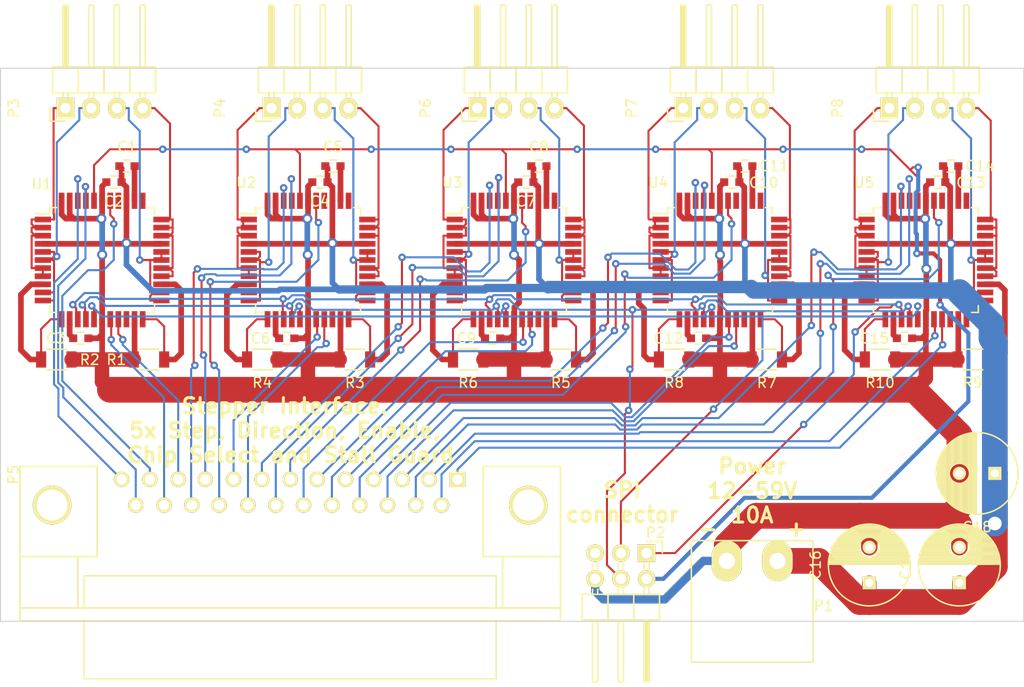
<source format=kicad_pcb>
(kicad_pcb (version 20171130) (host pcbnew "(5.1.12)-1")
  (layers (0 F.Cu signal) (31 B.Cu signal) (34 B.Paste user) (35 F.Paste user) (36 B.SilkS user) (37 F.SilkS user) (38 B.Mask user) (39 F.Mask user) (44 Edge.Cuts user))
  (net 0 "")
  (net 1 VPP)
  (net 2 "Net-(C1-Pad2)")
  (net 3 GND)
  (net 4 "Net-(C3-Pad1)")
  (net 5 MISO)
  (net 6 VDD)
  (net 7 SCK)
  (net 8 MOSI)
  (net 9 "Net-(P2-Pad5)")
  (net 10 M1_A1)
  (net 11 M1_A2)
  (net 12 M1_B2)
  (net 13 M1_B1)
  (net 14 M1_SG)
  (net 15 ~M1_EN)
  (net 16 M1_CSN)
  (net 17 M1_STEP)
  (net 18 M1_DIR)
  (net 19 M2_SG)
  (net 20 ~M2_EN)
  (net 21 M2_CSN)
  (net 22 M2_STEP)
  (net 23 M2_DIR)
  (net 24 M3_SG)
  (net 25 ~M3_EN)
  (net 26 M3_CSN)
  (net 27 M3_STEP)
  (net 28 M3_DIR)
  (net 29 M4_SG)
  (net 30 ~M4_EN)
  (net 31 M4_CSN)
  (net 32 M4_STEP)
  (net 33 M4_DIR)
  (net 34 M5_SG)
  (net 35 ~M5_EN)
  (net 36 M5_CSN)
  (net 37 M5_STEP)
  (net 38 M5_DIR)
  (net 39 "Net-(R1-Pad1)")
  (net 40 "Net-(R2-Pad1)")
  (net 41 "Net-(U1-Pad20)")
  (net 42 "Net-(U1-Pad34)")
  (net 43 "Net-(U1-Pad37)")
  (net 44 "Net-(C5-Pad2)")
  (net 45 "Net-(C6-Pad1)")
  (net 46 "Net-(C8-Pad2)")
  (net 47 "Net-(C9-Pad1)")
  (net 48 "Net-(C11-Pad2)")
  (net 49 "Net-(C12-Pad1)")
  (net 50 "Net-(C14-Pad2)")
  (net 51 "Net-(C15-Pad1)")
  (net 52 M2_A1)
  (net 53 M2_A2)
  (net 54 M2_B2)
  (net 55 M2_B1)
  (net 56 M3_A1)
  (net 57 M3_A2)
  (net 58 M3_B2)
  (net 59 M3_B1)
  (net 60 M4_A1)
  (net 61 M4_A2)
  (net 62 M4_B2)
  (net 63 M4_B1)
  (net 64 M5_A1)
  (net 65 M5_A2)
  (net 66 M5_B2)
  (net 67 M5_B1)
  (net 68 "Net-(R3-Pad1)")
  (net 69 "Net-(R4-Pad1)")
  (net 70 "Net-(R5-Pad1)")
  (net 71 "Net-(R6-Pad1)")
  (net 72 "Net-(R7-Pad1)")
  (net 73 "Net-(R8-Pad1)")
  (net 74 "Net-(R9-Pad1)")
  (net 75 "Net-(R10-Pad1)")
  (net 76 "Net-(U2-Pad20)")
  (net 77 "Net-(U2-Pad34)")
  (net 78 "Net-(U2-Pad37)")
  (net 79 "Net-(U3-Pad20)")
  (net 80 "Net-(U3-Pad34)")
  (net 81 "Net-(U3-Pad37)")
  (net 82 "Net-(U4-Pad20)")
  (net 83 "Net-(U4-Pad34)")
  (net 84 "Net-(U4-Pad37)")
  (net 85 "Net-(U5-Pad20)")
  (net 86 "Net-(U5-Pad34)")
  (net 87 "Net-(U5-Pad37)")
  (module Housings_QFP:LQFP-44_10x10mm_Pitch0.8mm (layer F.Cu) (at 132.583 73.5457)
    (fp_text reference U2 (at -6.091283 -7.632713) (layer F.SilkS))
    (fp_text value TMC261)
    (pad 1 smd rect (at -5.85 -4) (size 1.6 0.56) (layers F.Cu F.Paste F.Mask) (net 52 M2_A1))
    (pad 2 smd rect (at -5.85 -3.2) (size 1.6 0.56) (layers F.Cu F.Paste F.Mask) (net 52 M2_A1))
    (pad 3 smd rect (at -5.85 -2.4) (size 1.6 0.56) (layers F.Cu F.Paste F.Mask) (net 52 M2_A1))
    (pad 4 smd rect (at -5.85 -1.6) (size 1.6 0.56) (layers F.Cu F.Paste F.Mask) (net 1 VPP))
    (pad 5 smd rect (at -5.85 -0.8) (size 1.6 0.56) (layers F.Cu F.Paste F.Mask) (net 53 M2_A2))
    (pad 6 smd rect (at -5.85 0) (size 1.6 0.56) (layers F.Cu F.Paste F.Mask) (net 53 M2_A2))
    (pad 7 smd rect (at -5.85 0.8) (size 1.6 0.56) (layers F.Cu F.Paste F.Mask) (net 52 M2_A1))
    (pad 8 smd rect (at -5.85 1.6) (size 1.6 0.56) (layers F.Cu F.Paste F.Mask) (net 52 M2_A1))
    (pad 9 smd rect (at -5.85 2.4) (size 1.6 0.56) (layers F.Cu F.Paste F.Mask) (net 69 "Net-(R4-Pad1)"))
    (pad 10 smd rect (at -5.85 3.2) (size 1.6 0.56) (layers F.Cu F.Paste F.Mask) (net 53 M2_A2))
    (pad 11 smd rect (at -5.85 4) (size 1.6 0.56) (layers F.Cu F.Paste F.Mask) (net 53 M2_A2))
    (pad 12 smd rect (at -4 5.85 90) (size 1.6 0.56) (layers F.Cu F.Paste F.Mask) (net 69 "Net-(R4-Pad1)"))
    (pad 13 smd rect (at -3.2 5.85 90) (size 1.6 0.56) (layers F.Cu F.Paste F.Mask) (net 45 "Net-(C6-Pad1)"))
    (pad 14 smd rect (at -2.4 5.85 90) (size 1.6 0.56) (layers F.Cu F.Paste F.Mask) (net 5 MISO))
    (pad 15 smd rect (at -1.6 5.85 90) (size 1.6 0.56) (layers F.Cu F.Paste F.Mask) (net 8 MOSI))
    (pad 16 smd rect (at -0.8 5.85 90) (size 1.6 0.56) (layers F.Cu F.Paste F.Mask) (net 7 SCK))
    (pad 17 smd rect (at 0 5.85 90) (size 1.6 0.56) (layers F.Cu F.Paste F.Mask) (net 3 GND))
    (pad 18 smd rect (at 0.8 5.85 90) (size 1.6 0.56) (layers F.Cu F.Paste F.Mask) (net 21 M2_CSN))
    (pad 19 smd rect (at 1.6 5.85 90) (size 1.6 0.56) (layers F.Cu F.Paste F.Mask) (net 20 ~M2_EN))
    (pad 20 smd rect (at 2.4 5.85 90) (size 1.6 0.56) (layers F.Cu F.Paste F.Mask) (net 76 "Net-(U2-Pad20)"))
    (pad 21 smd rect (at 3.2 5.85 90) (size 1.6 0.56) (layers F.Cu F.Paste F.Mask) (net 3 GND))
    (pad 22 smd rect (at 4 5.85 90) (size 1.6 0.56) (layers F.Cu F.Paste F.Mask) (net 68 "Net-(R3-Pad1)"))
    (pad 23 smd rect (at 5.85 4) (size 1.6 0.56) (layers F.Cu F.Paste F.Mask) (net 54 M2_B2))
    (pad 24 smd rect (at 5.85 3.2) (size 1.6 0.56) (layers F.Cu F.Paste F.Mask) (net 54 M2_B2))
    (pad 25 smd rect (at 5.85 2.4) (size 1.6 0.56) (layers F.Cu F.Paste F.Mask) (net 68 "Net-(R3-Pad1)"))
    (pad 26 smd rect (at 5.85 1.6) (size 1.6 0.56) (layers F.Cu F.Paste F.Mask) (net 55 M2_B1))
    (pad 27 smd rect (at 5.85 0.8) (size 1.6 0.56) (layers F.Cu F.Paste F.Mask) (net 55 M2_B1))
    (pad 28 smd rect (at 5.85 0) (size 1.6 0.56) (layers F.Cu F.Paste F.Mask) (net 54 M2_B2))
    (pad 29 smd rect (at 5.85 -0.8) (size 1.6 0.56) (layers F.Cu F.Paste F.Mask) (net 54 M2_B2))
    (pad 30 smd rect (at 5.85 -1.6) (size 1.6 0.56) (layers F.Cu F.Paste F.Mask) (net 1 VPP))
    (pad 31 smd rect (at 5.85 -2.4) (size 1.6 0.56) (layers F.Cu F.Paste F.Mask) (net 55 M2_B1))
    (pad 32 smd rect (at 5.85 -3.2) (size 1.6 0.56) (layers F.Cu F.Paste F.Mask) (net 55 M2_B1))
    (pad 33 smd rect (at 5.85 -4) (size 1.6 0.56) (layers F.Cu F.Paste F.Mask) (net 55 M2_B1))
    (pad 34 smd rect (at 4 -5.85 90) (size 1.6 0.56) (layers F.Cu F.Paste F.Mask) (net 77 "Net-(U2-Pad34)"))
    (pad 35 smd rect (at 3.2 -5.85 90) (size 1.6 0.56) (layers F.Cu F.Paste F.Mask) (net 44 "Net-(C5-Pad2)"))
    (pad 36 smd rect (at 2.4 -5.85 90) (size 1.6 0.56) (layers F.Cu F.Paste F.Mask) (net 1 VPP))
    (pad 37 smd rect (at 1.6 -5.85 90) (size 1.6 0.56) (layers F.Cu F.Paste F.Mask) (net 78 "Net-(U2-Pad37)"))
    (pad 38 smd rect (at 0.8 -5.85 90) (size 1.6 0.56) (layers F.Cu F.Paste F.Mask) (net 19 M2_SG))
    (pad 39 smd rect (at 0 -5.85 90) (size 1.6 0.56) (layers F.Cu F.Paste F.Mask) (net 3 GND))
    (pad 40 smd rect (at -0.8 -5.85 90) (size 1.6 0.56) (layers F.Cu F.Paste F.Mask) (net 6 VDD))
    (pad 41 smd rect (at -1.6 -5.85 90) (size 1.6 0.56) (layers F.Cu F.Paste F.Mask) (net 23 M2_DIR))
    (pad 42 smd rect (at -2.4 -5.85 90) (size 1.6 0.56) (layers F.Cu F.Paste F.Mask) (net 22 M2_STEP))
    (pad 43 smd rect (at -3.2 -5.85 90) (size 1.6 0.56) (layers F.Cu F.Paste F.Mask) (net 3 GND))
    (pad 44 smd rect (at -4 -5.85 90) (size 1.6 0.56) (layers F.Cu F.Paste F.Mask) (net 3 GND))
  )
  (module Capacitors_SMD:C_0603 (layer F.Cu) (at 191.435 81.2727)
    (fp_text reference C15 (at -2.967283 0.007287) (layer F.SilkS))
    (fp_text value 470nF)
    (pad 1 smd rect (at -0.75 0) (size 0.8 0.75) (layers F.Cu F.Paste F.Mask) (net 51 "Net-(C15-Pad1)"))
    (pad 2 smd rect (at 0.75 0) (size 0.8 0.75) (layers F.Cu F.Paste F.Mask) (net 3 GND))
  )
  (module Capacitors_SMD:C_0603 (layer F.Cu) (at 171.115 81.2727)
    (fp_text reference C12 (at -2.967283 0.007287) (layer F.SilkS))
    (fp_text value 470nF)
    (pad 1 smd rect (at -0.75 0) (size 0.8 0.75) (layers F.Cu F.Paste F.Mask) (net 49 "Net-(C12-Pad1)"))
    (pad 2 smd rect (at 0.75 0) (size 0.8 0.75) (layers F.Cu F.Paste F.Mask) (net 3 GND))
  )
  (module Capacitors_SMD:C_0603 (layer F.Cu) (at 150.795 81.2727)
    (fp_text reference C9 (at -2.586283 0.007287) (layer F.SilkS))
    (fp_text value 470nF)
    (pad 1 smd rect (at -0.75 0) (size 0.8 0.75) (layers F.Cu F.Paste F.Mask) (net 47 "Net-(C9-Pad1)"))
    (pad 2 smd rect (at 0.75 0) (size 0.8 0.75) (layers F.Cu F.Paste F.Mask) (net 3 GND))
  )
  (module Capacitors_SMD:C_0603 (layer F.Cu) (at 130.475 81.2727)
    (fp_text reference C6 (at -2.586283 0.007287) (layer F.SilkS))
    (fp_text value 470nF)
    (pad 1 smd rect (at -0.75 0) (size 0.8 0.75) (layers F.Cu F.Paste F.Mask) (net 45 "Net-(C6-Pad1)"))
    (pad 2 smd rect (at 0.75 0) (size 0.8 0.75) (layers F.Cu F.Paste F.Mask) (net 3 GND))
  )
  (module Housings_QFP:LQFP-44_10x10mm_Pitch0.8mm (layer F.Cu) (at 193.543 73.5457)
    (fp_text reference U5 (at -6.091283 -7.632713) (layer F.SilkS))
    (fp_text value TMC261)
    (pad 1 smd rect (at -5.85 -4) (size 1.6 0.56) (layers F.Cu F.Paste F.Mask) (net 64 M5_A1))
    (pad 2 smd rect (at -5.85 -3.2) (size 1.6 0.56) (layers F.Cu F.Paste F.Mask) (net 64 M5_A1))
    (pad 3 smd rect (at -5.85 -2.4) (size 1.6 0.56) (layers F.Cu F.Paste F.Mask) (net 64 M5_A1))
    (pad 4 smd rect (at -5.85 -1.6) (size 1.6 0.56) (layers F.Cu F.Paste F.Mask) (net 1 VPP))
    (pad 5 smd rect (at -5.85 -0.8) (size 1.6 0.56) (layers F.Cu F.Paste F.Mask) (net 65 M5_A2))
    (pad 6 smd rect (at -5.85 0) (size 1.6 0.56) (layers F.Cu F.Paste F.Mask) (net 65 M5_A2))
    (pad 7 smd rect (at -5.85 0.8) (size 1.6 0.56) (layers F.Cu F.Paste F.Mask) (net 64 M5_A1))
    (pad 8 smd rect (at -5.85 1.6) (size 1.6 0.56) (layers F.Cu F.Paste F.Mask) (net 64 M5_A1))
    (pad 9 smd rect (at -5.85 2.4) (size 1.6 0.56) (layers F.Cu F.Paste F.Mask) (net 75 "Net-(R10-Pad1)"))
    (pad 10 smd rect (at -5.85 3.2) (size 1.6 0.56) (layers F.Cu F.Paste F.Mask) (net 65 M5_A2))
    (pad 11 smd rect (at -5.85 4) (size 1.6 0.56) (layers F.Cu F.Paste F.Mask) (net 65 M5_A2))
    (pad 12 smd rect (at -4 5.85 90) (size 1.6 0.56) (layers F.Cu F.Paste F.Mask) (net 75 "Net-(R10-Pad1)"))
    (pad 13 smd rect (at -3.2 5.85 90) (size 1.6 0.56) (layers F.Cu F.Paste F.Mask) (net 51 "Net-(C15-Pad1)"))
    (pad 14 smd rect (at -2.4 5.85 90) (size 1.6 0.56) (layers F.Cu F.Paste F.Mask) (net 5 MISO))
    (pad 15 smd rect (at -1.6 5.85 90) (size 1.6 0.56) (layers F.Cu F.Paste F.Mask) (net 8 MOSI))
    (pad 16 smd rect (at -0.8 5.85 90) (size 1.6 0.56) (layers F.Cu F.Paste F.Mask) (net 7 SCK))
    (pad 17 smd rect (at 0 5.85 90) (size 1.6 0.56) (layers F.Cu F.Paste F.Mask) (net 3 GND))
    (pad 18 smd rect (at 0.8 5.85 90) (size 1.6 0.56) (layers F.Cu F.Paste F.Mask) (net 36 M5_CSN))
    (pad 19 smd rect (at 1.6 5.85 90) (size 1.6 0.56) (layers F.Cu F.Paste F.Mask) (net 35 ~M5_EN))
    (pad 20 smd rect (at 2.4 5.85 90) (size 1.6 0.56) (layers F.Cu F.Paste F.Mask) (net 85 "Net-(U5-Pad20)"))
    (pad 21 smd rect (at 3.2 5.85 90) (size 1.6 0.56) (layers F.Cu F.Paste F.Mask) (net 3 GND))
    (pad 22 smd rect (at 4 5.85 90) (size 1.6 0.56) (layers F.Cu F.Paste F.Mask) (net 74 "Net-(R9-Pad1)"))
    (pad 23 smd rect (at 5.85 4) (size 1.6 0.56) (layers F.Cu F.Paste F.Mask) (net 66 M5_B2))
    (pad 24 smd rect (at 5.85 3.2) (size 1.6 0.56) (layers F.Cu F.Paste F.Mask) (net 66 M5_B2))
    (pad 25 smd rect (at 5.85 2.4) (size 1.6 0.56) (layers F.Cu F.Paste F.Mask) (net 74 "Net-(R9-Pad1)"))
    (pad 26 smd rect (at 5.85 1.6) (size 1.6 0.56) (layers F.Cu F.Paste F.Mask) (net 67 M5_B1))
    (pad 27 smd rect (at 5.85 0.8) (size 1.6 0.56) (layers F.Cu F.Paste F.Mask) (net 67 M5_B1))
    (pad 28 smd rect (at 5.85 0) (size 1.6 0.56) (layers F.Cu F.Paste F.Mask) (net 66 M5_B2))
    (pad 29 smd rect (at 5.85 -0.8) (size 1.6 0.56) (layers F.Cu F.Paste F.Mask) (net 66 M5_B2))
    (pad 30 smd rect (at 5.85 -1.6) (size 1.6 0.56) (layers F.Cu F.Paste F.Mask) (net 1 VPP))
    (pad 31 smd rect (at 5.85 -2.4) (size 1.6 0.56) (layers F.Cu F.Paste F.Mask) (net 67 M5_B1))
    (pad 32 smd rect (at 5.85 -3.2) (size 1.6 0.56) (layers F.Cu F.Paste F.Mask) (net 67 M5_B1))
    (pad 33 smd rect (at 5.85 -4) (size 1.6 0.56) (layers F.Cu F.Paste F.Mask) (net 67 M5_B1))
    (pad 34 smd rect (at 4 -5.85 90) (size 1.6 0.56) (layers F.Cu F.Paste F.Mask) (net 86 "Net-(U5-Pad34)"))
    (pad 35 smd rect (at 3.2 -5.85 90) (size 1.6 0.56) (layers F.Cu F.Paste F.Mask) (net 50 "Net-(C14-Pad2)"))
    (pad 36 smd rect (at 2.4 -5.85 90) (size 1.6 0.56) (layers F.Cu F.Paste F.Mask) (net 1 VPP))
    (pad 37 smd rect (at 1.6 -5.85 90) (size 1.6 0.56) (layers F.Cu F.Paste F.Mask) (net 87 "Net-(U5-Pad37)"))
    (pad 38 smd rect (at 0.8 -5.85 90) (size 1.6 0.56) (layers F.Cu F.Paste F.Mask) (net 34 M5_SG))
    (pad 39 smd rect (at 0 -5.85 90) (size 1.6 0.56) (layers F.Cu F.Paste F.Mask) (net 3 GND))
    (pad 40 smd rect (at -0.8 -5.85 90) (size 1.6 0.56) (layers F.Cu F.Paste F.Mask) (net 6 VDD))
    (pad 41 smd rect (at -1.6 -5.85 90) (size 1.6 0.56) (layers F.Cu F.Paste F.Mask) (net 38 M5_DIR))
    (pad 42 smd rect (at -2.4 -5.85 90) (size 1.6 0.56) (layers F.Cu F.Paste F.Mask) (net 37 M5_STEP))
    (pad 43 smd rect (at -3.2 -5.85 90) (size 1.6 0.56) (layers F.Cu F.Paste F.Mask) (net 3 GND))
    (pad 44 smd rect (at -4 -5.85 90) (size 1.6 0.56) (layers F.Cu F.Paste F.Mask) (net 3 GND))
  )
  (module Housings_QFP:LQFP-44_10x10mm_Pitch0.8mm (layer F.Cu) (at 173.223 73.5457)
    (fp_text reference U4 (at -6.091283 -7.632713) (layer F.SilkS))
    (fp_text value TMC261)
    (pad 1 smd rect (at -5.85 -4) (size 1.6 0.56) (layers F.Cu F.Paste F.Mask) (net 60 M4_A1))
    (pad 2 smd rect (at -5.85 -3.2) (size 1.6 0.56) (layers F.Cu F.Paste F.Mask) (net 60 M4_A1))
    (pad 3 smd rect (at -5.85 -2.4) (size 1.6 0.56) (layers F.Cu F.Paste F.Mask) (net 60 M4_A1))
    (pad 4 smd rect (at -5.85 -1.6) (size 1.6 0.56) (layers F.Cu F.Paste F.Mask) (net 1 VPP))
    (pad 5 smd rect (at -5.85 -0.8) (size 1.6 0.56) (layers F.Cu F.Paste F.Mask) (net 61 M4_A2))
    (pad 6 smd rect (at -5.85 0) (size 1.6 0.56) (layers F.Cu F.Paste F.Mask) (net 61 M4_A2))
    (pad 7 smd rect (at -5.85 0.8) (size 1.6 0.56) (layers F.Cu F.Paste F.Mask) (net 60 M4_A1))
    (pad 8 smd rect (at -5.85 1.6) (size 1.6 0.56) (layers F.Cu F.Paste F.Mask) (net 60 M4_A1))
    (pad 9 smd rect (at -5.85 2.4) (size 1.6 0.56) (layers F.Cu F.Paste F.Mask) (net 73 "Net-(R8-Pad1)"))
    (pad 10 smd rect (at -5.85 3.2) (size 1.6 0.56) (layers F.Cu F.Paste F.Mask) (net 61 M4_A2))
    (pad 11 smd rect (at -5.85 4) (size 1.6 0.56) (layers F.Cu F.Paste F.Mask) (net 61 M4_A2))
    (pad 12 smd rect (at -4 5.85 90) (size 1.6 0.56) (layers F.Cu F.Paste F.Mask) (net 73 "Net-(R8-Pad1)"))
    (pad 13 smd rect (at -3.2 5.85 90) (size 1.6 0.56) (layers F.Cu F.Paste F.Mask) (net 49 "Net-(C12-Pad1)"))
    (pad 14 smd rect (at -2.4 5.85 90) (size 1.6 0.56) (layers F.Cu F.Paste F.Mask) (net 5 MISO))
    (pad 15 smd rect (at -1.6 5.85 90) (size 1.6 0.56) (layers F.Cu F.Paste F.Mask) (net 8 MOSI))
    (pad 16 smd rect (at -0.8 5.85 90) (size 1.6 0.56) (layers F.Cu F.Paste F.Mask) (net 7 SCK))
    (pad 17 smd rect (at 0 5.85 90) (size 1.6 0.56) (layers F.Cu F.Paste F.Mask) (net 3 GND))
    (pad 18 smd rect (at 0.8 5.85 90) (size 1.6 0.56) (layers F.Cu F.Paste F.Mask) (net 31 M4_CSN))
    (pad 19 smd rect (at 1.6 5.85 90) (size 1.6 0.56) (layers F.Cu F.Paste F.Mask) (net 30 ~M4_EN))
    (pad 20 smd rect (at 2.4 5.85 90) (size 1.6 0.56) (layers F.Cu F.Paste F.Mask) (net 82 "Net-(U4-Pad20)"))
    (pad 21 smd rect (at 3.2 5.85 90) (size 1.6 0.56) (layers F.Cu F.Paste F.Mask) (net 3 GND))
    (pad 22 smd rect (at 4 5.85 90) (size 1.6 0.56) (layers F.Cu F.Paste F.Mask) (net 72 "Net-(R7-Pad1)"))
    (pad 23 smd rect (at 5.85 4) (size 1.6 0.56) (layers F.Cu F.Paste F.Mask) (net 62 M4_B2))
    (pad 24 smd rect (at 5.85 3.2) (size 1.6 0.56) (layers F.Cu F.Paste F.Mask) (net 62 M4_B2))
    (pad 25 smd rect (at 5.85 2.4) (size 1.6 0.56) (layers F.Cu F.Paste F.Mask) (net 72 "Net-(R7-Pad1)"))
    (pad 26 smd rect (at 5.85 1.6) (size 1.6 0.56) (layers F.Cu F.Paste F.Mask) (net 63 M4_B1))
    (pad 27 smd rect (at 5.85 0.8) (size 1.6 0.56) (layers F.Cu F.Paste F.Mask) (net 63 M4_B1))
    (pad 28 smd rect (at 5.85 0) (size 1.6 0.56) (layers F.Cu F.Paste F.Mask) (net 62 M4_B2))
    (pad 29 smd rect (at 5.85 -0.8) (size 1.6 0.56) (layers F.Cu F.Paste F.Mask) (net 62 M4_B2))
    (pad 30 smd rect (at 5.85 -1.6) (size 1.6 0.56) (layers F.Cu F.Paste F.Mask) (net 1 VPP))
    (pad 31 smd rect (at 5.85 -2.4) (size 1.6 0.56) (layers F.Cu F.Paste F.Mask) (net 63 M4_B1))
    (pad 32 smd rect (at 5.85 -3.2) (size 1.6 0.56) (layers F.Cu F.Paste F.Mask) (net 63 M4_B1))
    (pad 33 smd rect (at 5.85 -4) (size 1.6 0.56) (layers F.Cu F.Paste F.Mask) (net 63 M4_B1))
    (pad 34 smd rect (at 4 -5.85 90) (size 1.6 0.56) (layers F.Cu F.Paste F.Mask) (net 83 "Net-(U4-Pad34)"))
    (pad 35 smd rect (at 3.2 -5.85 90) (size 1.6 0.56) (layers F.Cu F.Paste F.Mask) (net 48 "Net-(C11-Pad2)"))
    (pad 36 smd rect (at 2.4 -5.85 90) (size 1.6 0.56) (layers F.Cu F.Paste F.Mask) (net 1 VPP))
    (pad 37 smd rect (at 1.6 -5.85 90) (size 1.6 0.56) (layers F.Cu F.Paste F.Mask) (net 84 "Net-(U4-Pad37)"))
    (pad 38 smd rect (at 0.8 -5.85 90) (size 1.6 0.56) (layers F.Cu F.Paste F.Mask) (net 29 M4_SG))
    (pad 39 smd rect (at 0 -5.85 90) (size 1.6 0.56) (layers F.Cu F.Paste F.Mask) (net 3 GND))
    (pad 40 smd rect (at -0.8 -5.85 90) (size 1.6 0.56) (layers F.Cu F.Paste F.Mask) (net 6 VDD))
    (pad 41 smd rect (at -1.6 -5.85 90) (size 1.6 0.56) (layers F.Cu F.Paste F.Mask) (net 33 M4_DIR))
    (pad 42 smd rect (at -2.4 -5.85 90) (size 1.6 0.56) (layers F.Cu F.Paste F.Mask) (net 32 M4_STEP))
    (pad 43 smd rect (at -3.2 -5.85 90) (size 1.6 0.56) (layers F.Cu F.Paste F.Mask) (net 3 GND))
    (pad 44 smd rect (at -4 -5.85 90) (size 1.6 0.56) (layers F.Cu F.Paste F.Mask) (net 3 GND))
  )
  (module Housings_QFP:LQFP-44_10x10mm_Pitch0.8mm (layer F.Cu) (at 152.903 73.5457)
    (fp_text reference U3 (at -6.091283 -7.65) (layer F.SilkS))
    (fp_text value TMC261)
    (pad 1 smd rect (at -5.85 -4) (size 1.6 0.56) (layers F.Cu F.Paste F.Mask) (net 56 M3_A1))
    (pad 2 smd rect (at -5.85 -3.2) (size 1.6 0.56) (layers F.Cu F.Paste F.Mask) (net 56 M3_A1))
    (pad 3 smd rect (at -5.85 -2.4) (size 1.6 0.56) (layers F.Cu F.Paste F.Mask) (net 56 M3_A1))
    (pad 4 smd rect (at -5.85 -1.6) (size 1.6 0.56) (layers F.Cu F.Paste F.Mask) (net 1 VPP))
    (pad 5 smd rect (at -5.85 -0.8) (size 1.6 0.56) (layers F.Cu F.Paste F.Mask) (net 57 M3_A2))
    (pad 6 smd rect (at -5.85 0) (size 1.6 0.56) (layers F.Cu F.Paste F.Mask) (net 57 M3_A2))
    (pad 7 smd rect (at -5.85 0.8) (size 1.6 0.56) (layers F.Cu F.Paste F.Mask) (net 56 M3_A1))
    (pad 8 smd rect (at -5.85 1.6) (size 1.6 0.56) (layers F.Cu F.Paste F.Mask) (net 56 M3_A1))
    (pad 9 smd rect (at -5.85 2.4) (size 1.6 0.56) (layers F.Cu F.Paste F.Mask) (net 71 "Net-(R6-Pad1)"))
    (pad 10 smd rect (at -5.85 3.2) (size 1.6 0.56) (layers F.Cu F.Paste F.Mask) (net 57 M3_A2))
    (pad 11 smd rect (at -5.85 4) (size 1.6 0.56) (layers F.Cu F.Paste F.Mask) (net 57 M3_A2))
    (pad 12 smd rect (at -4 5.85 90) (size 1.6 0.56) (layers F.Cu F.Paste F.Mask) (net 71 "Net-(R6-Pad1)"))
    (pad 13 smd rect (at -3.2 5.85 90) (size 1.6 0.56) (layers F.Cu F.Paste F.Mask) (net 47 "Net-(C9-Pad1)"))
    (pad 14 smd rect (at -2.4 5.85 90) (size 1.6 0.56) (layers F.Cu F.Paste F.Mask) (net 5 MISO))
    (pad 15 smd rect (at -1.6 5.85 90) (size 1.6 0.56) (layers F.Cu F.Paste F.Mask) (net 8 MOSI))
    (pad 16 smd rect (at -0.8 5.85 90) (size 1.6 0.56) (layers F.Cu F.Paste F.Mask) (net 7 SCK))
    (pad 17 smd rect (at 0 5.85 90) (size 1.6 0.56) (layers F.Cu F.Paste F.Mask) (net 3 GND))
    (pad 18 smd rect (at 0.8 5.85 90) (size 1.6 0.56) (layers F.Cu F.Paste F.Mask) (net 26 M3_CSN))
    (pad 19 smd rect (at 1.6 5.85 90) (size 1.6 0.56) (layers F.Cu F.Paste F.Mask) (net 25 ~M3_EN))
    (pad 20 smd rect (at 2.4 5.85 90) (size 1.6 0.56) (layers F.Cu F.Paste F.Mask) (net 79 "Net-(U3-Pad20)"))
    (pad 21 smd rect (at 3.2 5.85 90) (size 1.6 0.56) (layers F.Cu F.Paste F.Mask) (net 3 GND))
    (pad 22 smd rect (at 4 5.85 90) (size 1.6 0.56) (layers F.Cu F.Paste F.Mask) (net 70 "Net-(R5-Pad1)"))
    (pad 23 smd rect (at 5.85 4) (size 1.6 0.56) (layers F.Cu F.Paste F.Mask) (net 58 M3_B2))
    (pad 24 smd rect (at 5.85 3.2) (size 1.6 0.56) (layers F.Cu F.Paste F.Mask) (net 58 M3_B2))
    (pad 25 smd rect (at 5.85 2.4) (size 1.6 0.56) (layers F.Cu F.Paste F.Mask) (net 70 "Net-(R5-Pad1)"))
    (pad 26 smd rect (at 5.85 1.6) (size 1.6 0.56) (layers F.Cu F.Paste F.Mask) (net 59 M3_B1))
    (pad 27 smd rect (at 5.85 0.8) (size 1.6 0.56) (layers F.Cu F.Paste F.Mask) (net 59 M3_B1))
    (pad 28 smd rect (at 5.85 0) (size 1.6 0.56) (layers F.Cu F.Paste F.Mask) (net 58 M3_B2))
    (pad 29 smd rect (at 5.85 -0.8) (size 1.6 0.56) (layers F.Cu F.Paste F.Mask) (net 58 M3_B2))
    (pad 30 smd rect (at 5.85 -1.6) (size 1.6 0.56) (layers F.Cu F.Paste F.Mask) (net 1 VPP))
    (pad 31 smd rect (at 5.85 -2.4) (size 1.6 0.56) (layers F.Cu F.Paste F.Mask) (net 59 M3_B1))
    (pad 32 smd rect (at 5.85 -3.2) (size 1.6 0.56) (layers F.Cu F.Paste F.Mask) (net 59 M3_B1))
    (pad 33 smd rect (at 5.85 -4) (size 1.6 0.56) (layers F.Cu F.Paste F.Mask) (net 59 M3_B1))
    (pad 34 smd rect (at 4 -5.85 90) (size 1.6 0.56) (layers F.Cu F.Paste F.Mask) (net 80 "Net-(U3-Pad34)"))
    (pad 35 smd rect (at 3.2 -5.85 90) (size 1.6 0.56) (layers F.Cu F.Paste F.Mask) (net 46 "Net-(C8-Pad2)"))
    (pad 36 smd rect (at 2.4 -5.85 90) (size 1.6 0.56) (layers F.Cu F.Paste F.Mask) (net 1 VPP))
    (pad 37 smd rect (at 1.6 -5.85 90) (size 1.6 0.56) (layers F.Cu F.Paste F.Mask) (net 81 "Net-(U3-Pad37)"))
    (pad 38 smd rect (at 0.8 -5.85 90) (size 1.6 0.56) (layers F.Cu F.Paste F.Mask) (net 24 M3_SG))
    (pad 39 smd rect (at 0 -5.85 90) (size 1.6 0.56) (layers F.Cu F.Paste F.Mask) (net 3 GND))
    (pad 40 smd rect (at -0.8 -5.85 90) (size 1.6 0.56) (layers F.Cu F.Paste F.Mask) (net 6 VDD))
    (pad 41 smd rect (at -1.6 -5.85 90) (size 1.6 0.56) (layers F.Cu F.Paste F.Mask) (net 28 M3_DIR))
    (pad 42 smd rect (at -2.4 -5.85 90) (size 1.6 0.56) (layers F.Cu F.Paste F.Mask) (net 27 M3_STEP))
    (pad 43 smd rect (at -3.2 -5.85 90) (size 1.6 0.56) (layers F.Cu F.Paste F.Mask) (net 3 GND))
    (pad 44 smd rect (at -4 -5.85 90) (size 1.6 0.56) (layers F.Cu F.Paste F.Mask) (net 3 GND))
  )
  (module Capacitors_SMD:C_0603 (layer F.Cu) (at 194.712 65.8549 180)
    (fp_text reference C13 (at -3.281117 -0.058087 180) (layer F.SilkS))
    (fp_text value 100nF)
    (pad 1 smd rect (at -0.75 0 180) (size 0.8 0.75) (layers F.Cu F.Paste F.Mask) (net 1 VPP))
    (pad 2 smd rect (at 0.75 0 180) (size 0.8 0.75) (layers F.Cu F.Paste F.Mask) (net 3 GND))
  )
  (module Capacitors_SMD:C_0603 (layer F.Cu) (at 174.392 65.8549 180)
    (fp_text reference C10 (at -3.154117 -0.058087 180) (layer F.SilkS))
    (fp_text value 100nF)
    (pad 1 smd rect (at -0.75 0 180) (size 0.8 0.75) (layers F.Cu F.Paste F.Mask) (net 1 VPP))
    (pad 2 smd rect (at 0.75 0 180) (size 0.8 0.75) (layers F.Cu F.Paste F.Mask) (net 3 GND))
  )
  (module Capacitors_SMD:C_0603 (layer F.Cu) (at 154.072 65.8549 180)
    (fp_text reference C7 (at 0 -1.9 180) (layer F.SilkS))
    (fp_text value 100nF)
    (pad 1 smd rect (at -0.75 0 180) (size 0.8 0.75) (layers F.Cu F.Paste F.Mask) (net 1 VPP))
    (pad 2 smd rect (at 0.75 0 180) (size 0.8 0.75) (layers F.Cu F.Paste F.Mask) (net 3 GND))
  )
  (module Capacitors_SMD:C_0603 (layer F.Cu) (at 133.752 65.8549 180)
    (fp_text reference C4 (at 0 -1.9 180) (layer F.SilkS))
    (fp_text value 100nF)
    (pad 1 smd rect (at -0.75 0 180) (size 0.8 0.75) (layers F.Cu F.Paste F.Mask) (net 1 VPP))
    (pad 2 smd rect (at 0.75 0 180) (size 0.8 0.75) (layers F.Cu F.Paste F.Mask) (net 3 GND))
  )
  (module Pin_Headers:Pin_Header_Angled_1x04 (layer F.Cu) (at 189.923 58.5457 90)
    (fp_text reference P8 (at 0 -5.1 90) (layer F.SilkS))
    (fp_text value CONN_01X04)
    (pad 1 thru_hole rect (at 0 0 90) (size 2.032 1.7272) (drill 1.016) (layers *.Cu *.Mask F.SilkS) (net 64 M5_A1))
    (pad 2 thru_hole oval (at 0 2.54 90) (size 2.032 1.7272) (drill 1.016) (layers *.Cu *.Mask F.SilkS) (net 65 M5_A2))
    (pad 3 thru_hole oval (at 0 5.08 90) (size 2.032 1.7272) (drill 1.016) (layers *.Cu *.Mask F.SilkS) (net 66 M5_B2))
    (pad 4 thru_hole oval (at 0 7.62 90) (size 2.032 1.7272) (drill 1.016) (layers *.Cu *.Mask F.SilkS) (net 67 M5_B1))
  )
  (module Pin_Headers:Pin_Header_Angled_1x04 (layer F.Cu) (at 169.603 58.5457 90)
    (fp_text reference P7 (at 0 -5.1 90) (layer F.SilkS))
    (fp_text value CONN_01X04)
    (pad 1 thru_hole rect (at 0 0 90) (size 2.032 1.7272) (drill 1.016) (layers *.Cu *.Mask F.SilkS) (net 60 M4_A1))
    (pad 2 thru_hole oval (at 0 2.54 90) (size 2.032 1.7272) (drill 1.016) (layers *.Cu *.Mask F.SilkS) (net 61 M4_A2))
    (pad 3 thru_hole oval (at 0 5.08 90) (size 2.032 1.7272) (drill 1.016) (layers *.Cu *.Mask F.SilkS) (net 62 M4_B2))
    (pad 4 thru_hole oval (at 0 7.62 90) (size 2.032 1.7272) (drill 1.016) (layers *.Cu *.Mask F.SilkS) (net 63 M4_B1))
  )
  (module Pin_Headers:Pin_Header_Angled_1x04 (layer F.Cu) (at 149.283 58.5457 90)
    (fp_text reference P6 (at 0 -5.1 90) (layer F.SilkS))
    (fp_text value CONN_01X04)
    (pad 1 thru_hole rect (at 0 0 90) (size 2.032 1.7272) (drill 1.016) (layers *.Cu *.Mask F.SilkS) (net 56 M3_A1))
    (pad 2 thru_hole oval (at 0 2.54 90) (size 2.032 1.7272) (drill 1.016) (layers *.Cu *.Mask F.SilkS) (net 57 M3_A2))
    (pad 3 thru_hole oval (at 0 5.08 90) (size 2.032 1.7272) (drill 1.016) (layers *.Cu *.Mask F.SilkS) (net 58 M3_B2))
    (pad 4 thru_hole oval (at 0 7.62 90) (size 2.032 1.7272) (drill 1.016) (layers *.Cu *.Mask F.SilkS) (net 59 M3_B1))
  )
  (module Pin_Headers:Pin_Header_Angled_1x04 (layer F.Cu) (at 128.963 58.5457 90)
    (fp_text reference P4 (at 0 -5.1 90) (layer F.SilkS))
    (fp_text value CONN_01X04)
    (pad 1 thru_hole rect (at 0 0 90) (size 2.032 1.7272) (drill 1.016) (layers *.Cu *.Mask F.SilkS) (net 52 M2_A1))
    (pad 2 thru_hole oval (at 0 2.54 90) (size 2.032 1.7272) (drill 1.016) (layers *.Cu *.Mask F.SilkS) (net 53 M2_A2))
    (pad 3 thru_hole oval (at 0 5.08 90) (size 2.032 1.7272) (drill 1.016) (layers *.Cu *.Mask F.SilkS) (net 54 M2_B2))
    (pad 4 thru_hole oval (at 0 7.62 90) (size 2.032 1.7272) (drill 1.016) (layers *.Cu *.Mask F.SilkS) (net 55 M2_B1))
  )
  (module Capacitors_SMD:C_1206 (layer F.Cu) (at 198.166 83.3682 180)
    (fp_text reference R9 (at 0 -2.3 180) (layer F.SilkS))
    (fp_text value 150mR)
    (pad 1 smd rect (at -1.5 0 180) (size 1 1.6) (layers F.Cu F.Paste F.Mask) (net 74 "Net-(R9-Pad1)"))
    (pad 2 smd rect (at 1.5 0 180) (size 1 1.6) (layers F.Cu F.Paste F.Mask) (net 3 GND))
  )
  (module Capacitors_SMD:C_1206 (layer F.Cu) (at 177.846 83.3682 180)
    (fp_text reference R7 (at 0 -2.3 180) (layer F.SilkS))
    (fp_text value 150mR)
    (pad 1 smd rect (at -1.5 0 180) (size 1 1.6) (layers F.Cu F.Paste F.Mask) (net 72 "Net-(R7-Pad1)"))
    (pad 2 smd rect (at 1.5 0 180) (size 1 1.6) (layers F.Cu F.Paste F.Mask) (net 3 GND))
  )
  (module Capacitors_SMD:C_1206 (layer F.Cu) (at 157.526 83.3682 180)
    (fp_text reference R5 (at 0 -2.3 180) (layer F.SilkS))
    (fp_text value 150mR)
    (pad 1 smd rect (at -1.5 0 180) (size 1 1.6) (layers F.Cu F.Paste F.Mask) (net 70 "Net-(R5-Pad1)"))
    (pad 2 smd rect (at 1.5 0 180) (size 1 1.6) (layers F.Cu F.Paste F.Mask) (net 3 GND))
  )
  (module Capacitors_SMD:C_1206 (layer F.Cu) (at 137.206 83.3682 180)
    (fp_text reference R3 (at 0 -2.3 180) (layer F.SilkS))
    (fp_text value 150mR)
    (pad 1 smd rect (at -1.5 0 180) (size 1 1.6) (layers F.Cu F.Paste F.Mask) (net 68 "Net-(R3-Pad1)"))
    (pad 2 smd rect (at 1.5 0 180) (size 1 1.6) (layers F.Cu F.Paste F.Mask) (net 3 GND))
  )
  (module Capacitors_SMD:C_0603 (layer F.Cu) (at 195.995 64.2674)
    (fp_text reference C14 (at 2.887417 -0.005413) (layer F.SilkS))
    (fp_text value 100nF)
    (pad 1 smd rect (at -0.75 0) (size 0.8 0.75) (layers F.Cu F.Paste F.Mask) (net 1 VPP))
    (pad 2 smd rect (at 0.75 0) (size 0.8 0.75) (layers F.Cu F.Paste F.Mask) (net 50 "Net-(C14-Pad2)"))
  )
  (module Capacitors_SMD:C_0603 (layer F.Cu) (at 175.675 64.2674)
    (fp_text reference C11 (at 2.887417 -0.005413) (layer F.SilkS))
    (fp_text value 100nF)
    (pad 1 smd rect (at -0.75 0) (size 0.8 0.75) (layers F.Cu F.Paste F.Mask) (net 1 VPP))
    (pad 2 smd rect (at 0.75 0) (size 0.8 0.75) (layers F.Cu F.Paste F.Mask) (net 48 "Net-(C11-Pad2)"))
  )
  (module Capacitors_SMD:C_0603 (layer F.Cu) (at 155.355 64.2674)
    (fp_text reference C8 (at 0 -1.9) (layer F.SilkS))
    (fp_text value 100nF)
    (pad 1 smd rect (at -0.75 0) (size 0.8 0.75) (layers F.Cu F.Paste F.Mask) (net 1 VPP))
    (pad 2 smd rect (at 0.75 0) (size 0.8 0.75) (layers F.Cu F.Paste F.Mask) (net 46 "Net-(C8-Pad2)"))
  )
  (module Capacitors_SMD:C_0603 (layer F.Cu) (at 135.035 64.2674)
    (fp_text reference C5 (at 0 -1.9) (layer F.SilkS))
    (fp_text value 100nF)
    (pad 1 smd rect (at -0.75 0) (size 0.8 0.75) (layers F.Cu F.Paste F.Mask) (net 1 VPP))
    (pad 2 smd rect (at 0.75 0) (size 0.8 0.75) (layers F.Cu F.Paste F.Mask) (net 44 "Net-(C5-Pad2)"))
  )
  (module Capacitors_SMD:C_1206 (layer F.Cu) (at 189.022 83.3682)
    (fp_text reference R10 (at 0 2.286) (layer F.SilkS))
    (fp_text value 150mR)
    (pad 1 smd rect (at -1.5 0) (size 1 1.6) (layers F.Cu F.Paste F.Mask) (net 75 "Net-(R10-Pad1)"))
    (pad 2 smd rect (at 1.5 0) (size 1 1.6) (layers F.Cu F.Paste F.Mask) (net 3 GND))
  )
  (module Capacitors_SMD:C_1206 (layer F.Cu) (at 168.702 83.3682)
    (fp_text reference R8 (at 0 2.286) (layer F.SilkS))
    (fp_text value 150mR)
    (pad 1 smd rect (at -1.5 0) (size 1 1.6) (layers F.Cu F.Paste F.Mask) (net 73 "Net-(R8-Pad1)"))
    (pad 2 smd rect (at 1.5 0) (size 1 1.6) (layers F.Cu F.Paste F.Mask) (net 3 GND))
  )
  (module Capacitors_SMD:C_1206 (layer F.Cu) (at 148.382 83.3682)
    (fp_text reference R6 (at 0 2.286) (layer F.SilkS))
    (fp_text value 150mR)
    (pad 1 smd rect (at -1.5 0) (size 1 1.6) (layers F.Cu F.Paste F.Mask) (net 71 "Net-(R6-Pad1)"))
    (pad 2 smd rect (at 1.5 0) (size 1 1.6) (layers F.Cu F.Paste F.Mask) (net 3 GND))
  )
  (module Capacitors_SMD:C_1206 (layer F.Cu) (at 128.062 83.3682)
    (fp_text reference R4 (at 0 2.286) (layer F.SilkS))
    (fp_text value 150mR)
    (pad 1 smd rect (at -1.5 0) (size 1 1.6) (layers F.Cu F.Paste F.Mask) (net 69 "Net-(R4-Pad1)"))
    (pad 2 smd rect (at 1.5 0) (size 1 1.6) (layers F.Cu F.Paste F.Mask) (net 3 GND))
  )
  (module Capacitors_SMD:C_0603 (layer F.Cu) (at 114.715 64.2674)
    (fp_text reference C1 (at 0 -1.9) (layer F.SilkS))
    (fp_text value 100nF)
    (pad 1 smd rect (at -0.75 0) (size 0.8 0.75) (layers F.Cu F.Paste F.Mask) (net 1 VPP))
    (pad 2 smd rect (at 0.75 0) (size 0.8 0.75) (layers F.Cu F.Paste F.Mask) (net 2 "Net-(C1-Pad2)"))
  )
  (module Capacitors_SMD:C_0603 (layer F.Cu) (at 113.432 65.8549 180)
    (fp_text reference C2 (at 0 -1.9 180) (layer F.SilkS))
    (fp_text value 100nF)
    (pad 1 smd rect (at -0.75 0 180) (size 0.8 0.75) (layers F.Cu F.Paste F.Mask) (net 1 VPP))
    (pad 2 smd rect (at 0.75 0 180) (size 0.8 0.75) (layers F.Cu F.Paste F.Mask) (net 3 GND))
  )
  (module Capacitors_SMD:C_0603 (layer F.Cu) (at 110.155 81.2727)
    (fp_text reference C3 (at -2.459283 0.007287) (layer F.SilkS))
    (fp_text value 470nF)
    (pad 1 smd rect (at -0.75 0) (size 0.8 0.75) (layers F.Cu F.Paste F.Mask) (net 4 "Net-(C3-Pad1)"))
    (pad 2 smd rect (at 0.75 0) (size 0.8 0.75) (layers F.Cu F.Paste F.Mask) (net 3 GND))
  )
  (module Connectors:20020110-G021ALF (layer F.Cu) (at 176.403 103.256)
    (fp_text reference P1 (at 7.0485 4.439587) (layer F.SilkS))
    (fp_text value CONN_01X02)
    (pad 1 thru_hole oval (at -2.5 0) (size 3 4) (drill 1.6) (layers *.Cu *.Mask F.SilkS) (net 3 GND))
    (pad 2 thru_hole oval (at 2.5 0) (size 3 4) (drill 1.6) (layers *.Cu *.Mask F.SilkS) (net 1 VPP))
  )
  (module Pin_Headers:Pin_Header_Angled_1x04 (layer F.Cu) (at 108.643 58.5457 90)
    (fp_text reference P3 (at 0 -5.1 90) (layer F.SilkS))
    (fp_text value CONN_01X04)
    (pad 1 thru_hole rect (at 0 0 90) (size 2.032 1.7272) (drill 1.016) (layers *.Cu *.Mask F.SilkS) (net 10 M1_A1))
    (pad 2 thru_hole oval (at 0 2.54 90) (size 2.032 1.7272) (drill 1.016) (layers *.Cu *.Mask F.SilkS) (net 11 M1_A2))
    (pad 3 thru_hole oval (at 0 5.08 90) (size 2.032 1.7272) (drill 1.016) (layers *.Cu *.Mask F.SilkS) (net 12 M1_B2))
    (pad 4 thru_hole oval (at 0 7.62 90) (size 2.032 1.7272) (drill 1.016) (layers *.Cu *.Mask F.SilkS) (net 13 M1_B1))
  )
  (module Connect:DB25FC (layer F.Cu) (at 130.82 96.476 180)
    (fp_text reference P5 (at 27.315183 1.734013 270) (layer F.SilkS))
    (fp_text value CONN_01X25)
    (pad "" thru_hole circle (at 23.495 -1.27 180) (size 3.81 3.81) (drill 3.048) (layers *.Cu *.Mask F.SilkS))
    (pad "" thru_hole circle (at -23.495 -1.27 180) (size 3.81 3.81) (drill 3.048) (layers *.Cu *.Mask F.SilkS))
    (pad 1 thru_hole rect (at -16.51 1.27 180) (size 1.524 1.524) (drill 1.016) (layers *.Cu *.Mask F.SilkS) (net 35 ~M5_EN))
    (pad 2 thru_hole circle (at -13.716 1.27 180) (size 1.524 1.524) (drill 1.016) (layers *.Cu *.Mask F.SilkS) (net 34 M5_SG))
    (pad 3 thru_hole circle (at -11.049 1.27 180) (size 1.524 1.524) (drill 1.016) (layers *.Cu *.Mask F.SilkS) (net 37 M5_STEP))
    (pad 4 thru_hole circle (at -8.255 1.27 180) (size 1.524 1.524) (drill 1.016) (layers *.Cu *.Mask F.SilkS) (net 31 M4_CSN))
    (pad 5 thru_hole circle (at -5.461 1.27 180) (size 1.524 1.524) (drill 1.016) (layers *.Cu *.Mask F.SilkS) (net 33 M4_DIR))
    (pad 6 thru_hole circle (at -2.667 1.27 180) (size 1.524 1.524) (drill 1.016) (layers *.Cu *.Mask F.SilkS) (net 25 ~M3_EN))
    (pad 7 thru_hole circle (at 0 1.27 180) (size 1.524 1.524) (drill 1.016) (layers *.Cu *.Mask F.SilkS) (net 24 M3_SG))
    (pad 8 thru_hole circle (at 2.794 1.27 180) (size 1.524 1.524) (drill 1.016) (layers *.Cu *.Mask F.SilkS) (net 27 M3_STEP))
    (pad 9 thru_hole circle (at 5.588 1.27 180) (size 1.524 1.524) (drill 1.016) (layers *.Cu *.Mask F.SilkS) (net 21 M2_CSN))
    (pad 10 thru_hole circle (at 8.382 1.27 180) (size 1.524 1.524) (drill 1.016) (layers *.Cu *.Mask F.SilkS) (net 23 M2_DIR))
    (pad 11 thru_hole circle (at 11.049 1.27 180) (size 1.524 1.524) (drill 1.016) (layers *.Cu *.Mask F.SilkS) (net 15 ~M1_EN))
    (pad 12 thru_hole circle (at 13.843 1.27 180) (size 1.524 1.524) (drill 1.016) (layers *.Cu *.Mask F.SilkS) (net 14 M1_SG))
    (pad 13 thru_hole circle (at 16.637 1.27 180) (size 1.524 1.524) (drill 1.016) (layers *.Cu *.Mask F.SilkS) (net 17 M1_STEP))
    (pad 14 thru_hole circle (at -14.9352 -1.27 180) (size 1.524 1.524) (drill 1.016) (layers *.Cu *.Mask F.SilkS) (net 36 M5_CSN))
    (pad 15 thru_hole circle (at -12.3952 -1.27 180) (size 1.524 1.524) (drill 1.016) (layers *.Cu *.Mask F.SilkS) (net 38 M5_DIR))
    (pad 16 thru_hole circle (at -9.6012 -1.27 180) (size 1.524 1.524) (drill 1.016) (layers *.Cu *.Mask F.SilkS) (net 30 ~M4_EN))
    (pad 17 thru_hole circle (at -6.858 -1.27 180) (size 1.524 1.524) (drill 1.016) (layers *.Cu *.Mask F.SilkS) (net 29 M4_SG))
    (pad 18 thru_hole circle (at -4.1148 -1.27 180) (size 1.524 1.524) (drill 1.016) (layers *.Cu *.Mask F.SilkS) (net 32 M4_STEP))
    (pad 19 thru_hole circle (at -1.3208 -1.27 180) (size 1.524 1.524) (drill 1.016) (layers *.Cu *.Mask F.SilkS) (net 26 M3_CSN))
    (pad 20 thru_hole circle (at 1.4224 -1.27 180) (size 1.524 1.524) (drill 1.016) (layers *.Cu *.Mask F.SilkS) (net 28 M3_DIR))
    (pad 21 thru_hole circle (at 4.1656 -1.27 180) (size 1.524 1.524) (drill 1.016) (layers *.Cu *.Mask F.SilkS) (net 20 ~M2_EN))
    (pad 22 thru_hole circle (at 7.0104 -1.27 180) (size 1.524 1.524) (drill 1.016) (layers *.Cu *.Mask F.SilkS) (net 19 M2_SG))
    (pad 23 thru_hole circle (at 9.7028 -1.27 180) (size 1.524 1.524) (drill 1.016) (layers *.Cu *.Mask F.SilkS) (net 22 M2_STEP))
    (pad 24 thru_hole circle (at 12.446 -1.27 180) (size 1.524 1.524) (drill 1.016) (layers *.Cu *.Mask F.SilkS) (net 16 M1_CSN))
    (pad 25 thru_hole circle (at 15.24 -1.27 180) (size 1.524 1.524) (drill 1.016) (layers *.Cu *.Mask F.SilkS) (net 18 M1_DIR))
  )
  (module Capacitors_SMD:C_1206 (layer F.Cu) (at 116.886 83.3682 180)
    (fp_text reference R1 (at 3.216203 -0.027607 180) (layer F.SilkS))
    (fp_text value 150mR)
    (pad 1 smd rect (at -1.5 0 180) (size 1 1.6) (layers F.Cu F.Paste F.Mask) (net 39 "Net-(R1-Pad1)"))
    (pad 2 smd rect (at 1.5 0 180) (size 1 1.6) (layers F.Cu F.Paste F.Mask) (net 3 GND))
  )
  (module Capacitors_SMD:C_1206 (layer F.Cu) (at 107.742 83.3682)
    (fp_text reference R2 (at 3.296357 0.025067) (layer F.SilkS))
    (fp_text value 150mR)
    (pad 1 smd rect (at -1.5 0) (size 1 1.6) (layers F.Cu F.Paste F.Mask) (net 40 "Net-(R2-Pad1)"))
    (pad 2 smd rect (at 1.5 0) (size 1 1.6) (layers F.Cu F.Paste F.Mask) (net 3 GND))
  )
  (module Housings_QFP:LQFP-44_10x10mm_Pitch0.8mm (layer F.Cu) (at 112.263 73.5457)
    (fp_text reference U1 (at -5.964283 -7.505713) (layer F.SilkS))
    (fp_text value TMC261)
    (pad 1 smd rect (at -5.85 -4) (size 1.6 0.56) (layers F.Cu F.Paste F.Mask) (net 10 M1_A1))
    (pad 2 smd rect (at -5.85 -3.2) (size 1.6 0.56) (layers F.Cu F.Paste F.Mask) (net 10 M1_A1))
    (pad 3 smd rect (at -5.85 -2.4) (size 1.6 0.56) (layers F.Cu F.Paste F.Mask) (net 10 M1_A1))
    (pad 4 smd rect (at -5.85 -1.6) (size 1.6 0.56) (layers F.Cu F.Paste F.Mask) (net 1 VPP))
    (pad 5 smd rect (at -5.85 -0.8) (size 1.6 0.56) (layers F.Cu F.Paste F.Mask) (net 11 M1_A2))
    (pad 6 smd rect (at -5.85 0) (size 1.6 0.56) (layers F.Cu F.Paste F.Mask) (net 11 M1_A2))
    (pad 7 smd rect (at -5.85 0.8) (size 1.6 0.56) (layers F.Cu F.Paste F.Mask) (net 10 M1_A1))
    (pad 8 smd rect (at -5.85 1.6) (size 1.6 0.56) (layers F.Cu F.Paste F.Mask) (net 10 M1_A1))
    (pad 9 smd rect (at -5.85 2.4) (size 1.6 0.56) (layers F.Cu F.Paste F.Mask) (net 40 "Net-(R2-Pad1)"))
    (pad 10 smd rect (at -5.85 3.2) (size 1.6 0.56) (layers F.Cu F.Paste F.Mask) (net 11 M1_A2))
    (pad 11 smd rect (at -5.85 4) (size 1.6 0.56) (layers F.Cu F.Paste F.Mask) (net 11 M1_A2))
    (pad 12 smd rect (at -4 5.85 90) (size 1.6 0.56) (layers F.Cu F.Paste F.Mask) (net 40 "Net-(R2-Pad1)"))
    (pad 13 smd rect (at -3.2 5.85 90) (size 1.6 0.56) (layers F.Cu F.Paste F.Mask) (net 4 "Net-(C3-Pad1)"))
    (pad 14 smd rect (at -2.4 5.85 90) (size 1.6 0.56) (layers F.Cu F.Paste F.Mask) (net 5 MISO))
    (pad 15 smd rect (at -1.6 5.85 90) (size 1.6 0.56) (layers F.Cu F.Paste F.Mask) (net 8 MOSI))
    (pad 16 smd rect (at -0.8 5.85 90) (size 1.6 0.56) (layers F.Cu F.Paste F.Mask) (net 7 SCK))
    (pad 17 smd rect (at 0 5.85 90) (size 1.6 0.56) (layers F.Cu F.Paste F.Mask) (net 3 GND))
    (pad 18 smd rect (at 0.8 5.85 90) (size 1.6 0.56) (layers F.Cu F.Paste F.Mask) (net 16 M1_CSN))
    (pad 19 smd rect (at 1.6 5.85 90) (size 1.6 0.56) (layers F.Cu F.Paste F.Mask) (net 15 ~M1_EN))
    (pad 20 smd rect (at 2.4 5.85 90) (size 1.6 0.56) (layers F.Cu F.Paste F.Mask) (net 41 "Net-(U1-Pad20)"))
    (pad 21 smd rect (at 3.2 5.85 90) (size 1.6 0.56) (layers F.Cu F.Paste F.Mask) (net 3 GND))
    (pad 22 smd rect (at 4 5.85 90) (size 1.6 0.56) (layers F.Cu F.Paste F.Mask) (net 39 "Net-(R1-Pad1)"))
    (pad 23 smd rect (at 5.85 4) (size 1.6 0.56) (layers F.Cu F.Paste F.Mask) (net 12 M1_B2))
    (pad 24 smd rect (at 5.85 3.2) (size 1.6 0.56) (layers F.Cu F.Paste F.Mask) (net 12 M1_B2))
    (pad 25 smd rect (at 5.85 2.4) (size 1.6 0.56) (layers F.Cu F.Paste F.Mask) (net 39 "Net-(R1-Pad1)"))
    (pad 26 smd rect (at 5.85 1.6) (size 1.6 0.56) (layers F.Cu F.Paste F.Mask) (net 13 M1_B1))
    (pad 27 smd rect (at 5.85 0.8) (size 1.6 0.56) (layers F.Cu F.Paste F.Mask) (net 13 M1_B1))
    (pad 28 smd rect (at 5.85 0) (size 1.6 0.56) (layers F.Cu F.Paste F.Mask) (net 12 M1_B2))
    (pad 29 smd rect (at 5.85 -0.8) (size 1.6 0.56) (layers F.Cu F.Paste F.Mask) (net 12 M1_B2))
    (pad 30 smd rect (at 5.85 -1.6) (size 1.6 0.56) (layers F.Cu F.Paste F.Mask) (net 1 VPP))
    (pad 31 smd rect (at 5.85 -2.4) (size 1.6 0.56) (layers F.Cu F.Paste F.Mask) (net 13 M1_B1))
    (pad 32 smd rect (at 5.85 -3.2) (size 1.6 0.56) (layers F.Cu F.Paste F.Mask) (net 13 M1_B1))
    (pad 33 smd rect (at 5.85 -4) (size 1.6 0.56) (layers F.Cu F.Paste F.Mask) (net 13 M1_B1))
    (pad 34 smd rect (at 4 -5.85 90) (size 1.6 0.56) (layers F.Cu F.Paste F.Mask) (net 42 "Net-(U1-Pad34)"))
    (pad 35 smd rect (at 3.2 -5.85 90) (size 1.6 0.56) (layers F.Cu F.Paste F.Mask) (net 2 "Net-(C1-Pad2)"))
    (pad 36 smd rect (at 2.4 -5.85 90) (size 1.6 0.56) (layers F.Cu F.Paste F.Mask) (net 1 VPP))
    (pad 37 smd rect (at 1.6 -5.85 90) (size 1.6 0.56) (layers F.Cu F.Paste F.Mask) (net 43 "Net-(U1-Pad37)"))
    (pad 38 smd rect (at 0.8 -5.85 90) (size 1.6 0.56) (layers F.Cu F.Paste F.Mask) (net 14 M1_SG))
    (pad 39 smd rect (at 0 -5.85 90) (size 1.6 0.56) (layers F.Cu F.Paste F.Mask) (net 3 GND))
    (pad 40 smd rect (at -0.8 -5.85 90) (size 1.6 0.56) (layers F.Cu F.Paste F.Mask) (net 6 VDD))
    (pad 41 smd rect (at -1.6 -5.85 90) (size 1.6 0.56) (layers F.Cu F.Paste F.Mask) (net 18 M1_DIR))
    (pad 42 smd rect (at -2.4 -5.85 90) (size 1.6 0.56) (layers F.Cu F.Paste F.Mask) (net 17 M1_STEP))
    (pad 43 smd rect (at -3.2 -5.85 90) (size 1.6 0.56) (layers F.Cu F.Paste F.Mask) (net 3 GND))
    (pad 44 smd rect (at -4 -5.85 90) (size 1.6 0.56) (layers F.Cu F.Paste F.Mask) (net 3 GND))
  )
  (module Pin_Headers:Pin_Header_Angled_2x03 (layer F.Cu) (at 165.989 102.489 270)
    (fp_text reference P2 (at -2.032 -0.889) (layer F.SilkS))
    (fp_text value CONN_02X03)
    (pad 1 thru_hole rect (at 0 0 270) (size 1.7272 1.7272) (drill 1.016) (layers *.Cu *.Mask F.SilkS) (net 5 MISO))
    (pad 2 thru_hole oval (at 2.54 0 270) (size 1.7272 1.7272) (drill 1.016) (layers *.Cu *.Mask F.SilkS) (net 6 VDD))
    (pad 3 thru_hole oval (at 0 2.54 270) (size 1.7272 1.7272) (drill 1.016) (layers *.Cu *.Mask F.SilkS) (net 7 SCK))
    (pad 4 thru_hole oval (at 2.54 2.54 270) (size 1.7272 1.7272) (drill 1.016) (layers *.Cu *.Mask F.SilkS) (net 8 MOSI))
    (pad 5 thru_hole oval (at 0 5.08 270) (size 1.7272 1.7272) (drill 1.016) (layers *.Cu *.Mask F.SilkS) (net 9 "Net-(P2-Pad5)"))
    (pad 6 thru_hole oval (at 2.54 5.08 270) (size 1.7272 1.7272) (drill 1.016) (layers *.Cu *.Mask F.SilkS) (net 3 GND))
  )
  (module Capacitors_ThroughHole:C_Radial_D8_L11.5_P3.5 (layer F.Cu) (at 187.96 105.41 90)
    (fp_text reference C16 (at 1.75 -5.3 90) (layer F.SilkS))
    (fp_text value CP_Small)
    (pad 2 thru_hole circle (at 3.5 0 90) (size 1.3 1.3) (drill 0.8) (layers *.Cu *.Mask F.SilkS) (net 3 GND))
    (pad 1 thru_hole rect (at 0 0 90) (size 1.3 1.3) (drill 0.8) (layers *.Cu *.Mask F.SilkS) (net 1 VPP))
  )
  (module Capacitors_ThroughHole:C_Radial_D8_L11.5_P3.5 (layer F.Cu) (at 196.85 105.41 90)
    (fp_text reference C17 (at 1.75 -5.3 90) (layer F.SilkS))
    (fp_text value CP_Small)
    (pad 2 thru_hole circle (at 3.5 0 90) (size 1.3 1.3) (drill 0.8) (layers *.Cu *.Mask F.SilkS) (net 3 GND))
    (pad 1 thru_hole rect (at 0 0 90) (size 1.3 1.3) (drill 0.8) (layers *.Cu *.Mask F.SilkS) (net 1 VPP))
  )
  (module Capacitors_ThroughHole:C_Radial_D8_L11.5_P3.5 (layer F.Cu) (at 200.35 94.615 180)
    (fp_text reference C18 (at 1.75 -5.3 180) (layer F.SilkS))
    (fp_text value CP_Small)
    (pad 2 thru_hole circle (at 3.5 0 180) (size 1.3 1.3) (drill 0.8) (layers *.Cu *.Mask F.SilkS) (net 3 GND))
    (pad 1 thru_hole rect (at 0 0 180) (size 1.3 1.3) (drill 0.8) (layers *.Cu *.Mask F.SilkS) (net 1 VPP))
  )
  (gr_text "Stepper Interface. \n5x Step, Direction, Enable, \nChip Select and Stall Guard\n" (at 130.8608 90.3732) (layer F.SilkS) (effects (font (size 1.5 1.5) (thickness 0.3))))
  (gr_text "-      +" (at 176.403 100.076) (layer F.SilkS) (effects (font (size 1.5 1.5) (thickness 0.3))))
  (gr_text "Power\n12-59V\n10A\n" (at 176.403 96.3295) (layer F.SilkS) (effects (font (size 1.5 1.5) (thickness 0.3))))
  (gr_text "SPI\nconnector" (at 163.576 97.4725) (layer F.SilkS) (effects (font (size 1.5 1.5) (thickness 0.3))))
  (gr_line (start 102.235 54.61) (end 102.235 109.22) (layer Edge.Cuts) (width 0.1))
  (gr_line (start 102.235 54.61) (end 203.2 54.61) (layer Edge.Cuts) (width 0.1))
  (gr_line (start 203.2 109.22) (end 203.2 54.61) (layer Edge.Cuts) (width 0.1))
  (gr_line (start 102.235 109.22) (end 203.2 109.22) (layer Edge.Cuts) (width 0.1))
  (segment (start 176.2129 76.2127) (end 176.251 76.2508) (width 0.5588) (layer B.Cu) (net 1))
  (segment (start 175.687 71.9457) (end 175.687 75.6874) (width 0.5588) (layer B.Cu) (net 1))
  (segment (start 175.687 75.6874) (end 176.2129 76.2127) (width 0.5588) (layer B.Cu) (net 1))
  (segment (start 196.6954 76.5535) (end 196.85 76.708) (width 0.5588) (layer B.Cu) (net 1))
  (segment (start 196.007 71.9457) (end 196.007 75.8653) (width 0.5588) (layer B.Cu) (net 1))
  (segment (start 196.007 75.8653) (end 196.6954 76.5535) (width 0.5588) (layer B.Cu) (net 1))
  (segment (start 200.35 94.615) (end 200.35 81.605) (width 2.54) (layer B.Cu) (net 1))
  (segment (start 200.35 81.605) (end 200.025 81.28) (width 2.54) (layer B.Cu) (net 1))
  (segment (start 200.025 81.28) (end 200.025 79.883) (width 2.54) (layer B.Cu) (net 1))
  (segment (start 200.025 79.883) (end 196.85 76.708) (width 2.54) (layer B.Cu) (net 1))
  (segment (start 200.35 99.568) (end 200.35 94.615) (width 2.54) (layer B.Cu) (net 1))
  (segment (start 196.85 107.315) (end 187.96 107.315) (width 2.54) (layer F.Cu) (net 1))
  (segment (start 200.35 99.568) (end 200.35 103.815) (width 2.54) (layer F.Cu) (net 1))
  (segment (start 200.35 103.815) (end 196.85 107.315) (width 2.54) (layer F.Cu) (net 1))
  (segment (start 200.35 94.615) (end 200.35 99.568) (width 2.54) (layer F.Cu) (net 1))
  (segment (start 114.663 71.8817) (end 114.663 67.6957) (width 0.5588) (layer F.Cu) (net 1))
  (segment (start 106.413 71.9457) (end 114.727 71.9457) (width 0.5588) (layer F.Cu) (net 1))
  (segment (start 114.727 71.9457) (end 118.113 71.9457) (width 0.5588) (layer F.Cu) (net 1))
  (segment (start 114.663 67.6957) (end 114.663 66.3363) (width 0.5588) (layer F.Cu) (net 1))
  (segment (start 114.663 66.3363) (end 114.182 65.8549) (width 0.5588) (layer F.Cu) (net 1))
  (segment (start 114.182 65.8549) (end 114.182 64.4847) (width 0.5588) (layer F.Cu) (net 1))
  (segment (start 114.182 64.4847) (end 113.965 64.2674) (width 0.5588) (layer F.Cu) (net 1))
  (segment (start 134.983 67.6957) (end 134.983 66.3363) (width 0.5588) (layer F.Cu) (net 1))
  (segment (start 134.983 66.3363) (end 134.502 65.8549) (width 0.5588) (layer F.Cu) (net 1))
  (segment (start 155.303 67.6957) (end 155.303 66.3363) (width 0.5588) (layer F.Cu) (net 1))
  (segment (start 155.303 66.3363) (end 154.822 65.8549) (width 0.5588) (layer F.Cu) (net 1))
  (segment (start 175.623 67.6957) (end 175.623 66.3363) (width 0.5588) (layer F.Cu) (net 1))
  (segment (start 175.623 66.3363) (end 175.142 65.8549) (width 0.5588) (layer F.Cu) (net 1))
  (segment (start 195.943 67.6957) (end 195.943 66.3363) (width 0.5588) (layer F.Cu) (net 1))
  (segment (start 195.943 66.3363) (end 195.462 65.8549) (width 0.5588) (layer F.Cu) (net 1))
  (segment (start 134.502 65.8549) (end 134.502 64.4847) (width 0.5588) (layer F.Cu) (net 1))
  (segment (start 134.502 64.4847) (end 134.285 64.2674) (width 0.5588) (layer F.Cu) (net 1))
  (segment (start 154.822 65.8549) (end 154.822 64.4847) (width 0.5588) (layer F.Cu) (net 1))
  (segment (start 154.822 64.4847) (end 154.605 64.2674) (width 0.5588) (layer F.Cu) (net 1))
  (segment (start 175.142 65.8549) (end 175.142 64.4847) (width 0.5588) (layer F.Cu) (net 1))
  (segment (start 175.142 64.4847) (end 174.925 64.2674) (width 0.5588) (layer F.Cu) (net 1))
  (segment (start 195.462 65.8549) (end 195.462 64.4847) (width 0.5588) (layer F.Cu) (net 1))
  (segment (start 195.462 64.4847) (end 195.245 64.2674) (width 0.5588) (layer F.Cu) (net 1))
  (segment (start 155.367 71.9457) (end 155.303 71.8817) (width 0.5588) (layer F.Cu) (net 1))
  (segment (start 155.303 71.8817) (end 155.303 67.6957) (width 0.5588) (layer F.Cu) (net 1))
  (segment (start 175.687 71.9457) (end 175.623 71.8817) (width 0.5588) (layer F.Cu) (net 1))
  (segment (start 175.623 71.8817) (end 175.623 67.6957) (width 0.5588) (layer F.Cu) (net 1))
  (segment (start 196.007 71.9457) (end 195.943 71.8817) (width 0.5588) (layer F.Cu) (net 1))
  (segment (start 195.943 71.8817) (end 195.943 67.6957) (width 0.5588) (layer F.Cu) (net 1))
  (segment (start 134.983 71.8817) (end 134.983 67.6957) (width 0.5588) (layer F.Cu) (net 1))
  (segment (start 126.733 71.9457) (end 135.047 71.9457) (width 0.5588) (layer F.Cu) (net 1))
  (segment (start 147.053 71.9457) (end 155.367 71.9457) (width 0.5588) (layer F.Cu) (net 1))
  (segment (start 167.373 71.9457) (end 175.687 71.9457) (width 0.5588) (layer F.Cu) (net 1))
  (segment (start 135.047 71.9457) (end 138.433 71.9457) (width 0.5588) (layer F.Cu) (net 1))
  (segment (start 155.367 71.9457) (end 158.753 71.9457) (width 0.5588) (layer F.Cu) (net 1))
  (segment (start 175.687 71.9457) (end 179.073 71.9457) (width 0.5588) (layer F.Cu) (net 1))
  (segment (start 196.007 71.9457) (end 199.393 71.9457) (width 0.5588) (layer F.Cu) (net 1))
  (segment (start 187.96 105.41) (end 187.96 107.315) (width 1.4224) (layer F.Cu) (net 1))
  (segment (start 114.727 71.9457) (end 114.663 71.8817) (width 0.5588) (layer F.Cu) (net 1))
  (segment (start 135.047 71.9457) (end 134.983 71.8817) (width 0.5588) (layer F.Cu) (net 1))
  (segment (start 134.983 71.8817) (end 134.983 75.8013) (width 0.5588) (layer B.Cu) (net 1))
  (segment (start 134.983 75.8013) (end 135.623 76.4413) (width 0.5588) (layer B.Cu) (net 1))
  (segment (start 176.251 76.2508) (end 176.301 76.3016) (width 1.2192) (layer B.Cu) (net 1))
  (segment (start 135.623 76.4413) (end 129.81 76.4413) (width 0.5588) (layer B.Cu) (net 1))
  (segment (start 129.81 76.4413) (end 129.67 76.581) (width 0.5588) (layer B.Cu) (net 1))
  (segment (start 129.67 76.581) (end 117.221 76.581) (width 0.5588) (layer B.Cu) (net 1))
  (segment (start 117.221 76.581) (end 114.663 74.0233) (width 0.5588) (layer B.Cu) (net 1))
  (segment (start 114.663 74.0233) (end 114.663 71.8817) (width 0.5588) (layer B.Cu) (net 1))
  (segment (start 156.229 76.3078) (end 156.286 76.2508) (width 0.8128) (layer B.Cu) (net 1))
  (segment (start 155.367 71.9457) (end 155.367 75.4459) (width 0.5588) (layer B.Cu) (net 1))
  (segment (start 155.367 75.4459) (end 156.229 76.3078) (width 0.5588) (layer B.Cu) (net 1))
  (segment (start 156.229 76.3078) (end 150.167 76.3078) (width 0.8128) (layer B.Cu) (net 1))
  (segment (start 150.167 76.3078) (end 150.021 76.454) (width 0.8128) (layer B.Cu) (net 1))
  (segment (start 150.021 76.454) (end 135.636 76.454) (width 0.8128) (layer B.Cu) (net 1))
  (segment (start 135.636 76.454) (end 135.623 76.4413) (width 0.8128) (layer B.Cu) (net 1))
  (segment (start 196.85 105.41) (end 196.85 107.315) (width 1.4224) (layer F.Cu) (net 1))
  (segment (start 178.903 103.256) (end 182.943 103.256) (width 2.54) (layer F.Cu) (net 1))
  (segment (start 182.943 103.256) (end 187.002 107.315) (width 2.54) (layer F.Cu) (net 1))
  (segment (start 187.002 107.315) (end 187.96 107.315) (width 2.54) (layer F.Cu) (net 1))
  (segment (start 196.85 76.708) (end 196.696 76.5535) (width 1.6256) (layer B.Cu) (net 1))
  (segment (start 196.696 76.5535) (end 196.6954 76.5535) (width 1.6256) (layer B.Cu) (net 1))
  (segment (start 196.6954 76.5535) (end 176.553 76.5535) (width 1.6256) (layer B.Cu) (net 1))
  (segment (start 176.553 76.5535) (end 176.301 76.3016) (width 1.6256) (layer B.Cu) (net 1))
  (segment (start 187.693 71.9457) (end 196.007 71.9457) (width 0.5588) (layer F.Cu) (net 1))
  (segment (start 156.286 76.2508) (end 156.324 76.2127) (width 1.2192) (layer B.Cu) (net 1))
  (segment (start 156.324 76.2127) (end 176.2129 76.2127) (width 1.2192) (layer B.Cu) (net 1))
  (segment (start 176.2129 76.2127) (end 176.213 76.2127) (width 1.2192) (layer B.Cu) (net 1))
  (segment (start 176.213 76.2127) (end 176.251 76.2508) (width 1.2192) (layer B.Cu) (net 1))
  (via (at 114.663 71.8817) (size 0.9906) (drill 0.5842) (layers F.Cu B.Cu) (net 1))
  (via (at 134.983 71.8817) (size 0.9906) (drill 0.5842) (layers F.Cu B.Cu) (net 1))
  (via (at 155.367 71.9457) (size 0.9906) (drill 0.5842) (layers F.Cu B.Cu) (net 1))
  (via (at 175.687 71.9457) (size 0.9906) (drill 0.5842) (layers F.Cu B.Cu) (net 1))
  (via (at 196.007 71.9457) (size 0.9906) (drill 0.5842) (layers F.Cu B.Cu) (net 1))
  (via (at 200.35 99.568) (size 1.7526) (drill 1.3462) (layers F.Cu B.Cu) (net 1))
  (segment (start 115.465 64.2674) (end 115.465 67.6944) (width 0.5588) (layer F.Cu) (net 2))
  (segment (start 115.465 67.6944) (end 115.463 67.6957) (width 0.5588) (layer F.Cu) (net 2))
  (segment (start 195.961 98.806) (end 196.85 99.695) (width 2.54) (layer F.Cu) (net 3))
  (segment (start 187.071 98.806) (end 195.961 98.806) (width 2.54) (layer F.Cu) (net 3))
  (segment (start 187.071 98.806) (end 187.96 99.695) (width 2.54) (layer F.Cu) (net 3))
  (segment (start 173.903 103.256) (end 173.903 101.687) (width 2.54) (layer F.Cu) (net 3))
  (segment (start 173.903 101.687) (end 176.784 98.806) (width 2.54) (layer F.Cu) (net 3))
  (segment (start 176.784 98.806) (end 187.071 98.806) (width 2.54) (layer F.Cu) (net 3))
  (segment (start 192.405 86.36) (end 196.85 90.805) (width 2.54) (layer F.Cu) (net 3))
  (segment (start 196.85 90.805) (end 196.85 94.615) (width 2.54) (layer F.Cu) (net 3))
  (segment (start 172.72 86.36) (end 192.405 86.36) (width 2.54) (layer F.Cu) (net 3))
  (segment (start 173.223 83.3682) (end 173.223 85.8567) (width 1.4224) (layer F.Cu) (net 3))
  (segment (start 173.223 85.8567) (end 172.72 86.36) (width 1.4224) (layer F.Cu) (net 3))
  (segment (start 173.223 83.3557) (end 173.223 83.3682) (width 1.4224) (layer F.Cu) (net 3))
  (segment (start 173.223 83.3682) (end 173.211 83.3682) (width 1.4224) (layer F.Cu) (net 3))
  (segment (start 176.346 83.3682) (end 173.223 83.3682) (width 1.4224) (layer F.Cu) (net 3))
  (segment (start 132.715 86.36) (end 153.035 86.36) (width 2.54) (layer F.Cu) (net 3))
  (segment (start 113.03 86.36) (end 132.715 86.36) (width 2.54) (layer F.Cu) (net 3))
  (segment (start 190.75 69.4617) (end 190.927 69.4617) (width 0.5588) (layer F.Cu) (net 3))
  (segment (start 190.343 67.6957) (end 190.343 69.0545) (width 0.5588) (layer F.Cu) (net 3))
  (segment (start 190.343 69.0545) (end 190.75 69.4617) (width 0.5588) (layer F.Cu) (net 3))
  (segment (start 190.75 69.4617) (end 190.927 69.4617) (width 0.5588) (layer F.Cu) (net 3))
  (segment (start 170.43 69.4617) (end 170.607 69.4617) (width 0.5588) (layer F.Cu) (net 3))
  (segment (start 170.023 67.6957) (end 170.023 69.0545) (width 0.5588) (layer F.Cu) (net 3))
  (segment (start 170.023 69.0545) (end 170.43 69.4617) (width 0.5588) (layer F.Cu) (net 3))
  (segment (start 170.43 69.4617) (end 170.607 69.4617) (width 0.5588) (layer F.Cu) (net 3))
  (segment (start 150.11 69.4617) (end 150.287 69.4617) (width 0.5588) (layer F.Cu) (net 3))
  (segment (start 149.703 67.6957) (end 149.703 69.0545) (width 0.5588) (layer F.Cu) (net 3))
  (segment (start 149.703 69.0545) (end 150.11 69.4617) (width 0.5588) (layer F.Cu) (net 3))
  (segment (start 150.11 69.4617) (end 150.287 69.4617) (width 0.5588) (layer F.Cu) (net 3))
  (segment (start 129.79 69.4617) (end 129.967 69.4617) (width 0.5588) (layer F.Cu) (net 3))
  (segment (start 129.383 67.6957) (end 129.383 69.0545) (width 0.5588) (layer F.Cu) (net 3))
  (segment (start 129.383 69.0545) (end 129.79 69.4617) (width 0.5588) (layer F.Cu) (net 3))
  (segment (start 129.79 69.4617) (end 129.967 69.4617) (width 0.5588) (layer F.Cu) (net 3))
  (segment (start 193.543 83.3682) (end 193.531 83.3682) (width 1.4224) (layer F.Cu) (net 3))
  (segment (start 196.666 83.3682) (end 193.543 83.3682) (width 1.4224) (layer F.Cu) (net 3))
  (segment (start 193.543 83.3682) (end 193.543 85.2217) (width 1.4224) (layer F.Cu) (net 3))
  (segment (start 193.543 85.2217) (end 192.405 86.36) (width 1.4224) (layer F.Cu) (net 3))
  (segment (start 193.543 83.3557) (end 193.543 83.3682) (width 1.4224) (layer F.Cu) (net 3))
  (segment (start 152.903 83.3682) (end 152.891 83.3682) (width 1.4224) (layer F.Cu) (net 3))
  (segment (start 156.026 83.3682) (end 152.903 83.3682) (width 1.4224) (layer F.Cu) (net 3))
  (segment (start 152.903 83.3682) (end 152.903 86.2283) (width 1.4224) (layer F.Cu) (net 3))
  (segment (start 152.903 86.2283) (end 153.035 86.36) (width 1.4224) (layer F.Cu) (net 3))
  (segment (start 152.903 83.3557) (end 152.903 83.3682) (width 1.4224) (layer F.Cu) (net 3))
  (segment (start 193.543 80.8735) (end 193.543 83.3557) (width 0.5588) (layer F.Cu) (net 3))
  (segment (start 193.543 80.3837) (end 193.543 80.8735) (width 0.5588) (layer F.Cu) (net 3))
  (segment (start 173.223 80.8735) (end 173.223 83.3557) (width 0.5588) (layer F.Cu) (net 3))
  (segment (start 173.223 80.3837) (end 173.223 80.8735) (width 0.5588) (layer F.Cu) (net 3))
  (segment (start 152.903 80.8735) (end 152.903 83.3557) (width 0.5588) (layer F.Cu) (net 3))
  (segment (start 152.903 80.3837) (end 152.903 80.8735) (width 0.5588) (layer F.Cu) (net 3))
  (segment (start 132.583 80.3837) (end 132.583 80.8735) (width 0.5588) (layer F.Cu) (net 3))
  (segment (start 112.263 80.3837) (end 112.263 80.8735) (width 0.5588) (layer F.Cu) (net 3))
  (segment (start 112.263 79.3957) (end 112.263 80.3837) (width 0.5588) (layer F.Cu) (net 3))
  (segment (start 112.263 80.8735) (end 112.263 83.3557) (width 0.5588) (layer F.Cu) (net 3))
  (segment (start 112.263 83.3557) (end 112.251 83.3682) (width 0.5588) (layer F.Cu) (net 3))
  (segment (start 112.263 80.8735) (end 112.263 80.3837) (width 0.5588) (layer F.Cu) (net 3))
  (segment (start 110.905 81.2727) (end 111.864 81.2727) (width 0.5588) (layer F.Cu) (net 3))
  (segment (start 111.864 81.2727) (end 112.263 80.8735) (width 0.5588) (layer F.Cu) (net 3))
  (segment (start 112.251 83.3682) (end 109.242 83.3682) (width 1.4224) (layer F.Cu) (net 3))
  (segment (start 115.386 83.3682) (end 112.251 83.3682) (width 1.4224) (layer F.Cu) (net 3))
  (segment (start 109.647 69.4617) (end 112.187 69.4617) (width 0.5588) (layer F.Cu) (net 3))
  (segment (start 109.47 69.4617) (end 109.647 69.4617) (width 0.5588) (layer F.Cu) (net 3))
  (segment (start 108.263 67.6957) (end 108.263 69.0545) (width 0.5588) (layer F.Cu) (net 3))
  (segment (start 108.263 69.0545) (end 108.67 69.4617) (width 0.5588) (layer F.Cu) (net 3))
  (segment (start 108.67 69.4617) (end 109.47 69.4617) (width 0.5588) (layer F.Cu) (net 3))
  (segment (start 109.47 69.4617) (end 109.647 69.4617) (width 0.5588) (layer F.Cu) (net 3))
  (segment (start 109.063 67.6957) (end 109.063 69.0545) (width 0.5588) (layer F.Cu) (net 3))
  (segment (start 109.063 69.0545) (end 109.47 69.4617) (width 0.5588) (layer F.Cu) (net 3))
  (segment (start 112.263 67.6957) (end 112.263 69.3857) (width 0.5588) (layer F.Cu) (net 3))
  (segment (start 112.263 69.3857) (end 112.187 69.4617) (width 0.5588) (layer F.Cu) (net 3))
  (segment (start 112.263 67.6957) (end 112.263 66.2735) (width 0.5588) (layer F.Cu) (net 3))
  (segment (start 112.263 66.2735) (end 112.682 65.8549) (width 0.5588) (layer F.Cu) (net 3))
  (segment (start 131.225 81.2727) (end 132.184 81.2727) (width 0.5588) (layer F.Cu) (net 3))
  (segment (start 132.184 81.2727) (end 132.583 80.8735) (width 0.5588) (layer F.Cu) (net 3))
  (segment (start 151.545 81.2727) (end 152.504 81.2727) (width 0.5588) (layer F.Cu) (net 3))
  (segment (start 152.504 81.2727) (end 152.903 80.8735) (width 0.5588) (layer F.Cu) (net 3))
  (segment (start 171.865 81.2727) (end 172.824 81.2727) (width 0.5588) (layer F.Cu) (net 3))
  (segment (start 172.824 81.2727) (end 173.223 80.8735) (width 0.5588) (layer F.Cu) (net 3))
  (segment (start 192.185 81.2727) (end 193.144 81.2727) (width 0.5588) (layer F.Cu) (net 3))
  (segment (start 193.144 81.2727) (end 193.543 80.8735) (width 0.5588) (layer F.Cu) (net 3))
  (segment (start 135.706 83.3682) (end 132.571 83.3682) (width 1.4224) (layer F.Cu) (net 3))
  (segment (start 132.583 79.3957) (end 132.583 80.3837) (width 0.5588) (layer F.Cu) (net 3))
  (segment (start 152.903 79.3957) (end 152.903 80.3837) (width 0.5588) (layer F.Cu) (net 3))
  (segment (start 173.223 79.3957) (end 173.223 80.3837) (width 0.5588) (layer F.Cu) (net 3))
  (segment (start 193.543 79.3957) (end 193.543 80.3837) (width 0.5588) (layer F.Cu) (net 3))
  (segment (start 132.583 80.8735) (end 132.583 80.3837) (width 0.5588) (layer F.Cu) (net 3))
  (segment (start 152.903 80.8735) (end 152.903 80.3837) (width 0.5588) (layer F.Cu) (net 3))
  (segment (start 173.223 80.8735) (end 173.223 80.3837) (width 0.5588) (layer F.Cu) (net 3))
  (segment (start 193.543 80.8735) (end 193.543 80.3837) (width 0.5588) (layer F.Cu) (net 3))
  (segment (start 132.583 80.8735) (end 132.583 83.3557) (width 0.5588) (layer F.Cu) (net 3))
  (segment (start 132.583 83.3557) (end 132.571 83.3682) (width 0.5588) (layer F.Cu) (net 3))
  (segment (start 152.903 83.3557) (end 152.891 83.3682) (width 0.5588) (layer F.Cu) (net 3))
  (segment (start 173.223 83.3557) (end 173.211 83.3682) (width 0.5588) (layer F.Cu) (net 3))
  (segment (start 193.543 83.3557) (end 193.531 83.3682) (width 0.5588) (layer F.Cu) (net 3))
  (segment (start 132.571 83.3682) (end 129.562 83.3682) (width 1.4224) (layer F.Cu) (net 3))
  (segment (start 152.891 83.3682) (end 149.882 83.3682) (width 1.4224) (layer F.Cu) (net 3))
  (segment (start 173.211 83.3682) (end 170.202 83.3682) (width 1.4224) (layer F.Cu) (net 3))
  (segment (start 193.531 83.3682) (end 190.522 83.3682) (width 1.4224) (layer F.Cu) (net 3))
  (segment (start 132.583 67.6957) (end 132.583 66.2735) (width 0.5588) (layer F.Cu) (net 3))
  (segment (start 132.583 66.2735) (end 133.002 65.8549) (width 0.5588) (layer F.Cu) (net 3))
  (segment (start 152.903 67.6957) (end 152.903 66.2735) (width 0.5588) (layer F.Cu) (net 3))
  (segment (start 152.903 66.2735) (end 153.322 65.8549) (width 0.5588) (layer F.Cu) (net 3))
  (segment (start 173.223 67.6957) (end 173.223 66.2735) (width 0.5588) (layer F.Cu) (net 3))
  (segment (start 173.223 66.2735) (end 173.642 65.8549) (width 0.5588) (layer F.Cu) (net 3))
  (segment (start 193.543 67.6957) (end 193.543 66.2735) (width 0.5588) (layer F.Cu) (net 3))
  (segment (start 193.543 66.2735) (end 193.962 65.8549) (width 0.5588) (layer F.Cu) (net 3))
  (segment (start 128.583 67.6957) (end 128.583 69.0545) (width 0.5588) (layer F.Cu) (net 3))
  (segment (start 128.583 69.0545) (end 128.99 69.4617) (width 0.5588) (layer F.Cu) (net 3))
  (segment (start 128.99 69.4617) (end 129.79 69.4617) (width 0.5588) (layer F.Cu) (net 3))
  (segment (start 148.903 67.6957) (end 148.903 69.0545) (width 0.5588) (layer F.Cu) (net 3))
  (segment (start 148.903 69.0545) (end 149.31 69.4617) (width 0.5588) (layer F.Cu) (net 3))
  (segment (start 149.31 69.4617) (end 150.11 69.4617) (width 0.5588) (layer F.Cu) (net 3))
  (segment (start 169.223 67.6957) (end 169.223 69.0545) (width 0.5588) (layer F.Cu) (net 3))
  (segment (start 169.223 69.0545) (end 169.63 69.4617) (width 0.5588) (layer F.Cu) (net 3))
  (segment (start 169.63 69.4617) (end 170.43 69.4617) (width 0.5588) (layer F.Cu) (net 3))
  (segment (start 189.543 67.6957) (end 189.543 69.0545) (width 0.5588) (layer F.Cu) (net 3))
  (segment (start 189.543 69.0545) (end 189.95 69.4617) (width 0.5588) (layer F.Cu) (net 3))
  (segment (start 189.95 69.4617) (end 190.75 69.4617) (width 0.5588) (layer F.Cu) (net 3))
  (segment (start 129.967 69.4617) (end 132.507 69.4617) (width 0.5588) (layer F.Cu) (net 3))
  (segment (start 150.287 69.4617) (end 152.827 69.4617) (width 0.5588) (layer F.Cu) (net 3))
  (segment (start 170.607 69.4617) (end 173.147 69.4617) (width 0.5588) (layer F.Cu) (net 3))
  (segment (start 190.927 69.4617) (end 193.467 69.4617) (width 0.5588) (layer F.Cu) (net 3))
  (segment (start 132.583 67.6957) (end 132.583 69.3857) (width 0.5588) (layer F.Cu) (net 3))
  (segment (start 132.583 69.3857) (end 132.507 69.4617) (width 0.5588) (layer F.Cu) (net 3))
  (segment (start 152.903 67.6957) (end 152.903 69.3857) (width 0.5588) (layer F.Cu) (net 3))
  (segment (start 152.903 69.3857) (end 152.827 69.4617) (width 0.5588) (layer F.Cu) (net 3))
  (segment (start 173.223 67.6957) (end 173.223 69.3857) (width 0.5588) (layer F.Cu) (net 3))
  (segment (start 173.223 69.3857) (end 173.147 69.4617) (width 0.5588) (layer F.Cu) (net 3))
  (segment (start 193.543 67.6957) (end 193.543 69.3857) (width 0.5588) (layer F.Cu) (net 3))
  (segment (start 193.543 69.3857) (end 193.467 69.4617) (width 0.5588) (layer F.Cu) (net 3))
  (segment (start 115.463 79.3957) (end 115.463 83.2912) (width 0.5588) (layer F.Cu) (net 3))
  (segment (start 115.463 83.2912) (end 115.386 83.3682) (width 0.5588) (layer F.Cu) (net 3))
  (segment (start 135.783 79.3957) (end 135.783 83.2912) (width 0.5588) (layer F.Cu) (net 3))
  (segment (start 135.783 83.2912) (end 135.706 83.3682) (width 0.5588) (layer F.Cu) (net 3))
  (segment (start 156.103 79.3957) (end 156.103 83.2912) (width 0.5588) (layer F.Cu) (net 3))
  (segment (start 156.103 83.2912) (end 156.026 83.3682) (width 0.5588) (layer F.Cu) (net 3))
  (segment (start 176.423 79.3957) (end 176.423 83.2912) (width 0.5588) (layer F.Cu) (net 3))
  (segment (start 176.423 83.2912) (end 176.346 83.3682) (width 0.5588) (layer F.Cu) (net 3))
  (segment (start 196.743 79.3957) (end 196.743 83.2912) (width 0.5588) (layer F.Cu) (net 3))
  (segment (start 196.743 83.2912) (end 196.666 83.3682) (width 0.5588) (layer F.Cu) (net 3))
  (segment (start 112.251 83.3682) (end 112.251 85.5808) (width 1.4224) (layer F.Cu) (net 3))
  (segment (start 112.251 85.5808) (end 113.03 86.36) (width 1.4224) (layer F.Cu) (net 3))
  (segment (start 132.571 83.3682) (end 132.571 86.2158) (width 1.4224) (layer F.Cu) (net 3))
  (segment (start 132.571 86.2158) (end 132.715 86.36) (width 1.4224) (layer F.Cu) (net 3))
  (segment (start 153.035 86.36) (end 172.72 86.36) (width 2.54) (layer F.Cu) (net 3))
  (segment (start 173.228 73.025) (end 173.228 69.5424) (width 0.5588) (layer B.Cu) (net 3))
  (segment (start 173.228 69.5424) (end 173.147 69.4617) (width 0.5588) (layer B.Cu) (net 3))
  (segment (start 152.908 73.025) (end 152.908 69.5424) (width 0.5588) (layer B.Cu) (net 3))
  (segment (start 152.908 69.5424) (end 152.827 69.4617) (width 0.5588) (layer B.Cu) (net 3))
  (segment (start 112.263 79.3957) (end 112.263 73.0297) (width 0.5588) (layer F.Cu) (net 3))
  (segment (start 112.263 73.0297) (end 112.268 73.025) (width 0.5588) (layer F.Cu) (net 3))
  (segment (start 112.268 73.025) (end 112.268 69.5424) (width 0.5588) (layer B.Cu) (net 3))
  (segment (start 112.268 69.5424) (end 112.187 69.4617) (width 0.5588) (layer B.Cu) (net 3))
  (segment (start 152.903 79.3957) (end 152.941 79.3583) (width 0.5588) (layer F.Cu) (net 3))
  (segment (start 152.941 79.3583) (end 152.941 78.2096) (width 0.5588) (layer F.Cu) (net 3))
  (segment (start 152.941 78.2096) (end 153.403 77.747) (width 0.5588) (layer F.Cu) (net 3))
  (segment (start 153.403 77.747) (end 153.403 73.5203) (width 0.5588) (layer F.Cu) (net 3))
  (segment (start 153.403 73.5203) (end 152.908 73.025) (width 0.5588) (layer F.Cu) (net 3))
  (segment (start 187.96 101.91) (end 187.96 99.695) (width 1.6256) (layer F.Cu) (net 3))
  (segment (start 196.85 99.695) (end 196.85 101.91) (width 1.6256) (layer F.Cu) (net 3))
  (segment (start 196.85 94.615) (end 196.85 97.917) (width 2.54) (layer F.Cu) (net 3))
  (segment (start 196.85 97.917) (end 195.961 98.806) (width 2.54) (layer F.Cu) (net 3))
  (segment (start 132.507 69.4617) (end 132.507 72.9824) (width 0.5588) (layer B.Cu) (net 3))
  (segment (start 132.507 72.9824) (end 132.55 73.025) (width 0.5588) (layer B.Cu) (net 3))
  (segment (start 132.583 79.3957) (end 132.583 73.0584) (width 0.5588) (layer F.Cu) (net 3))
  (segment (start 132.583 73.0584) (end 132.55 73.025) (width 0.5588) (layer F.Cu) (net 3))
  (segment (start 173.223 79.3957) (end 173.261 79.3583) (width 0.5588) (layer F.Cu) (net 3))
  (segment (start 173.261 79.3583) (end 173.261 73.7581) (width 0.5588) (layer F.Cu) (net 3))
  (segment (start 173.261 73.7581) (end 173.228 73.7255) (width 0.5588) (layer F.Cu) (net 3))
  (segment (start 173.228 73.7255) (end 173.228 73.025) (width 0.5588) (layer F.Cu) (net 3))
  (segment (start 160.909 105.029) (end 160.909 106.25) (width 0.8128) (layer B.Cu) (net 3))
  (segment (start 160.909 106.25) (end 161.72 107.061) (width 0.8128) (layer B.Cu) (net 3))
  (segment (start 161.72 107.061) (end 167.786 107.061) (width 0.8128) (layer B.Cu) (net 3))
  (segment (start 167.786 107.061) (end 171.59 103.256) (width 0.8128) (layer B.Cu) (net 3))
  (segment (start 171.59 103.256) (end 173.903 103.256) (width 0.8128) (layer B.Cu) (net 3))
  (segment (start 193.543 79.3957) (end 193.543 78.5537) (width 0.5588) (layer F.Cu) (net 3))
  (segment (start 193.543 78.5537) (end 193.588 78.5089) (width 0.5588) (layer F.Cu) (net 3))
  (segment (start 193.588 78.5089) (end 193.588 74.422) (width 0.5588) (layer F.Cu) (net 3))
  (segment (start 193.467 69.4617) (end 193.548 69.5424) (width 0.5588) (layer B.Cu) (net 3))
  (segment (start 193.548 69.5424) (end 193.548 74.3819) (width 0.5588) (layer B.Cu) (net 3))
  (segment (start 193.548 74.3819) (end 193.588 74.422) (width 0.5588) (layer B.Cu) (net 3))
  (via (at 112.187 69.4617) (size 0.9906) (drill 0.5842) (layers F.Cu B.Cu) (net 3))
  (via (at 132.507 69.4617) (size 0.9906) (drill 0.5842) (layers F.Cu B.Cu) (net 3))
  (via (at 173.147 69.4617) (size 0.9906) (drill 0.5842) (layers F.Cu B.Cu) (net 3))
  (via (at 193.467 69.4617) (size 0.9906) (drill 0.5842) (layers F.Cu B.Cu) (net 3))
  (via (at 152.827 69.4617) (size 0.9906) (drill 0.5842) (layers F.Cu B.Cu) (net 3))
  (via (at 173.228 73.025) (size 0.9906) (drill 0.5842) (layers F.Cu B.Cu) (net 3))
  (via (at 152.908 73.025) (size 0.9906) (drill 0.5842) (layers F.Cu B.Cu) (net 3))
  (via (at 112.268 73.025) (size 0.9906) (drill 0.5842) (layers F.Cu B.Cu) (net 3))
  (via (at 132.55 73.025) (size 0.9906) (drill 0.5842) (layers F.Cu B.Cu) (net 3))
  (via (at 193.588 74.422) (size 0.9906) (drill 0.5842) (layers F.Cu B.Cu) (net 3))
  (segment (start 109.063 79.3957) (end 109.063 80.9307) (width 0.5588) (layer F.Cu) (net 4))
  (segment (start 109.063 80.9307) (end 109.405 81.2727) (width 0.5588) (layer F.Cu) (net 4))
  (segment (start 130.183 79.3957) (end 130.086 79.2989) (width 0.2032) (layer F.Cu) (net 5))
  (segment (start 130.086 79.2989) (end 130.086 77.4237) (width 0.2032) (layer F.Cu) (net 5))
  (segment (start 130.086 77.4237) (end 130.129 77.3816) (width 0.2032) (layer F.Cu) (net 5))
  (segment (start 130.129 77.3816) (end 130.649 77.3816) (width 0.2032) (layer B.Cu) (net 5))
  (segment (start 130.649 77.3816) (end 131.006 77.0255) (width 0.2032) (layer B.Cu) (net 5))
  (segment (start 131.006 77.0255) (end 132.19 77.0255) (width 0.2032) (layer B.Cu) (net 5))
  (segment (start 132.19 77.0255) (end 132.593 77.4279) (width 0.2032) (layer B.Cu) (net 5))
  (segment (start 132.593 77.4279) (end 150.491 77.4279) (width 0.2032) (layer B.Cu) (net 5))
  (segment (start 150.503 79.3957) (end 150.503 78.3925) (width 0.2032) (layer F.Cu) (net 5))
  (segment (start 150.503 78.3925) (end 150.123 78.0119) (width 0.2032) (layer F.Cu) (net 5))
  (segment (start 150.123 78.0119) (end 150.123 77.7962) (width 0.2032) (layer F.Cu) (net 5))
  (segment (start 150.123 77.7962) (end 150.491 77.4279) (width 0.2032) (layer F.Cu) (net 5))
  (segment (start 109.863 79.3957) (end 109.698 79.2304) (width 0.2032) (layer F.Cu) (net 5))
  (segment (start 109.698 79.2304) (end 109.698 78.2853) (width 0.2032) (layer F.Cu) (net 5))
  (segment (start 109.698 78.2853) (end 109.368 77.9557) (width 0.2032) (layer F.Cu) (net 5))
  (segment (start 130.129 77.3816) (end 112.5 77.3816) (width 0.2032) (layer B.Cu) (net 5))
  (segment (start 112.5 77.3816) (end 111.928 76.8096) (width 0.2032) (layer B.Cu) (net 5))
  (segment (start 111.928 76.8096) (end 110.514 76.8096) (width 0.2032) (layer B.Cu) (net 5))
  (segment (start 110.514 76.8096) (end 109.737 77.5874) (width 0.2032) (layer B.Cu) (net 5))
  (segment (start 109.737 77.5874) (end 109.368 77.9557) (width 0.2032) (layer B.Cu) (net 5))
  (segment (start 170.823 79.3957) (end 170.823 78.3925) (width 0.2032) (layer F.Cu) (net 5))
  (segment (start 170.823 78.3925) (end 170.439 78.008) (width 0.2032) (layer F.Cu) (net 5))
  (segment (start 170.439 78.008) (end 170.439 77.7924) (width 0.2032) (layer F.Cu) (net 5))
  (segment (start 170.439 77.7924) (end 170.807 77.4241) (width 0.2032) (layer F.Cu) (net 5))
  (segment (start 191.143 79.3957) (end 191.143 78.3925) (width 0.2032) (layer F.Cu) (net 5))
  (segment (start 191.143 78.3925) (end 190.874 78.1232) (width 0.2032) (layer F.Cu) (net 5))
  (segment (start 190.874 78.1232) (end 190.874 77.9379) (width 0.2032) (layer F.Cu) (net 5))
  (segment (start 170.807 77.4241) (end 171.328 77.4241) (width 0.2032) (layer B.Cu) (net 5))
  (segment (start 171.328 77.4241) (end 171.625 77.1271) (width 0.2032) (layer B.Cu) (net 5))
  (segment (start 171.625 77.1271) (end 173.059 77.1271) (width 0.2032) (layer B.Cu) (net 5))
  (segment (start 173.059 77.1271) (end 173.87 77.9379) (width 0.2032) (layer B.Cu) (net 5))
  (segment (start 173.87 77.9379) (end 190.874 77.9379) (width 0.2032) (layer B.Cu) (net 5))
  (segment (start 150.491 77.4279) (end 150.9 77.019) (width 0.2032) (layer B.Cu) (net 5))
  (segment (start 150.9 77.019) (end 152.631 77.019) (width 0.2032) (layer B.Cu) (net 5))
  (segment (start 152.631 77.019) (end 153.036 77.4241) (width 0.2032) (layer B.Cu) (net 5))
  (segment (start 153.036 77.4241) (end 170.807 77.4241) (width 0.2032) (layer B.Cu) (net 5))
  (segment (start 165.989 102.489) (end 168.783 102.489) (width 0.2032) (layer F.Cu) (net 5))
  (segment (start 168.783 102.489) (end 181.483 89.789) (width 0.2032) (layer F.Cu) (net 5))
  (segment (start 181.483 89.789) (end 186.436 84.836) (width 0.2032) (layer B.Cu) (net 5))
  (segment (start 186.436 84.836) (end 186.436 80.772) (width 0.2032) (layer B.Cu) (net 5))
  (segment (start 186.436 80.772) (end 186.563 80.645) (width 0.2032) (layer B.Cu) (net 5))
  (segment (start 186.563 80.645) (end 188.976 78.232) (width 0.2032) (layer F.Cu) (net 5))
  (segment (start 188.976 78.232) (end 190.059 78.232) (width 0.2032) (layer F.Cu) (net 5))
  (segment (start 190.059 78.232) (end 190.353 77.9379) (width 0.2032) (layer F.Cu) (net 5))
  (segment (start 190.353 77.9379) (end 190.874 77.9379) (width 0.2032) (layer F.Cu) (net 5))
  (via (at 130.129 77.3816) (size 0.7366) (layers F.Cu B.Cu) (net 5))
  (via (at 150.491 77.4279) (size 0.7366) (layers F.Cu B.Cu) (net 5))
  (via (at 109.368 77.9557) (size 0.7366) (layers F.Cu B.Cu) (net 5))
  (via (at 170.807 77.4241) (size 0.7366) (layers F.Cu B.Cu) (net 5))
  (via (at 190.874 77.9379) (size 0.7366) (layers F.Cu B.Cu) (net 5))
  (via (at 181.483 89.789) (size 0.7366) (layers F.Cu B.Cu) (net 5))
  (via (at 186.563 80.645) (size 0.7366) (layers F.Cu B.Cu) (net 5))
  (segment (start 192.004 64.643) (end 189.972 62.611) (width 0.2032) (layer F.Cu) (net 6))
  (segment (start 189.972 62.611) (end 187.198 62.611) (width 0.2032) (layer F.Cu) (net 6))
  (segment (start 192.743 67.6957) (end 192.743 65.3821) (width 0.2032) (layer F.Cu) (net 6))
  (segment (start 192.743 65.3821) (end 192.004 64.643) (width 0.2032) (layer F.Cu) (net 6))
  (segment (start 131.318 62.611) (end 131.783 63.0763) (width 0.2032) (layer F.Cu) (net 6))
  (segment (start 131.783 63.0763) (end 131.783 67.6957) (width 0.2032) (layer F.Cu) (net 6))
  (segment (start 126.492 62.611) (end 131.318 62.611) (width 0.2032) (layer F.Cu) (net 6))
  (segment (start 172.085 62.611) (end 172.423 62.9493) (width 0.2032) (layer F.Cu) (net 6))
  (segment (start 172.423 62.9493) (end 172.423 67.6957) (width 0.2032) (layer F.Cu) (net 6))
  (segment (start 166.878 62.611) (end 172.085 62.611) (width 0.2032) (layer F.Cu) (net 6))
  (segment (start 111.463 67.6957) (end 111.463 64.1777) (width 0.2032) (layer F.Cu) (net 6))
  (segment (start 111.463 64.1777) (end 113.03 62.611) (width 0.2032) (layer F.Cu) (net 6))
  (segment (start 113.03 62.611) (end 118.237 62.611) (width 0.2032) (layer F.Cu) (net 6))
  (segment (start 118.237 62.611) (end 126.492 62.611) (width 0.2032) (layer B.Cu) (net 6))
  (segment (start 138.811 62.611) (end 146.685 62.611) (width 0.2032) (layer B.Cu) (net 6))
  (segment (start 159.131 62.611) (end 166.878 62.611) (width 0.2032) (layer B.Cu) (net 6))
  (segment (start 179.451 62.611) (end 187.198 62.611) (width 0.2032) (layer B.Cu) (net 6))
  (segment (start 172.085 62.611) (end 179.451 62.611) (width 0.2032) (layer F.Cu) (net 6))
  (segment (start 151.638 62.611) (end 152.103 63.0763) (width 0.2032) (layer F.Cu) (net 6))
  (segment (start 152.103 63.0763) (end 152.103 67.6957) (width 0.2032) (layer F.Cu) (net 6))
  (segment (start 146.685 62.611) (end 151.638 62.611) (width 0.2032) (layer F.Cu) (net 6))
  (segment (start 151.638 62.611) (end 159.131 62.611) (width 0.2032) (layer F.Cu) (net 6))
  (segment (start 131.318 62.611) (end 138.811 62.611) (width 0.2032) (layer F.Cu) (net 6))
  (segment (start 165.989 105.029) (end 167.64 105.029) (width 0.4064) (layer B.Cu) (net 6))
  (segment (start 167.64 105.029) (end 175.641 97.028) (width 0.4064) (layer B.Cu) (net 6))
  (segment (start 175.641 97.028) (end 188.214 97.028) (width 0.4064) (layer B.Cu) (net 6))
  (segment (start 188.214 97.028) (end 197.739 87.503) (width 0.4064) (layer B.Cu) (net 6))
  (segment (start 197.739 87.503) (end 197.739 80.772) (width 0.4064) (layer B.Cu) (net 6))
  (segment (start 197.739 80.772) (end 194.945 77.978) (width 0.4064) (layer B.Cu) (net 6))
  (segment (start 194.945 77.978) (end 194.945 73.533) (width 0.4064) (layer F.Cu) (net 6))
  (segment (start 194.945 73.533) (end 194.31 72.898) (width 0.4064) (layer F.Cu) (net 6))
  (segment (start 194.31 72.898) (end 192.659 72.898) (width 0.4064) (layer F.Cu) (net 6))
  (segment (start 192.659 72.898) (end 192.659 70.993) (width 0.4064) (layer B.Cu) (net 6))
  (segment (start 192.659 70.993) (end 192.532 70.866) (width 0.4064) (layer B.Cu) (net 6))
  (segment (start 192.532 70.866) (end 192.532 66.929) (width 0.4064) (layer B.Cu) (net 6))
  (segment (start 192.532 66.929) (end 192.786 66.675) (width 0.4064) (layer B.Cu) (net 6))
  (segment (start 192.786 66.675) (end 192.786 64.389) (width 0.4064) (layer B.Cu) (net 6))
  (segment (start 192.786 64.389) (end 192.265 64.389) (width 0.2032) (layer F.Cu) (net 6))
  (segment (start 192.265 64.389) (end 192.011 64.643) (width 0.2032) (layer F.Cu) (net 6))
  (segment (start 192.011 64.643) (end 192.004 64.643) (width 0.2032) (layer F.Cu) (net 6))
  (via (at 118.237 62.611) (size 0.7366) (layers F.Cu B.Cu) (net 6))
  (via (at 126.492 62.611) (size 0.7366) (layers F.Cu B.Cu) (net 6))
  (via (at 138.811 62.611) (size 0.7366) (layers F.Cu B.Cu) (net 6))
  (via (at 146.685 62.611) (size 0.7366) (layers F.Cu B.Cu) (net 6))
  (via (at 159.131 62.611) (size 0.7366) (layers F.Cu B.Cu) (net 6))
  (via (at 166.878 62.611) (size 0.7366) (layers F.Cu B.Cu) (net 6))
  (via (at 179.451 62.611) (size 0.7366) (layers F.Cu B.Cu) (net 6))
  (via (at 187.198 62.611) (size 0.7366) (layers F.Cu B.Cu) (net 6))
  (via (at 194.945 77.978) (size 0.7366) (layers F.Cu B.Cu) (net 6))
  (via (at 192.659 72.898) (size 0.7366) (layers F.Cu B.Cu) (net 6))
  (via (at 192.786 64.389) (size 0.7366) (layers F.Cu B.Cu) (net 6))
  (segment (start 177.419 79.121) (end 192.238 79.121) (width 0.2032) (layer B.Cu) (net 7))
  (segment (start 192.238 79.121) (end 192.737 78.6214) (width 0.2032) (layer B.Cu) (net 7))
  (segment (start 192.737 78.6214) (end 192.737 78.1005) (width 0.2032) (layer B.Cu) (net 7))
  (segment (start 171.495 79.121) (end 177.419 79.121) (width 0.2032) (layer B.Cu) (net 7))
  (segment (start 171.395 79.121) (end 171.495 79.121) (width 0.2032) (layer B.Cu) (net 7))
  (segment (start 151.384 79.121) (end 130.937 79.121) (width 0.2032) (layer B.Cu) (net 7))
  (segment (start 152.097 78.0986) (end 151.729 78.4669) (width 0.2032) (layer B.Cu) (net 7))
  (segment (start 151.729 78.4669) (end 151.729 78.7763) (width 0.2032) (layer B.Cu) (net 7))
  (segment (start 151.729 78.7763) (end 151.384 79.121) (width 0.2032) (layer B.Cu) (net 7))
  (segment (start 131.783 79.3957) (end 131.783 78.1893) (width 0.2032) (layer F.Cu) (net 7))
  (segment (start 131.783 78.1893) (end 131.699 78.105) (width 0.2032) (layer F.Cu) (net 7))
  (segment (start 131.699 78.105) (end 131.331 78.4733) (width 0.2032) (layer B.Cu) (net 7))
  (segment (start 131.331 78.4733) (end 131.331 78.7273) (width 0.2032) (layer B.Cu) (net 7))
  (segment (start 131.331 78.7273) (end 130.937 79.121) (width 0.2032) (layer B.Cu) (net 7))
  (segment (start 152.103 79.3957) (end 152.103 78.1048) (width 0.2032) (layer F.Cu) (net 7))
  (segment (start 152.103 78.1048) (end 152.097 78.0986) (width 0.2032) (layer F.Cu) (net 7))
  (segment (start 111.463 79.3957) (end 111.463 78.2981) (width 0.2032) (layer F.Cu) (net 7))
  (segment (start 111.463 78.2981) (end 111.242 78.0771) (width 0.2032) (layer F.Cu) (net 7))
  (segment (start 130.937 79.121) (end 112.286 79.121) (width 0.2032) (layer B.Cu) (net 7))
  (segment (start 112.286 79.121) (end 111.611 78.4454) (width 0.2032) (layer B.Cu) (net 7))
  (segment (start 111.611 78.4454) (end 111.242 78.0771) (width 0.2032) (layer B.Cu) (net 7))
  (segment (start 172.423 79.3957) (end 172.423 78.2202) (width 0.2032) (layer F.Cu) (net 7))
  (segment (start 172.423 78.2202) (end 172.41 78.2067) (width 0.2032) (layer F.Cu) (net 7))
  (segment (start 171.395 79.121) (end 171.495 79.121) (width 0.2032) (layer B.Cu) (net 7))
  (segment (start 171.495 79.121) (end 172.041 78.5749) (width 0.2032) (layer B.Cu) (net 7))
  (segment (start 172.041 78.5749) (end 172.41 78.2067) (width 0.2032) (layer B.Cu) (net 7))
  (segment (start 192.743 79.3957) (end 192.743 78.1066) (width 0.2032) (layer F.Cu) (net 7))
  (segment (start 192.743 78.1066) (end 192.737 78.1005) (width 0.2032) (layer F.Cu) (net 7))
  (segment (start 163.449 102.489) (end 163.449 97.409) (width 0.2032) (layer F.Cu) (net 7))
  (segment (start 163.449 97.409) (end 172.593 88.265) (width 0.2032) (layer F.Cu) (net 7))
  (segment (start 172.593 88.265) (end 177.419 83.439) (width 0.2032) (layer B.Cu) (net 7))
  (segment (start 177.419 83.439) (end 177.419 79.121) (width 0.2032) (layer B.Cu) (net 7))
  (segment (start 171.395 79.121) (end 171.388 79.1274) (width 0.2032) (layer B.Cu) (net 7))
  (segment (start 171.388 79.1274) (end 164.269 79.1274) (width 0.2032) (layer B.Cu) (net 7))
  (segment (start 164.269 79.1274) (end 164.263 79.121) (width 0.2032) (layer B.Cu) (net 7))
  (segment (start 164.263 79.121) (end 151.384 79.121) (width 0.2032) (layer B.Cu) (net 7))
  (via (at 131.699 78.105) (size 0.7366) (layers F.Cu B.Cu) (net 7))
  (via (at 152.097 78.0986) (size 0.7366) (layers F.Cu B.Cu) (net 7))
  (via (at 111.242 78.0771) (size 0.7366) (layers F.Cu B.Cu) (net 7))
  (via (at 172.41 78.2067) (size 0.7366) (layers F.Cu B.Cu) (net 7))
  (via (at 192.737 78.1005) (size 0.7366) (layers F.Cu B.Cu) (net 7))
  (via (at 172.593 88.265) (size 0.7366) (layers F.Cu B.Cu) (net 7))
  (segment (start 130.983 79.3957) (end 130.983 78.3018) (width 0.2032) (layer F.Cu) (net 8))
  (segment (start 130.983 78.3018) (end 130.76 78.0781) (width 0.2032) (layer F.Cu) (net 8))
  (segment (start 130.76 78.0781) (end 131.406 77.4319) (width 0.2032) (layer B.Cu) (net 8))
  (segment (start 131.406 77.4319) (end 132.022 77.4319) (width 0.2032) (layer B.Cu) (net 8))
  (segment (start 132.022 77.4319) (end 133.049 78.459) (width 0.2032) (layer B.Cu) (net 8))
  (segment (start 133.049 78.459) (end 150.789 78.459) (width 0.2032) (layer B.Cu) (net 8))
  (segment (start 150.789 78.459) (end 151.157 78.0907) (width 0.2032) (layer B.Cu) (net 8))
  (segment (start 151.303 79.3957) (end 151.303 78.2367) (width 0.2032) (layer F.Cu) (net 8))
  (segment (start 151.303 78.2367) (end 151.157 78.0907) (width 0.2032) (layer F.Cu) (net 8))
  (segment (start 110.663 79.3957) (end 110.582 79.3145) (width 0.2032) (layer F.Cu) (net 8))
  (segment (start 110.582 79.3145) (end 110.582 78.2502) (width 0.2032) (layer F.Cu) (net 8))
  (segment (start 110.582 78.2502) (end 110.308 77.9761) (width 0.2032) (layer F.Cu) (net 8))
  (segment (start 130.76 78.0781) (end 112.622 78.0781) (width 0.2032) (layer B.Cu) (net 8))
  (segment (start 112.622 78.0781) (end 111.76 77.216) (width 0.2032) (layer B.Cu) (net 8))
  (segment (start 111.76 77.216) (end 111.068 77.216) (width 0.2032) (layer B.Cu) (net 8))
  (segment (start 111.068 77.216) (end 110.676 77.6078) (width 0.2032) (layer B.Cu) (net 8))
  (segment (start 110.676 77.6078) (end 110.308 77.9761) (width 0.2032) (layer B.Cu) (net 8))
  (segment (start 171.623 79.3957) (end 171.623 78.235) (width 0.2032) (layer F.Cu) (net 8))
  (segment (start 171.623 78.235) (end 171.474 78.086) (width 0.2032) (layer F.Cu) (net 8))
  (segment (start 171.474 78.086) (end 172.027 77.5335) (width 0.2032) (layer B.Cu) (net 8))
  (segment (start 172.027 77.5335) (end 172.848 77.5335) (width 0.2032) (layer B.Cu) (net 8))
  (segment (start 172.848 77.5335) (end 173.926 78.611) (width 0.2032) (layer B.Cu) (net 8))
  (segment (start 173.926 78.611) (end 191.299 78.611) (width 0.2032) (layer B.Cu) (net 8))
  (segment (start 191.299 78.611) (end 191.429 78.4805) (width 0.2032) (layer B.Cu) (net 8))
  (segment (start 191.429 78.4805) (end 191.797 78.1122) (width 0.2032) (layer B.Cu) (net 8))
  (segment (start 191.943 79.3957) (end 191.943 78.2581) (width 0.2032) (layer F.Cu) (net 8))
  (segment (start 191.943 78.2581) (end 191.797 78.1122) (width 0.2032) (layer F.Cu) (net 8))
  (segment (start 151.157 78.0907) (end 151.157 77.5698) (width 0.2032) (layer B.Cu) (net 8))
  (segment (start 151.157 77.5698) (end 151.302 77.4255) (width 0.2032) (layer B.Cu) (net 8))
  (segment (start 151.302 77.4255) (end 152.42 77.4255) (width 0.2032) (layer B.Cu) (net 8))
  (segment (start 152.42 77.4255) (end 153.449 78.4543) (width 0.2032) (layer B.Cu) (net 8))
  (segment (start 153.449 78.4543) (end 164.592 78.4543) (width 0.2032) (layer B.Cu) (net 8))
  (segment (start 164.592 78.4543) (end 171.106 78.4543) (width 0.2032) (layer B.Cu) (net 8))
  (segment (start 171.106 78.4543) (end 171.474 78.086) (width 0.2032) (layer B.Cu) (net 8))
  (segment (start 164.592 78.4543) (end 164.592 84.074) (width 0.2032) (layer F.Cu) (net 8))
  (segment (start 164.592 84.074) (end 164.338 84.328) (width 0.2032) (layer F.Cu) (net 8))
  (segment (start 164.338 84.328) (end 164.338 88.265) (width 0.2032) (layer B.Cu) (net 8))
  (segment (start 164.338 88.265) (end 164.211 88.392) (width 0.2032) (layer B.Cu) (net 8))
  (segment (start 164.211 88.392) (end 163.843 88.7603) (width 0.2032) (layer F.Cu) (net 8))
  (segment (start 163.843 88.7603) (end 163.843 94.6023) (width 0.2032) (layer F.Cu) (net 8))
  (segment (start 163.843 94.6023) (end 162.077 96.3676) (width 0.2032) (layer F.Cu) (net 8))
  (segment (start 162.077 96.3676) (end 162.077 103.657) (width 0.2032) (layer F.Cu) (net 8))
  (segment (start 162.077 103.657) (end 163.449 105.029) (width 0.2032) (layer F.Cu) (net 8))
  (via (at 130.76 78.0781) (size 0.7366) (layers F.Cu B.Cu) (net 8))
  (via (at 151.157 78.0907) (size 0.7366) (layers F.Cu B.Cu) (net 8))
  (via (at 110.308 77.9761) (size 0.7366) (layers F.Cu B.Cu) (net 8))
  (via (at 171.474 78.086) (size 0.7366) (layers F.Cu B.Cu) (net 8))
  (via (at 191.797 78.1122) (size 0.7366) (layers F.Cu B.Cu) (net 8))
  (via (at 164.592 78.4543) (size 0.7366) (layers F.Cu B.Cu) (net 8))
  (via (at 164.338 84.328) (size 0.7366) (layers F.Cu B.Cu) (net 8))
  (via (at 164.211 88.392) (size 0.7366) (layers F.Cu B.Cu) (net 8))
  (segment (start 106.413 69.5457) (end 105.3081 69.5457) (width 0.2032) (layer F.Cu) (net 10))
  (segment (start 105.8606 70.3457) (end 105.6613 70.3457) (width 0.2032) (layer F.Cu) (net 10))
  (segment (start 105.6613 70.3457) (end 105.3081 69.9925) (width 0.2032) (layer F.Cu) (net 10))
  (segment (start 105.3081 69.9925) (end 105.3081 69.5457) (width 0.2032) (layer F.Cu) (net 10))
  (segment (start 105.8606 70.3457) (end 105.3081 70.3457) (width 0.2032) (layer F.Cu) (net 10))
  (segment (start 106.413 70.3457) (end 105.8606 70.3457) (width 0.2032) (layer F.Cu) (net 10))
  (segment (start 105.8606 71.1457) (end 105.6613 71.1457) (width 0.2032) (layer F.Cu) (net 10))
  (segment (start 105.6613 71.1457) (end 105.3081 70.7925) (width 0.2032) (layer F.Cu) (net 10))
  (segment (start 105.3081 70.7925) (end 105.3081 70.3457) (width 0.2032) (layer F.Cu) (net 10))
  (segment (start 105.8606 71.1457) (end 105.3081 71.1457) (width 0.2032) (layer F.Cu) (net 10))
  (segment (start 106.413 71.1457) (end 105.8606 71.1457) (width 0.2032) (layer F.Cu) (net 10))
  (segment (start 106.413 74.3457) (end 105.3081 74.3457) (width 0.2032) (layer F.Cu) (net 10))
  (segment (start 105.3081 74.3457) (end 105.3081 71.1457) (width 0.2032) (layer F.Cu) (net 10))
  (segment (start 106.413 75.1457) (end 106.413 74.3457) (width 0.2032) (layer F.Cu) (net 10))
  (segment (start 106.413 69.5457) (end 107.5179 69.5457) (width 0.2032) (layer F.Cu) (net 10))
  (segment (start 108.643 58.5457) (end 107.4745 58.5457) (width 0.2032) (layer F.Cu) (net 10))
  (segment (start 107.4745 58.5457) (end 107.4745 68.9608) (width 0.2032) (layer F.Cu) (net 10))
  (segment (start 107.4745 68.9608) (end 107.5179 69.0042) (width 0.2032) (layer F.Cu) (net 10))
  (segment (start 107.5179 69.0042) (end 107.5179 69.5457) (width 0.2032) (layer F.Cu) (net 10))
  (segment (start 107.5179 73.1925) (end 107.7872 73.1925) (width 0.2032) (layer F.Cu) (net 11))
  (segment (start 110.0145 58.5457) (end 110.0145 59.7142) (width 0.2032) (layer B.Cu) (net 11))
  (segment (start 110.0145 59.7142) (end 107.7872 61.9415) (width 0.2032) (layer B.Cu) (net 11))
  (segment (start 107.7872 61.9415) (end 107.7872 73.1925) (width 0.2032) (layer B.Cu) (net 11))
  (segment (start 107.5179 73.1925) (end 107.5179 72.7457) (width 0.2032) (layer F.Cu) (net 11))
  (segment (start 106.9655 73.5457) (end 107.1647 73.5457) (width 0.2032) (layer F.Cu) (net 11))
  (segment (start 107.1647 73.5457) (end 107.5179 73.1925) (width 0.2032) (layer F.Cu) (net 11))
  (segment (start 111.183 58.5457) (end 110.0145 58.5457) (width 0.2032) (layer B.Cu) (net 11))
  (segment (start 106.413 72.7457) (end 107.5179 72.7457) (width 0.2032) (layer F.Cu) (net 11))
  (segment (start 106.9655 73.5457) (end 107.5179 73.5457) (width 0.2032) (layer F.Cu) (net 11))
  (segment (start 106.413 73.5457) (end 106.9655 73.5457) (width 0.2032) (layer F.Cu) (net 11))
  (segment (start 107.5179 76.7457) (end 107.5179 73.5457) (width 0.2032) (layer F.Cu) (net 11))
  (segment (start 107.4163 76.7457) (end 107.5179 76.7457) (width 0.2032) (layer F.Cu) (net 11))
  (segment (start 106.413 76.7457) (end 107.4163 76.7457) (width 0.2032) (layer F.Cu) (net 11))
  (segment (start 106.413 77.5457) (end 107.5179 77.5457) (width 0.2032) (layer F.Cu) (net 11))
  (segment (start 107.5179 77.5457) (end 107.5179 76.7457) (width 0.2032) (layer F.Cu) (net 11))
  (via (at 107.7872 73.1925) (size 0.7366) (layers F.Cu B.Cu) (net 11))
  (segment (start 113.723 58.5457) (end 114.8915 58.5457) (width 0.2032) (layer B.Cu) (net 12))
  (segment (start 117.0081 73.5457) (end 115.9741 73.5457) (width 0.2032) (layer F.Cu) (net 12))
  (segment (start 114.8915 58.5457) (end 114.8915 59.7142) (width 0.2032) (layer B.Cu) (net 12))
  (segment (start 114.8915 59.7142) (end 115.9741 60.7968) (width 0.2032) (layer B.Cu) (net 12))
  (segment (start 115.9741 60.7968) (end 115.9741 73.5457) (width 0.2032) (layer B.Cu) (net 12))
  (segment (start 117.5606 73.5457) (end 117.0081 73.5457) (width 0.2032) (layer F.Cu) (net 12))
  (segment (start 118.113 73.5457) (end 117.5606 73.5457) (width 0.2032) (layer F.Cu) (net 12))
  (segment (start 118.113 77.5457) (end 117.0081 77.5457) (width 0.2032) (layer F.Cu) (net 12))
  (segment (start 117.5606 76.7457) (end 117.3613 76.7457) (width 0.2032) (layer F.Cu) (net 12))
  (segment (start 117.3613 76.7457) (end 117.0081 77.0989) (width 0.2032) (layer F.Cu) (net 12))
  (segment (start 117.0081 77.0989) (end 117.0081 77.5457) (width 0.2032) (layer F.Cu) (net 12))
  (segment (start 117.5606 76.7457) (end 117.0081 76.7457) (width 0.2032) (layer F.Cu) (net 12))
  (segment (start 118.113 76.7457) (end 117.5606 76.7457) (width 0.2032) (layer F.Cu) (net 12))
  (segment (start 117.0081 73.5457) (end 117.0081 76.7457) (width 0.2032) (layer F.Cu) (net 12))
  (segment (start 118.113 72.7457) (end 118.113 73.5457) (width 0.2032) (layer F.Cu) (net 12))
  (via (at 115.9741 73.5457) (size 0.7366) (layers F.Cu B.Cu) (net 12))
  (segment (start 116.263 58.5457) (end 117.4315 58.5457) (width 0.2032) (layer F.Cu) (net 13))
  (segment (start 118.9624 69.5457) (end 118.9624 60.0766) (width 0.2032) (layer F.Cu) (net 13))
  (segment (start 118.9624 60.0766) (end 117.4315 58.5457) (width 0.2032) (layer F.Cu) (net 13))
  (segment (start 118.9624 69.5457) (end 119.2179 69.5457) (width 0.2032) (layer F.Cu) (net 13))
  (segment (start 118.113 69.5457) (end 118.9624 69.5457) (width 0.2032) (layer F.Cu) (net 13))
  (segment (start 118.113 75.1457) (end 119.2179 75.1457) (width 0.2032) (layer F.Cu) (net 13))
  (segment (start 118.6655 74.3457) (end 118.8647 74.3457) (width 0.2032) (layer F.Cu) (net 13))
  (segment (start 118.8647 74.3457) (end 119.2179 74.6989) (width 0.2032) (layer F.Cu) (net 13))
  (segment (start 119.2179 74.6989) (end 119.2179 75.1457) (width 0.2032) (layer F.Cu) (net 13))
  (segment (start 118.6655 74.3457) (end 119.2179 74.3457) (width 0.2032) (layer F.Cu) (net 13))
  (segment (start 118.113 74.3457) (end 118.6655 74.3457) (width 0.2032) (layer F.Cu) (net 13))
  (segment (start 118.918 71.1457) (end 118.113 71.1457) (width 0.2032) (layer F.Cu) (net 13))
  (segment (start 119.2179 70.3457) (end 119.2179 70.8458) (width 0.2032) (layer F.Cu) (net 13))
  (segment (start 119.2179 70.8458) (end 118.918 71.1457) (width 0.2032) (layer F.Cu) (net 13))
  (segment (start 118.918 71.1457) (end 119.2179 71.1457) (width 0.2032) (layer F.Cu) (net 13))
  (segment (start 118.113 70.3457) (end 119.2179 70.3457) (width 0.2032) (layer F.Cu) (net 13))
  (segment (start 119.2179 71.1457) (end 119.2179 74.3457) (width 0.2032) (layer F.Cu) (net 13))
  (segment (start 119.2179 69.5457) (end 119.2179 70.3457) (width 0.2032) (layer F.Cu) (net 13))
  (segment (start 116.977 95.206) (end 116.977 94.1284) (width 0.2032) (layer B.Cu) (net 14))
  (segment (start 116.977 94.1284) (end 108.331 85.4822) (width 0.2032) (layer B.Cu) (net 14))
  (segment (start 108.331 85.4822) (end 108.331 77.089) (width 0.2032) (layer B.Cu) (net 14))
  (segment (start 108.331 77.089) (end 110.871 74.549) (width 0.2032) (layer B.Cu) (net 14))
  (segment (start 110.871 74.549) (end 112.395 74.549) (width 0.2032) (layer B.Cu) (net 14))
  (segment (start 112.395 74.549) (end 113.411 73.533) (width 0.2032) (layer B.Cu) (net 14))
  (segment (start 113.411 73.533) (end 113.411 69.977) (width 0.2032) (layer B.Cu) (net 14))
  (segment (start 113.411 69.977) (end 113.411 69.4561) (width 0.2032) (layer F.Cu) (net 14))
  (segment (start 113.411 69.4561) (end 113.063 69.1084) (width 0.2032) (layer F.Cu) (net 14))
  (segment (start 113.063 69.1084) (end 113.063 67.6957) (width 0.2032) (layer F.Cu) (net 14))
  (via (at 113.411 69.977) (size 0.7366) (layers F.Cu B.Cu) (net 14))
  (segment (start 113.863 79.3957) (end 113.863 80.8433) (width 0.2032) (layer F.Cu) (net 15))
  (segment (start 113.863 80.8433) (end 114.3 81.28) (width 0.2032) (layer F.Cu) (net 15))
  (segment (start 114.3 81.28) (end 114.3 81.407) (width 0.2032) (layer F.Cu) (net 15))
  (segment (start 114.3 81.407) (end 114.3 81.9279) (width 0.2032) (layer B.Cu) (net 15))
  (segment (start 114.3 81.9279) (end 119.771 87.399) (width 0.2032) (layer B.Cu) (net 15))
  (segment (start 119.771 87.399) (end 119.771 95.206) (width 0.2032) (layer B.Cu) (net 15))
  (via (at 114.3 81.407) (size 0.7366) (layers F.Cu B.Cu) (net 15))
  (segment (start 113.157 81.407) (end 113.157 79.4894) (width 0.2032) (layer F.Cu) (net 16))
  (segment (start 113.157 79.4894) (end 113.063 79.3957) (width 0.2032) (layer F.Cu) (net 16))
  (segment (start 113.157 81.407) (end 113.157 81.9279) (width 0.2032) (layer B.Cu) (net 16))
  (segment (start 113.157 81.9279) (end 118.374 87.145) (width 0.2032) (layer B.Cu) (net 16))
  (segment (start 118.374 87.145) (end 118.374 97.746) (width 0.2032) (layer B.Cu) (net 16))
  (via (at 113.157 81.407) (size 0.7366) (layers F.Cu B.Cu) (net 16))
  (segment (start 109.863 67.6957) (end 109.863 65.5403) (width 0.2032) (layer F.Cu) (net 17))
  (segment (start 109.863 65.5403) (end 109.855 65.532) (width 0.2032) (layer F.Cu) (net 17))
  (segment (start 109.855 65.532) (end 109.855 73.4537) (width 0.2032) (layer B.Cu) (net 17))
  (segment (start 109.855 73.4537) (end 107.518 75.7906) (width 0.2032) (layer B.Cu) (net 17))
  (segment (start 107.518 75.7906) (end 107.518 85.8189) (width 0.2032) (layer B.Cu) (net 17))
  (segment (start 107.518 85.8189) (end 107.95 86.2507) (width 0.2032) (layer B.Cu) (net 17))
  (segment (start 107.95 86.2507) (end 107.95 88.9728) (width 0.2032) (layer B.Cu) (net 17))
  (segment (start 107.95 88.9728) (end 113.421 94.444) (width 0.2032) (layer B.Cu) (net 17))
  (segment (start 113.421 94.444) (end 114.183 95.206) (width 0.2032) (layer B.Cu) (net 17))
  (via (at 109.855 65.532) (size 0.7366) (layers F.Cu B.Cu) (net 17))
  (segment (start 110.663 67.6957) (end 110.663 66.3403) (width 0.2032) (layer F.Cu) (net 18))
  (segment (start 110.663 66.3403) (end 110.617 66.294) (width 0.2032) (layer F.Cu) (net 18))
  (segment (start 110.617 66.294) (end 110.617 73.406) (width 0.2032) (layer B.Cu) (net 18))
  (segment (start 110.617 73.406) (end 107.925 76.0984) (width 0.2032) (layer B.Cu) (net 18))
  (segment (start 107.925 76.0984) (end 107.925 85.6505) (width 0.2032) (layer B.Cu) (net 18))
  (segment (start 107.925 85.6505) (end 108.433 86.1585) (width 0.2032) (layer B.Cu) (net 18))
  (segment (start 108.433 86.1585) (end 108.433 87.0966) (width 0.2032) (layer B.Cu) (net 18))
  (segment (start 108.433 87.0966) (end 115.58 94.2442) (width 0.2032) (layer B.Cu) (net 18))
  (segment (start 115.58 94.2442) (end 115.58 97.746) (width 0.2032) (layer B.Cu) (net 18))
  (via (at 110.617 66.294) (size 0.7366) (layers F.Cu B.Cu) (net 18))
  (segment (start 123.81 96.9078) (end 123.8096 96.9082) (width 0.2032) (layer B.Cu) (net 19))
  (segment (start 123.8096 96.9082) (end 123.8096 97.746) (width 0.2032) (layer B.Cu) (net 19))
  (segment (start 123.81 96.9078) (end 123.81 84.4398) (width 0.2032) (layer B.Cu) (net 19))
  (segment (start 123.81 84.4398) (end 123.317 83.947) (width 0.2032) (layer B.Cu) (net 19))
  (segment (start 123.81 97.746) (end 123.81 96.9078) (width 0.2032) (layer B.Cu) (net 19))
  (segment (start 133.383 67.6957) (end 133.383 69.6293) (width 0.2032) (layer F.Cu) (net 19))
  (segment (start 133.383 69.6293) (end 133.604 69.85) (width 0.2032) (layer F.Cu) (net 19))
  (segment (start 133.604 69.85) (end 133.604 73.533) (width 0.2032) (layer B.Cu) (net 19))
  (segment (start 133.604 73.533) (end 131.445 75.692) (width 0.2032) (layer B.Cu) (net 19))
  (segment (start 131.445 75.692) (end 122.936 75.692) (width 0.2032) (layer B.Cu) (net 19))
  (segment (start 122.936 75.692) (end 122.936 83.566) (width 0.2032) (layer F.Cu) (net 19))
  (segment (start 122.936 83.566) (end 123.317 83.947) (width 0.2032) (layer F.Cu) (net 19))
  (via (at 133.604 69.85) (size 0.7366) (layers F.Cu B.Cu) (net 19))
  (via (at 122.936 75.692) (size 0.7366) (layers F.Cu B.Cu) (net 19))
  (via (at 123.317 83.947) (size 0.7366) (layers F.Cu B.Cu) (net 19))
  (segment (start 126.655 96.9078) (end 126.6544 96.9084) (width 0.2032) (layer B.Cu) (net 20))
  (segment (start 126.6544 96.9084) (end 126.6544 97.746) (width 0.2032) (layer B.Cu) (net 20))
  (segment (start 126.655 96.9078) (end 126.655 97.746) (width 0.2032) (layer B.Cu) (net 20))
  (segment (start 134.366 81.788) (end 133.998 82.1563) (width 0.2032) (layer B.Cu) (net 20))
  (segment (start 133.998 82.1563) (end 133.49 82.1563) (width 0.2032) (layer B.Cu) (net 20))
  (segment (start 133.49 82.1563) (end 126.655 88.9914) (width 0.2032) (layer B.Cu) (net 20))
  (segment (start 126.655 88.9914) (end 126.655 96.9078) (width 0.2032) (layer B.Cu) (net 20))
  (segment (start 134.183 79.3957) (end 134.183 81.6053) (width 0.2032) (layer F.Cu) (net 20))
  (segment (start 134.183 81.6053) (end 134.366 81.788) (width 0.2032) (layer F.Cu) (net 20))
  (via (at 134.366 81.788) (size 0.7366) (layers F.Cu B.Cu) (net 20))
  (segment (start 125.232 95.206) (end 125.232 89.3978) (width 0.2032) (layer B.Cu) (net 21))
  (segment (start 125.232 89.3978) (end 133.477 81.153) (width 0.2032) (layer B.Cu) (net 21))
  (segment (start 133.477 81.153) (end 133.477 79.4894) (width 0.2032) (layer F.Cu) (net 21))
  (segment (start 133.477 79.4894) (end 133.383 79.3957) (width 0.2032) (layer F.Cu) (net 21))
  (via (at 133.477 81.153) (size 0.7366) (layers F.Cu B.Cu) (net 21))
  (segment (start 121.1172 97.746) (end 121.117 97.746) (width 0.2032) (layer B.Cu) (net 22))
  (segment (start 121.412 83.947) (end 121.044 84.3153) (width 0.2032) (layer B.Cu) (net 22))
  (segment (start 121.044 84.3153) (end 121.044 97.6723) (width 0.2032) (layer B.Cu) (net 22))
  (segment (start 121.044 97.6723) (end 121.117 97.746) (width 0.2032) (layer B.Cu) (net 22))
  (segment (start 130.183 67.6957) (end 130.183 66.4293) (width 0.2032) (layer F.Cu) (net 22))
  (segment (start 130.183 66.4293) (end 130.175 66.421) (width 0.2032) (layer F.Cu) (net 22))
  (segment (start 130.175 66.421) (end 130.175 73.787) (width 0.2032) (layer B.Cu) (net 22))
  (segment (start 130.175 73.787) (end 129.493 74.4685) (width 0.2032) (layer B.Cu) (net 22))
  (segment (start 129.493 74.4685) (end 128.234 74.4685) (width 0.2032) (layer B.Cu) (net 22))
  (segment (start 128.234 74.4685) (end 128.188 74.422) (width 0.2032) (layer B.Cu) (net 22))
  (segment (start 128.188 74.422) (end 121.666 74.422) (width 0.2032) (layer B.Cu) (net 22))
  (segment (start 121.666 74.422) (end 121.298 74.7903) (width 0.2032) (layer F.Cu) (net 22))
  (segment (start 121.298 74.7903) (end 121.298 83.8327) (width 0.2032) (layer F.Cu) (net 22))
  (segment (start 121.298 83.8327) (end 121.412 83.947) (width 0.2032) (layer F.Cu) (net 22))
  (via (at 130.175 66.421) (size 0.7366) (layers F.Cu B.Cu) (net 22))
  (via (at 121.666 74.422) (size 0.7366) (layers F.Cu B.Cu) (net 22))
  (via (at 121.412 83.947) (size 0.7366) (layers F.Cu B.Cu) (net 22))
  (segment (start 130.937 65.532) (end 130.937 67.6494) (width 0.2032) (layer F.Cu) (net 23))
  (segment (start 130.937 67.6494) (end 130.983 67.6957) (width 0.2032) (layer F.Cu) (net 23))
  (segment (start 130.937 65.532) (end 130.937 73.914) (width 0.2032) (layer B.Cu) (net 23))
  (segment (start 130.937 73.914) (end 129.781 75.0697) (width 0.2032) (layer B.Cu) (net 23))
  (segment (start 129.781 75.0697) (end 123.564 75.0697) (width 0.2032) (layer B.Cu) (net 23))
  (segment (start 123.564 75.0697) (end 123.443 74.9488) (width 0.2032) (layer B.Cu) (net 23))
  (segment (start 123.443 74.9488) (end 122.442 74.9488) (width 0.2032) (layer B.Cu) (net 23))
  (segment (start 122.442 74.9488) (end 122.074 75.3171) (width 0.2032) (layer B.Cu) (net 23))
  (segment (start 122.438 95.206) (end 122.438 83.1063) (width 0.2032) (layer B.Cu) (net 23))
  (segment (start 122.438 83.1063) (end 122.263 82.931) (width 0.2032) (layer B.Cu) (net 23))
  (segment (start 122.074 75.3171) (end 122.074 82.7423) (width 0.2032) (layer F.Cu) (net 23))
  (segment (start 122.074 82.7423) (end 122.263 82.931) (width 0.2032) (layer F.Cu) (net 23))
  (via (at 130.937 65.532) (size 0.7366) (layers F.Cu B.Cu) (net 23))
  (via (at 122.074 75.3171) (size 0.7366) (layers F.Cu B.Cu) (net 23))
  (via (at 122.263 82.931) (size 0.7366) (layers F.Cu B.Cu) (net 23))
  (segment (start 130.82 95.206) (end 130.82 93.3348) (width 0.2032) (layer B.Cu) (net 24))
  (segment (start 130.82 93.3348) (end 141.732 82.423) (width 0.2032) (layer B.Cu) (net 24))
  (segment (start 141.732 82.423) (end 143.637 80.518) (width 0.2032) (layer F.Cu) (net 24))
  (segment (start 143.637 80.518) (end 143.637 75.438) (width 0.2032) (layer F.Cu) (net 24))
  (segment (start 143.637 75.438) (end 144.158 75.438) (width 0.2032) (layer B.Cu) (net 24))
  (segment (start 144.158 75.438) (end 144.285 75.565) (width 0.2032) (layer B.Cu) (net 24))
  (segment (start 144.285 75.565) (end 152.273 75.565) (width 0.2032) (layer B.Cu) (net 24))
  (segment (start 152.273 75.565) (end 154.051 73.787) (width 0.2032) (layer B.Cu) (net 24))
  (segment (start 154.051 73.787) (end 154.051 70.739) (width 0.2032) (layer B.Cu) (net 24))
  (segment (start 154.051 70.739) (end 154.051 70.2181) (width 0.2032) (layer F.Cu) (net 24))
  (segment (start 154.051 70.2181) (end 153.703 69.8704) (width 0.2032) (layer F.Cu) (net 24))
  (segment (start 153.703 69.8704) (end 153.703 67.6957) (width 0.2032) (layer F.Cu) (net 24))
  (via (at 141.732 82.423) (size 0.7366) (layers F.Cu B.Cu) (net 24))
  (via (at 143.637 75.438) (size 0.7366) (layers F.Cu B.Cu) (net 24))
  (via (at 154.051 70.739) (size 0.7366) (layers F.Cu B.Cu) (net 24))
  (segment (start 154.503 79.3957) (end 154.503 80.7163) (width 0.2032) (layer F.Cu) (net 25))
  (segment (start 154.503 80.7163) (end 154.686 80.899) (width 0.2032) (layer F.Cu) (net 25))
  (segment (start 154.686 80.899) (end 154.686 81.915) (width 0.2032) (layer B.Cu) (net 25))
  (segment (start 154.686 81.915) (end 154.051 82.55) (width 0.2032) (layer B.Cu) (net 25))
  (segment (start 154.051 82.55) (end 146.143 82.55) (width 0.2032) (layer B.Cu) (net 25))
  (segment (start 146.143 82.55) (end 133.487 95.206) (width 0.2032) (layer B.Cu) (net 25))
  (via (at 154.686 80.899) (size 0.7366) (layers F.Cu B.Cu) (net 25))
  (segment (start 132.141 96.9078) (end 132.1408 96.908) (width 0.2032) (layer B.Cu) (net 26))
  (segment (start 132.1408 96.908) (end 132.1408 97.746) (width 0.2032) (layer B.Cu) (net 26))
  (segment (start 132.141 96.9078) (end 132.141 94.173) (width 0.2032) (layer B.Cu) (net 26))
  (segment (start 132.141 94.173) (end 144.653 81.661) (width 0.2032) (layer B.Cu) (net 26))
  (segment (start 144.653 81.661) (end 153.797 81.661) (width 0.2032) (layer B.Cu) (net 26))
  (segment (start 132.141 97.746) (end 132.141 96.9078) (width 0.2032) (layer B.Cu) (net 26))
  (segment (start 153.797 81.661) (end 153.797 79.4894) (width 0.2032) (layer F.Cu) (net 26))
  (segment (start 153.797 79.4894) (end 153.703 79.3957) (width 0.2032) (layer F.Cu) (net 26))
  (via (at 153.797 81.661) (size 0.7366) (layers F.Cu B.Cu) (net 26))
  (segment (start 128.026 95.206) (end 128.026 93.5888) (width 0.2032) (layer B.Cu) (net 27))
  (segment (start 128.026 93.5888) (end 141.478 80.137) (width 0.2032) (layer B.Cu) (net 27))
  (segment (start 141.478 80.137) (end 141.846 79.7687) (width 0.2032) (layer F.Cu) (net 27))
  (segment (start 141.846 79.7687) (end 141.846 73.2917) (width 0.2032) (layer F.Cu) (net 27))
  (segment (start 141.846 73.2917) (end 141.859 73.279) (width 0.2032) (layer F.Cu) (net 27))
  (segment (start 150.495 66.167) (end 150.495 67.6874) (width 0.2032) (layer F.Cu) (net 27))
  (segment (start 150.495 67.6874) (end 150.503 67.6957) (width 0.2032) (layer F.Cu) (net 27))
  (segment (start 141.859 73.279) (end 146.939 73.279) (width 0.2032) (layer B.Cu) (net 27))
  (segment (start 146.939 73.279) (end 148.336 74.676) (width 0.2032) (layer B.Cu) (net 27))
  (segment (start 148.336 74.676) (end 149.606 74.676) (width 0.2032) (layer B.Cu) (net 27))
  (segment (start 149.606 74.676) (end 150.495 73.787) (width 0.2032) (layer B.Cu) (net 27))
  (segment (start 150.495 73.787) (end 150.495 66.167) (width 0.2032) (layer B.Cu) (net 27))
  (via (at 141.478 80.137) (size 0.7366) (layers F.Cu B.Cu) (net 27))
  (via (at 141.859 73.279) (size 0.7366) (layers F.Cu B.Cu) (net 27))
  (via (at 150.495 66.167) (size 0.7366) (layers F.Cu B.Cu) (net 27))
  (segment (start 129.398 96.9078) (end 129.3976 96.9082) (width 0.2032) (layer B.Cu) (net 28))
  (segment (start 129.3976 96.9082) (end 129.3976 97.746) (width 0.2032) (layer B.Cu) (net 28))
  (segment (start 129.398 96.9078) (end 129.398 97.746) (width 0.2032) (layer B.Cu) (net 28))
  (segment (start 141.478 81.28) (end 129.398 93.3602) (width 0.2032) (layer B.Cu) (net 28))
  (segment (start 129.398 93.3602) (end 129.398 96.9078) (width 0.2032) (layer B.Cu) (net 28))
  (segment (start 151.303 67.6957) (end 151.303 65.4857) (width 0.2032) (layer F.Cu) (net 28))
  (segment (start 151.303 65.4857) (end 151.384 65.405) (width 0.2032) (layer F.Cu) (net 28))
  (segment (start 142.875 74.295) (end 142.875 79.883) (width 0.2032) (layer F.Cu) (net 28))
  (segment (start 142.875 79.883) (end 141.478 81.28) (width 0.2032) (layer F.Cu) (net 28))
  (segment (start 151.384 65.405) (end 151.384 73.66) (width 0.2032) (layer B.Cu) (net 28))
  (segment (start 151.384 73.66) (end 149.885 75.1586) (width 0.2032) (layer B.Cu) (net 28))
  (segment (start 149.885 75.1586) (end 148.184 75.1586) (width 0.2032) (layer B.Cu) (net 28))
  (segment (start 148.184 75.1586) (end 147.32 74.295) (width 0.2032) (layer B.Cu) (net 28))
  (segment (start 147.32 74.295) (end 142.875 74.295) (width 0.2032) (layer B.Cu) (net 28))
  (via (at 151.384 65.405) (size 0.7366) (layers F.Cu B.Cu) (net 28))
  (via (at 142.875 74.295) (size 0.7366) (layers F.Cu B.Cu) (net 28))
  (via (at 141.478 81.28) (size 0.7366) (layers F.Cu B.Cu) (net 28))
  (segment (start 174.371 69.977) (end 174.371 69.4561) (width 0.2032) (layer F.Cu) (net 29))
  (segment (start 174.371 69.4561) (end 174.023 69.1084) (width 0.2032) (layer F.Cu) (net 29))
  (segment (start 174.023 69.1084) (end 174.023 67.6957) (width 0.2032) (layer F.Cu) (net 29))
  (segment (start 163.83 74.93) (end 164.198 75.2983) (width 0.2032) (layer B.Cu) (net 29))
  (segment (start 164.198 75.2983) (end 172.606 75.2983) (width 0.2032) (layer B.Cu) (net 29))
  (segment (start 172.606 75.2983) (end 174.371 73.533) (width 0.2032) (layer B.Cu) (net 29))
  (segment (start 174.371 73.533) (end 174.371 69.977) (width 0.2032) (layer B.Cu) (net 29))
  (segment (start 163.83 74.93) (end 163.83 80.0481) (width 0.2032) (layer F.Cu) (net 29))
  (segment (start 163.83 80.0481) (end 163.919 80.137) (width 0.2032) (layer F.Cu) (net 29))
  (segment (start 137.678 97.746) (end 137.678 95.0241) (width 0.2032) (layer B.Cu) (net 29))
  (segment (start 137.678 95.0241) (end 145.834 86.868) (width 0.2032) (layer B.Cu) (net 29))
  (segment (start 145.834 86.868) (end 157.709 86.868) (width 0.2032) (layer B.Cu) (net 29))
  (segment (start 157.709 86.868) (end 163.919 80.6579) (width 0.2032) (layer B.Cu) (net 29))
  (segment (start 163.919 80.6579) (end 163.919 80.137) (width 0.2032) (layer B.Cu) (net 29))
  (via (at 163.83 74.93) (size 0.7366) (layers F.Cu B.Cu) (net 29))
  (via (at 174.371 69.977) (size 0.7366) (layers F.Cu B.Cu) (net 29))
  (via (at 163.919 80.137) (size 0.7366) (layers F.Cu B.Cu) (net 29))
  (segment (start 140.421 96.9078) (end 140.4212 96.908) (width 0.2032) (layer B.Cu) (net 30))
  (segment (start 140.4212 96.908) (end 140.4212 97.746) (width 0.2032) (layer B.Cu) (net 30))
  (segment (start 140.421 96.9078) (end 140.421 97.746) (width 0.2032) (layer B.Cu) (net 30))
  (segment (start 174.625 82.042) (end 172.132 82.042) (width 0.2032) (layer B.Cu) (net 30))
  (segment (start 172.132 82.042) (end 164.702 89.4715) (width 0.2032) (layer B.Cu) (net 30))
  (segment (start 164.702 89.4715) (end 163.72 89.4715) (width 0.2032) (layer B.Cu) (net 30))
  (segment (start 163.72 89.4715) (end 162.64 88.392) (width 0.2032) (layer B.Cu) (net 30))
  (segment (start 162.64 88.392) (end 146.939 88.392) (width 0.2032) (layer B.Cu) (net 30))
  (segment (start 146.939 88.392) (end 140.421 94.9096) (width 0.2032) (layer B.Cu) (net 30))
  (segment (start 140.421 94.9096) (end 140.421 96.9078) (width 0.2032) (layer B.Cu) (net 30))
  (segment (start 174.823 79.3957) (end 174.823 81.8437) (width 0.2032) (layer F.Cu) (net 30))
  (segment (start 174.823 81.8437) (end 174.625 82.042) (width 0.2032) (layer F.Cu) (net 30))
  (via (at 174.625 82.042) (size 0.7366) (layers F.Cu B.Cu) (net 30))
  (segment (start 174.117 81.153) (end 174.117 79.4894) (width 0.2032) (layer F.Cu) (net 31))
  (segment (start 174.117 79.4894) (end 174.023 79.3957) (width 0.2032) (layer F.Cu) (net 31))
  (segment (start 139.075 95.206) (end 146.651 87.63) (width 0.2032) (layer B.Cu) (net 31))
  (segment (start 146.651 87.63) (end 162.453 87.63) (width 0.2032) (layer B.Cu) (net 31))
  (segment (start 162.453 87.63) (end 163.888 89.0651) (width 0.2032) (layer B.Cu) (net 31))
  (segment (start 163.888 89.0651) (end 164.534 89.0651) (width 0.2032) (layer B.Cu) (net 31))
  (segment (start 164.534 89.0651) (end 172.446 81.153) (width 0.2032) (layer B.Cu) (net 31))
  (segment (start 172.446 81.153) (end 174.117 81.153) (width 0.2032) (layer B.Cu) (net 31))
  (via (at 174.117 81.153) (size 0.7366) (layers F.Cu B.Cu) (net 31))
  (segment (start 134.935 96.9078) (end 134.9348 96.908) (width 0.2032) (layer B.Cu) (net 32))
  (segment (start 134.9348 96.908) (end 134.9348 97.746) (width 0.2032) (layer B.Cu) (net 32))
  (segment (start 134.935 96.9078) (end 134.935 94.9733) (width 0.2032) (layer B.Cu) (net 32))
  (segment (start 134.935 94.9733) (end 144.437 85.471) (width 0.2032) (layer B.Cu) (net 32))
  (segment (start 144.437 85.471) (end 156.464 85.471) (width 0.2032) (layer B.Cu) (net 32))
  (segment (start 156.464 85.471) (end 161.671 80.264) (width 0.2032) (layer B.Cu) (net 32))
  (segment (start 134.935 97.746) (end 134.935 96.9078) (width 0.2032) (layer B.Cu) (net 32))
  (segment (start 161.671 80.264) (end 162.179 79.756) (width 0.2032) (layer F.Cu) (net 32))
  (segment (start 162.179 79.756) (end 162.179 73.279) (width 0.2032) (layer F.Cu) (net 32))
  (segment (start 170.823 67.6957) (end 170.823 65.9317) (width 0.2032) (layer F.Cu) (net 32))
  (segment (start 170.823 65.9317) (end 170.8 65.9088) (width 0.2032) (layer F.Cu) (net 32))
  (segment (start 162.179 73.279) (end 162.547 72.9107) (width 0.2032) (layer B.Cu) (net 32))
  (segment (start 162.547 72.9107) (end 167.278 72.9107) (width 0.2032) (layer B.Cu) (net 32))
  (segment (start 167.278 72.9107) (end 168.853 74.4855) (width 0.2032) (layer B.Cu) (net 32))
  (segment (start 168.853 74.4855) (end 170.11 74.4855) (width 0.2032) (layer B.Cu) (net 32))
  (segment (start 170.11 74.4855) (end 170.8 73.7952) (width 0.2032) (layer B.Cu) (net 32))
  (segment (start 170.8 73.7952) (end 170.8 65.9088) (width 0.2032) (layer B.Cu) (net 32))
  (via (at 161.671 80.264) (size 0.7366) (layers F.Cu B.Cu) (net 32))
  (via (at 162.179 73.279) (size 0.7366) (layers F.Cu B.Cu) (net 32))
  (via (at 170.8 65.9088) (size 0.7366) (layers F.Cu B.Cu) (net 32))
  (segment (start 171.623 67.6957) (end 171.623 66.2477) (width 0.2032) (layer F.Cu) (net 33))
  (segment (start 171.623 66.2477) (end 171.704 66.167) (width 0.2032) (layer F.Cu) (net 33))
  (segment (start 162.941 73.914) (end 162.941 80.391) (width 0.2032) (layer F.Cu) (net 33))
  (segment (start 162.941 80.391) (end 162.814 80.518) (width 0.2032) (layer F.Cu) (net 33))
  (segment (start 162.814 80.518) (end 157.226 86.106) (width 0.2032) (layer B.Cu) (net 33))
  (segment (start 157.226 86.106) (end 145.381 86.106) (width 0.2032) (layer B.Cu) (net 33))
  (segment (start 145.381 86.106) (end 136.281 95.206) (width 0.2032) (layer B.Cu) (net 33))
  (segment (start 171.704 66.167) (end 171.704 73.4662) (width 0.2032) (layer B.Cu) (net 33))
  (segment (start 171.704 73.4662) (end 170.278 74.8919) (width 0.2032) (layer B.Cu) (net 33))
  (segment (start 170.278 74.8919) (end 168.685 74.8919) (width 0.2032) (layer B.Cu) (net 33))
  (segment (start 168.685 74.8919) (end 167.707 73.914) (width 0.2032) (layer B.Cu) (net 33))
  (segment (start 167.707 73.914) (end 162.941 73.914) (width 0.2032) (layer B.Cu) (net 33))
  (via (at 171.704 66.167) (size 0.7366) (layers F.Cu B.Cu) (net 33))
  (via (at 162.941 73.914) (size 0.7366) (layers F.Cu B.Cu) (net 33))
  (via (at 162.814 80.518) (size 0.7366) (layers F.Cu B.Cu) (net 33))
  (segment (start 194.343 67.6957) (end 194.343 69.3753) (width 0.2032) (layer F.Cu) (net 34))
  (segment (start 194.343 69.3753) (end 194.818 69.85) (width 0.2032) (layer F.Cu) (net 34))
  (segment (start 184.404 80.137) (end 184.404 75.565) (width 0.2032) (layer F.Cu) (net 34))
  (segment (start 184.404 75.565) (end 183.896 75.057) (width 0.2032) (layer F.Cu) (net 34))
  (segment (start 194.818 69.85) (end 194.818 74.3762) (width 0.2032) (layer B.Cu) (net 34))
  (segment (start 194.818 74.3762) (end 193.769 75.4253) (width 0.2032) (layer B.Cu) (net 34))
  (segment (start 193.769 75.4253) (end 184.264 75.4253) (width 0.2032) (layer B.Cu) (net 34))
  (segment (start 184.264 75.4253) (end 183.896 75.057) (width 0.2032) (layer B.Cu) (net 34))
  (segment (start 144.536 95.206) (end 149.051 90.6907) (width 0.2032) (layer B.Cu) (net 34))
  (segment (start 149.051 90.6907) (end 165.207 90.6907) (width 0.2032) (layer B.Cu) (net 34))
  (segment (start 165.207 90.6907) (end 165.347 90.551) (width 0.2032) (layer B.Cu) (net 34))
  (segment (start 165.347 90.551) (end 178.435 90.551) (width 0.2032) (layer B.Cu) (net 34))
  (segment (start 178.435 90.551) (end 184.404 84.582) (width 0.2032) (layer B.Cu) (net 34))
  (segment (start 184.404 84.582) (end 184.404 80.137) (width 0.2032) (layer B.Cu) (net 34))
  (via (at 194.818 69.85) (size 0.7366) (layers F.Cu B.Cu) (net 34))
  (via (at 183.896 75.057) (size 0.7366) (layers F.Cu B.Cu) (net 34))
  (via (at 184.404 80.137) (size 0.7366) (layers F.Cu B.Cu) (net 34))
  (segment (start 195.143 79.3957) (end 195.143 81.8593) (width 0.2032) (layer F.Cu) (net 35))
  (segment (start 195.143 81.8593) (end 195.199 81.915) (width 0.2032) (layer F.Cu) (net 35))
  (segment (start 195.199 81.915) (end 185.039 92.075) (width 0.2032) (layer B.Cu) (net 35))
  (segment (start 185.039 92.075) (end 149.479 92.075) (width 0.2032) (layer B.Cu) (net 35))
  (segment (start 149.479 92.075) (end 147.33 94.2238) (width 0.2032) (layer B.Cu) (net 35))
  (segment (start 147.33 94.2238) (end 147.33 95.206) (width 0.2032) (layer B.Cu) (net 35))
  (via (at 195.199 81.915) (size 0.7366) (layers F.Cu B.Cu) (net 35))
  (segment (start 145.755 96.9078) (end 145.7552 96.908) (width 0.2032) (layer B.Cu) (net 36))
  (segment (start 145.7552 96.908) (end 145.7552 97.746) (width 0.2032) (layer B.Cu) (net 36))
  (segment (start 145.755 96.9078) (end 145.755 94.7082) (width 0.2032) (layer B.Cu) (net 36))
  (segment (start 145.755 94.7082) (end 149.024 91.44) (width 0.2032) (layer B.Cu) (net 36))
  (segment (start 149.024 91.44) (end 184.023 91.44) (width 0.2032) (layer B.Cu) (net 36))
  (segment (start 184.023 91.44) (end 194.069 81.3943) (width 0.2032) (layer B.Cu) (net 36))
  (segment (start 194.069 81.3943) (end 194.437 81.026) (width 0.2032) (layer B.Cu) (net 36))
  (segment (start 145.755 97.746) (end 145.755 96.9078) (width 0.2032) (layer B.Cu) (net 36))
  (segment (start 194.437 81.026) (end 194.437 79.4894) (width 0.2032) (layer F.Cu) (net 36))
  (segment (start 194.437 79.4894) (end 194.343 79.3957) (width 0.2032) (layer F.Cu) (net 36))
  (via (at 194.437 81.026) (size 0.7366) (layers F.Cu B.Cu) (net 36))
  (segment (start 191.143 67.6957) (end 191.143 66.3325) (width 0.2032) (layer F.Cu) (net 37))
  (segment (start 191.143 66.3325) (end 191.084 66.2736) (width 0.2032) (layer F.Cu) (net 37))
  (segment (start 182.499 72.771) (end 183.181 72.771) (width 0.2032) (layer B.Cu) (net 37))
  (segment (start 183.181 72.771) (end 184.878 74.4685) (width 0.2032) (layer B.Cu) (net 37))
  (segment (start 184.878 74.4685) (end 190.58 74.4685) (width 0.2032) (layer B.Cu) (net 37))
  (segment (start 190.58 74.4685) (end 191.084 73.9646) (width 0.2032) (layer B.Cu) (net 37))
  (segment (start 191.084 73.9646) (end 191.084 66.2736) (width 0.2032) (layer B.Cu) (net 37))
  (segment (start 182.245 80.01) (end 182.245 73.025) (width 0.2032) (layer F.Cu) (net 37))
  (segment (start 182.245 73.025) (end 182.499 72.771) (width 0.2032) (layer F.Cu) (net 37))
  (segment (start 141.869 95.206) (end 147.921 89.154) (width 0.2032) (layer B.Cu) (net 37))
  (segment (start 147.921 89.154) (end 162.827 89.154) (width 0.2032) (layer B.Cu) (net 37))
  (segment (start 162.827 89.154) (end 163.551 89.8779) (width 0.2032) (layer B.Cu) (net 37))
  (segment (start 163.551 89.8779) (end 164.871 89.8779) (width 0.2032) (layer B.Cu) (net 37))
  (segment (start 164.871 89.8779) (end 165.595 89.154) (width 0.2032) (layer B.Cu) (net 37))
  (segment (start 165.595 89.154) (end 173.101 89.154) (width 0.2032) (layer B.Cu) (net 37))
  (segment (start 173.101 89.154) (end 181.877 80.3783) (width 0.2032) (layer B.Cu) (net 37))
  (segment (start 181.877 80.3783) (end 182.245 80.01) (width 0.2032) (layer B.Cu) (net 37))
  (via (at 182.499 72.771) (size 0.7366) (layers F.Cu B.Cu) (net 37))
  (via (at 191.084 66.2736) (size 0.7366) (layers F.Cu B.Cu) (net 37))
  (via (at 182.245 80.01) (size 0.7366) (layers F.Cu B.Cu) (net 37))
  (segment (start 143.215 96.9078) (end 143.2152 96.908) (width 0.2032) (layer B.Cu) (net 38))
  (segment (start 143.2152 96.908) (end 143.2152 97.746) (width 0.2032) (layer B.Cu) (net 38))
  (segment (start 143.215 96.9078) (end 143.215 94.9479) (width 0.2032) (layer B.Cu) (net 38))
  (segment (start 143.215 94.9479) (end 148.374 89.789) (width 0.2032) (layer B.Cu) (net 38))
  (segment (start 148.374 89.789) (end 162.888 89.789) (width 0.2032) (layer B.Cu) (net 38))
  (segment (start 162.888 89.789) (end 163.383 90.2843) (width 0.2032) (layer B.Cu) (net 38))
  (segment (start 163.383 90.2843) (end 165.039 90.2843) (width 0.2032) (layer B.Cu) (net 38))
  (segment (start 165.039 90.2843) (end 165.534 89.789) (width 0.2032) (layer B.Cu) (net 38))
  (segment (start 165.534 89.789) (end 177.546 89.789) (width 0.2032) (layer B.Cu) (net 38))
  (segment (start 177.546 89.789) (end 183.134 84.201) (width 0.2032) (layer B.Cu) (net 38))
  (segment (start 183.134 84.201) (end 183.134 80.772) (width 0.2032) (layer B.Cu) (net 38))
  (segment (start 143.215 97.746) (end 143.215 96.9078) (width 0.2032) (layer B.Cu) (net 38))
  (segment (start 191.943 67.6957) (end 191.943 65.5783) (width 0.2032) (layer F.Cu) (net 38))
  (segment (start 191.943 65.5783) (end 191.897 65.532) (width 0.2032) (layer F.Cu) (net 38))
  (segment (start 191.897 65.532) (end 191.897 74.041) (width 0.2032) (layer B.Cu) (net 38))
  (segment (start 191.897 74.041) (end 191.033 74.9046) (width 0.2032) (layer B.Cu) (net 38))
  (segment (start 191.033 74.9046) (end 184.74 74.9046) (width 0.2032) (layer B.Cu) (net 38))
  (segment (start 184.74 74.9046) (end 183.749 73.914) (width 0.2032) (layer B.Cu) (net 38))
  (segment (start 183.749 73.914) (end 183.134 73.914) (width 0.2032) (layer B.Cu) (net 38))
  (segment (start 183.134 73.914) (end 183.134 80.772) (width 0.2032) (layer F.Cu) (net 38))
  (via (at 191.897 65.532) (size 0.7366) (layers F.Cu B.Cu) (net 38))
  (via (at 183.134 73.914) (size 0.7366) (layers F.Cu B.Cu) (net 38))
  (via (at 183.134 80.772) (size 0.7366) (layers F.Cu B.Cu) (net 38))
  (segment (start 118.113 75.9457) (end 119.472 75.9457) (width 0.5588) (layer F.Cu) (net 39))
  (segment (start 119.472 75.9457) (end 120.061 76.5349) (width 0.5588) (layer F.Cu) (net 39))
  (segment (start 120.061 76.5349) (end 120.061 82.752) (width 0.5588) (layer F.Cu) (net 39))
  (segment (start 120.061 82.752) (end 119.445 83.3682) (width 0.5588) (layer F.Cu) (net 39))
  (segment (start 119.445 83.3682) (end 118.386 83.3682) (width 0.5588) (layer F.Cu) (net 39))
  (segment (start 116.263 79.3957) (end 117.676 79.3957) (width 0.2032) (layer F.Cu) (net 39))
  (segment (start 117.676 79.3957) (end 118.386 80.1057) (width 0.2032) (layer F.Cu) (net 39))
  (segment (start 118.386 80.1057) (end 118.386 83.3682) (width 0.2032) (layer F.Cu) (net 39))
  (segment (start 108.263 79.3957) (end 107.206 79.3957) (width 0.2032) (layer F.Cu) (net 40))
  (segment (start 107.206 79.3957) (end 106.242 80.3597) (width 0.2032) (layer F.Cu) (net 40))
  (segment (start 106.242 80.3597) (end 106.242 83.3682) (width 0.2032) (layer F.Cu) (net 40))
  (segment (start 106.413 75.9457) (end 105.265 75.9457) (width 0.5588) (layer F.Cu) (net 40))
  (segment (start 105.265 75.9457) (end 104.25 76.9605) (width 0.5588) (layer F.Cu) (net 40))
  (segment (start 104.25 76.9605) (end 104.25 82.4345) (width 0.5588) (layer F.Cu) (net 40))
  (segment (start 104.25 82.4345) (end 105.183 83.3682) (width 0.5588) (layer F.Cu) (net 40))
  (segment (start 105.183 83.3682) (end 106.242 83.3682) (width 0.5588) (layer F.Cu) (net 40))
  (segment (start 135.785 64.2674) (end 135.785 67.6944) (width 0.5588) (layer F.Cu) (net 44))
  (segment (start 135.785 67.6944) (end 135.783 67.6957) (width 0.5588) (layer F.Cu) (net 44))
  (segment (start 129.383 79.3957) (end 129.383 80.9307) (width 0.5588) (layer F.Cu) (net 45))
  (segment (start 129.383 80.9307) (end 129.725 81.2727) (width 0.5588) (layer F.Cu) (net 45))
  (segment (start 156.105 64.2674) (end 156.105 67.6944) (width 0.5588) (layer F.Cu) (net 46))
  (segment (start 156.105 67.6944) (end 156.103 67.6957) (width 0.5588) (layer F.Cu) (net 46))
  (segment (start 149.703 79.3957) (end 149.703 80.9307) (width 0.5588) (layer F.Cu) (net 47))
  (segment (start 149.703 80.9307) (end 150.045 81.2727) (width 0.5588) (layer F.Cu) (net 47))
  (segment (start 176.425 64.2674) (end 176.425 67.6944) (width 0.5588) (layer F.Cu) (net 48))
  (segment (start 176.425 67.6944) (end 176.423 67.6957) (width 0.5588) (layer F.Cu) (net 48))
  (segment (start 170.023 79.3957) (end 170.023 80.9307) (width 0.5588) (layer F.Cu) (net 49))
  (segment (start 170.023 80.9307) (end 170.365 81.2727) (width 0.5588) (layer F.Cu) (net 49))
  (segment (start 196.745 64.2674) (end 196.745 67.6944) (width 0.5588) (layer F.Cu) (net 50))
  (segment (start 196.745 67.6944) (end 196.743 67.6957) (width 0.5588) (layer F.Cu) (net 50))
  (segment (start 190.343 79.3957) (end 190.343 80.9307) (width 0.5588) (layer F.Cu) (net 51))
  (segment (start 190.343 80.9307) (end 190.685 81.2727) (width 0.5588) (layer F.Cu) (net 51))
  (segment (start 126.1806 69.5457) (end 125.6281 69.5457) (width 0.2032) (layer F.Cu) (net 52))
  (segment (start 126.733 69.5457) (end 126.1806 69.5457) (width 0.2032) (layer F.Cu) (net 52))
  (segment (start 126.1806 70.3457) (end 125.6281 70.3457) (width 0.2032) (layer F.Cu) (net 52))
  (segment (start 126.733 70.3457) (end 126.1806 70.3457) (width 0.2032) (layer F.Cu) (net 52))
  (segment (start 126.1806 70.3457) (end 126.1806 69.5457) (width 0.2032) (layer F.Cu) (net 52))
  (segment (start 126.1806 71.1457) (end 125.9813 71.1457) (width 0.2032) (layer F.Cu) (net 52))
  (segment (start 125.9813 71.1457) (end 125.6281 70.7925) (width 0.2032) (layer F.Cu) (net 52))
  (segment (start 125.6281 70.7925) (end 125.6281 70.3457) (width 0.2032) (layer F.Cu) (net 52))
  (segment (start 126.1806 71.1457) (end 125.6281 71.1457) (width 0.2032) (layer F.Cu) (net 52))
  (segment (start 126.733 71.1457) (end 126.1806 71.1457) (width 0.2032) (layer F.Cu) (net 52))
  (segment (start 126.733 74.3457) (end 125.6281 74.3457) (width 0.2032) (layer F.Cu) (net 52))
  (segment (start 125.6281 74.3457) (end 125.6281 71.1457) (width 0.2032) (layer F.Cu) (net 52))
  (segment (start 126.733 75.1457) (end 126.733 74.3457) (width 0.2032) (layer F.Cu) (net 52))
  (segment (start 128.963 58.5457) (end 127.7945 58.5457) (width 0.2032) (layer F.Cu) (net 52))
  (segment (start 127.7945 58.5457) (end 125.6281 60.7121) (width 0.2032) (layer F.Cu) (net 52))
  (segment (start 125.6281 60.7121) (end 125.6281 69.5457) (width 0.2032) (layer F.Cu) (net 52))
  (segment (start 131.503 58.5457) (end 130.3345 58.5457) (width 0.2032) (layer B.Cu) (net 53))
  (segment (start 127.8379 73.7549) (end 128.6975 73.7549) (width 0.2032) (layer F.Cu) (net 53))
  (segment (start 130.3345 58.5457) (end 130.3345 59.7142) (width 0.2032) (layer B.Cu) (net 53))
  (segment (start 130.3345 59.7142) (end 128.6975 61.3512) (width 0.2032) (layer B.Cu) (net 53))
  (segment (start 128.6975 61.3512) (end 128.6975 73.7549) (width 0.2032) (layer B.Cu) (net 53))
  (segment (start 127.8379 73.7549) (end 127.8379 73.5457) (width 0.2032) (layer F.Cu) (net 53))
  (segment (start 127.8006 76.7457) (end 127.8379 76.7084) (width 0.2032) (layer F.Cu) (net 53))
  (segment (start 127.8379 76.7084) (end 127.8379 73.7549) (width 0.2032) (layer F.Cu) (net 53))
  (segment (start 126.733 72.7457) (end 127.8379 72.7457) (width 0.2032) (layer F.Cu) (net 53))
  (segment (start 127.2855 73.5457) (end 127.4847 73.5457) (width 0.2032) (layer F.Cu) (net 53))
  (segment (start 127.4847 73.5457) (end 127.8379 73.1925) (width 0.2032) (layer F.Cu) (net 53))
  (segment (start 127.8379 73.1925) (end 127.8379 72.7457) (width 0.2032) (layer F.Cu) (net 53))
  (segment (start 127.2855 73.5457) (end 127.8379 73.5457) (width 0.2032) (layer F.Cu) (net 53))
  (segment (start 126.733 73.5457) (end 127.2855 73.5457) (width 0.2032) (layer F.Cu) (net 53))
  (segment (start 127.8006 76.7457) (end 127.8379 76.7457) (width 0.2032) (layer F.Cu) (net 53))
  (segment (start 126.733 76.7457) (end 127.7363 76.7457) (width 0.2032) (layer F.Cu) (net 53))
  (segment (start 127.7363 76.7457) (end 127.8006 76.7457) (width 0.2032) (layer F.Cu) (net 53))
  (segment (start 126.733 77.5457) (end 127.8379 77.5457) (width 0.2032) (layer F.Cu) (net 53))
  (segment (start 127.8379 77.5457) (end 127.8379 76.7457) (width 0.2032) (layer F.Cu) (net 53))
  (via (at 128.6975 73.7549) (size 0.7366) (layers F.Cu B.Cu) (net 53))
  (segment (start 134.043 58.5457) (end 135.2115 58.5457) (width 0.2032) (layer B.Cu) (net 54))
  (segment (start 137.3281 73.5457) (end 137.0504 73.5457) (width 0.2032) (layer F.Cu) (net 54))
  (segment (start 135.2115 58.5457) (end 135.2115 59.7142) (width 0.2032) (layer B.Cu) (net 54))
  (segment (start 135.2115 59.7142) (end 137.0504 61.5531) (width 0.2032) (layer B.Cu) (net 54))
  (segment (start 137.0504 61.5531) (end 137.0504 73.5457) (width 0.2032) (layer B.Cu) (net 54))
  (segment (start 137.4298 73.5457) (end 137.3281 73.5457) (width 0.2032) (layer F.Cu) (net 54))
  (segment (start 138.433 73.5457) (end 137.4298 73.5457) (width 0.2032) (layer F.Cu) (net 54))
  (segment (start 138.433 77.5457) (end 137.3281 77.5457) (width 0.2032) (layer F.Cu) (net 54))
  (segment (start 137.8806 76.7457) (end 137.6813 76.7457) (width 0.2032) (layer F.Cu) (net 54))
  (segment (start 137.6813 76.7457) (end 137.3281 77.0989) (width 0.2032) (layer F.Cu) (net 54))
  (segment (start 137.3281 77.0989) (end 137.3281 77.5457) (width 0.2032) (layer F.Cu) (net 54))
  (segment (start 137.8806 76.7457) (end 137.3281 76.7457) (width 0.2032) (layer F.Cu) (net 54))
  (segment (start 138.433 76.7457) (end 137.8806 76.7457) (width 0.2032) (layer F.Cu) (net 54))
  (segment (start 137.3281 73.5457) (end 137.3281 76.7457) (width 0.2032) (layer F.Cu) (net 54))
  (segment (start 138.433 72.7457) (end 138.433 73.5457) (width 0.2032) (layer F.Cu) (net 54))
  (via (at 137.0504 73.5457) (size 0.7366) (layers F.Cu B.Cu) (net 54))
  (segment (start 136.583 58.5457) (end 137.7515 58.5457) (width 0.2032) (layer F.Cu) (net 55))
  (segment (start 139.5379 69.5457) (end 139.5379 60.3321) (width 0.2032) (layer F.Cu) (net 55))
  (segment (start 139.5379 60.3321) (end 137.7515 58.5457) (width 0.2032) (layer F.Cu) (net 55))
  (segment (start 139.238 70.3457) (end 139.5379 70.0458) (width 0.2032) (layer F.Cu) (net 55))
  (segment (start 139.5379 70.0458) (end 139.5379 69.5457) (width 0.2032) (layer F.Cu) (net 55))
  (segment (start 138.433 75.1457) (end 139.5379 75.1457) (width 0.2032) (layer F.Cu) (net 55))
  (segment (start 139.5379 71.1457) (end 139.5379 74.3457) (width 0.2032) (layer F.Cu) (net 55))
  (segment (start 138.9855 74.3457) (end 139.1847 74.3457) (width 0.2032) (layer F.Cu) (net 55))
  (segment (start 139.1847 74.3457) (end 139.5379 74.6989) (width 0.2032) (layer F.Cu) (net 55))
  (segment (start 139.5379 74.6989) (end 139.5379 75.1457) (width 0.2032) (layer F.Cu) (net 55))
  (segment (start 138.9855 74.3457) (end 139.5379 74.3457) (width 0.2032) (layer F.Cu) (net 55))
  (segment (start 138.433 74.3457) (end 138.9855 74.3457) (width 0.2032) (layer F.Cu) (net 55))
  (segment (start 139.238 70.3457) (end 138.433 70.3457) (width 0.2032) (layer F.Cu) (net 55))
  (segment (start 139.238 70.3457) (end 139.5379 70.3457) (width 0.2032) (layer F.Cu) (net 55))
  (segment (start 138.433 69.5457) (end 139.5379 69.5457) (width 0.2032) (layer F.Cu) (net 55))
  (segment (start 138.433 71.1457) (end 139.5379 71.1457) (width 0.2032) (layer F.Cu) (net 55))
  (segment (start 139.5379 70.3457) (end 139.5379 71.1457) (width 0.2032) (layer F.Cu) (net 55))
  (segment (start 147.053 74.3457) (end 145.9481 74.3457) (width 0.2032) (layer F.Cu) (net 56))
  (segment (start 145.9481 74.3457) (end 145.9481 71.1457) (width 0.2032) (layer F.Cu) (net 56))
  (segment (start 147.053 71.1457) (end 145.9481 71.1457) (width 0.2032) (layer F.Cu) (net 56))
  (segment (start 147.053 75.1457) (end 147.053 74.3457) (width 0.2032) (layer F.Cu) (net 56))
  (segment (start 147.053 69.5457) (end 145.9481 69.5457) (width 0.2032) (layer F.Cu) (net 56))
  (segment (start 149.283 58.5457) (end 148.1145 58.5457) (width 0.2032) (layer F.Cu) (net 56))
  (segment (start 148.1145 58.5457) (end 145.9481 60.7121) (width 0.2032) (layer F.Cu) (net 56))
  (segment (start 145.9481 60.7121) (end 145.9481 69.5457) (width 0.2032) (layer F.Cu) (net 56))
  (segment (start 147.6055 71.1457) (end 147.053 71.1457) (width 0.2032) (layer F.Cu) (net 56))
  (segment (start 147.6055 71.1457) (end 148.1579 71.1457) (width 0.2032) (layer F.Cu) (net 56))
  (segment (start 147.053 69.5457) (end 148.1579 69.5457) (width 0.2032) (layer F.Cu) (net 56))
  (segment (start 147.6055 70.3457) (end 147.8047 70.3457) (width 0.2032) (layer F.Cu) (net 56))
  (segment (start 147.8047 70.3457) (end 148.1579 69.9925) (width 0.2032) (layer F.Cu) (net 56))
  (segment (start 148.1579 69.9925) (end 148.1579 69.5457) (width 0.2032) (layer F.Cu) (net 56))
  (segment (start 147.6055 70.3457) (end 148.1579 70.3457) (width 0.2032) (layer F.Cu) (net 56))
  (segment (start 147.053 70.3457) (end 147.6055 70.3457) (width 0.2032) (layer F.Cu) (net 56))
  (segment (start 148.1579 71.1457) (end 148.1579 70.3457) (width 0.2032) (layer F.Cu) (net 56))
  (segment (start 148.1579 72.9691) (end 148.4277 72.9691) (width 0.2032) (layer F.Cu) (net 57))
  (segment (start 150.6545 58.5457) (end 150.6545 59.7142) (width 0.2032) (layer B.Cu) (net 57))
  (segment (start 150.6545 59.7142) (end 148.4277 61.941) (width 0.2032) (layer B.Cu) (net 57))
  (segment (start 148.4277 61.941) (end 148.4277 72.9691) (width 0.2032) (layer B.Cu) (net 57))
  (segment (start 151.823 58.5457) (end 150.6545 58.5457) (width 0.2032) (layer B.Cu) (net 57))
  (segment (start 148.1579 72.9691) (end 148.1579 72.7457) (width 0.2032) (layer F.Cu) (net 57))
  (segment (start 147.6055 73.5457) (end 147.8047 73.5457) (width 0.2032) (layer F.Cu) (net 57))
  (segment (start 147.8047 73.5457) (end 148.1579 73.1925) (width 0.2032) (layer F.Cu) (net 57))
  (segment (start 148.1579 73.1925) (end 148.1579 72.9691) (width 0.2032) (layer F.Cu) (net 57))
  (segment (start 147.053 72.7457) (end 148.1579 72.7457) (width 0.2032) (layer F.Cu) (net 57))
  (segment (start 147.6055 73.5457) (end 148.1579 73.5457) (width 0.2032) (layer F.Cu) (net 57))
  (segment (start 147.053 73.5457) (end 147.6055 73.5457) (width 0.2032) (layer F.Cu) (net 57))
  (segment (start 148.1579 76.7457) (end 148.1579 73.5457) (width 0.2032) (layer F.Cu) (net 57))
  (segment (start 148.0563 76.7457) (end 148.1579 76.7457) (width 0.2032) (layer F.Cu) (net 57))
  (segment (start 147.053 76.7457) (end 148.0563 76.7457) (width 0.2032) (layer F.Cu) (net 57))
  (segment (start 147.053 77.5457) (end 148.1579 77.5457) (width 0.2032) (layer F.Cu) (net 57))
  (segment (start 148.1579 77.5457) (end 148.1579 76.7457) (width 0.2032) (layer F.Cu) (net 57))
  (via (at 148.4277 72.9691) (size 0.7366) (layers F.Cu B.Cu) (net 57))
  (segment (start 157.6481 73.5457) (end 157.3636 73.5457) (width 0.2032) (layer F.Cu) (net 58))
  (segment (start 155.5315 58.5457) (end 155.5315 59.7142) (width 0.2032) (layer B.Cu) (net 58))
  (segment (start 155.5315 59.7142) (end 157.3636 61.5463) (width 0.2032) (layer B.Cu) (net 58))
  (segment (start 157.3636 61.5463) (end 157.3636 73.5457) (width 0.2032) (layer B.Cu) (net 58))
  (segment (start 154.363 58.5457) (end 155.5315 58.5457) (width 0.2032) (layer B.Cu) (net 58))
  (segment (start 157.7498 73.5457) (end 157.6481 73.5457) (width 0.2032) (layer F.Cu) (net 58))
  (segment (start 158.753 73.5457) (end 157.7498 73.5457) (width 0.2032) (layer F.Cu) (net 58))
  (segment (start 158.753 77.5457) (end 157.6481 77.5457) (width 0.2032) (layer F.Cu) (net 58))
  (segment (start 158.2006 76.7457) (end 158.0013 76.7457) (width 0.2032) (layer F.Cu) (net 58))
  (segment (start 158.0013 76.7457) (end 157.6481 77.0989) (width 0.2032) (layer F.Cu) (net 58))
  (segment (start 157.6481 77.0989) (end 157.6481 77.5457) (width 0.2032) (layer F.Cu) (net 58))
  (segment (start 158.2006 76.7457) (end 157.6481 76.7457) (width 0.2032) (layer F.Cu) (net 58))
  (segment (start 158.753 76.7457) (end 158.2006 76.7457) (width 0.2032) (layer F.Cu) (net 58))
  (segment (start 157.6481 73.5457) (end 157.6481 76.7457) (width 0.2032) (layer F.Cu) (net 58))
  (segment (start 158.753 72.7457) (end 158.753 73.5457) (width 0.2032) (layer F.Cu) (net 58))
  (via (at 157.3636 73.5457) (size 0.7366) (layers F.Cu B.Cu) (net 58))
  (segment (start 156.903 58.5457) (end 158.0715 58.5457) (width 0.2032) (layer F.Cu) (net 59))
  (segment (start 159.8043 69.5457) (end 159.8043 60.2785) (width 0.2032) (layer F.Cu) (net 59))
  (segment (start 159.8043 60.2785) (end 158.0715 58.5457) (width 0.2032) (layer F.Cu) (net 59))
  (segment (start 159.8043 69.5457) (end 159.8579 69.5457) (width 0.2032) (layer F.Cu) (net 59))
  (segment (start 159.7294 69.5457) (end 159.8043 69.5457) (width 0.2032) (layer F.Cu) (net 59))
  (segment (start 158.753 69.5457) (end 159.7294 69.5457) (width 0.2032) (layer F.Cu) (net 59))
  (segment (start 158.753 75.1457) (end 159.8579 75.1457) (width 0.2032) (layer F.Cu) (net 59))
  (segment (start 159.3055 74.3457) (end 159.5047 74.3457) (width 0.2032) (layer F.Cu) (net 59))
  (segment (start 159.5047 74.3457) (end 159.8579 74.6989) (width 0.2032) (layer F.Cu) (net 59))
  (segment (start 159.8579 74.6989) (end 159.8579 75.1457) (width 0.2032) (layer F.Cu) (net 59))
  (segment (start 159.3055 74.3457) (end 159.8579 74.3457) (width 0.2032) (layer F.Cu) (net 59))
  (segment (start 158.753 74.3457) (end 159.3055 74.3457) (width 0.2032) (layer F.Cu) (net 59))
  (segment (start 159.558 71.1457) (end 158.753 71.1457) (width 0.2032) (layer F.Cu) (net 59))
  (segment (start 159.8579 70.3457) (end 159.8579 70.8458) (width 0.2032) (layer F.Cu) (net 59))
  (segment (start 159.8579 70.8458) (end 159.558 71.1457) (width 0.2032) (layer F.Cu) (net 59))
  (segment (start 159.558 71.1457) (end 159.8579 71.1457) (width 0.2032) (layer F.Cu) (net 59))
  (segment (start 158.753 70.3457) (end 159.8579 70.3457) (width 0.2032) (layer F.Cu) (net 59))
  (segment (start 159.8579 71.1457) (end 159.8579 74.3457) (width 0.2032) (layer F.Cu) (net 59))
  (segment (start 159.8579 69.5457) (end 159.8579 70.3457) (width 0.2032) (layer F.Cu) (net 59))
  (segment (start 166.8206 69.5457) (end 166.2681 69.5457) (width 0.2032) (layer F.Cu) (net 60))
  (segment (start 167.373 69.5457) (end 166.8206 69.5457) (width 0.2032) (layer F.Cu) (net 60))
  (segment (start 166.8206 70.3457) (end 166.2681 70.3457) (width 0.2032) (layer F.Cu) (net 60))
  (segment (start 167.373 70.3457) (end 166.8206 70.3457) (width 0.2032) (layer F.Cu) (net 60))
  (segment (start 166.8206 70.3457) (end 166.8206 69.5457) (width 0.2032) (layer F.Cu) (net 60))
  (segment (start 166.8206 71.1457) (end 166.6213 71.1457) (width 0.2032) (layer F.Cu) (net 60))
  (segment (start 166.6213 71.1457) (end 166.2681 70.7925) (width 0.2032) (layer F.Cu) (net 60))
  (segment (start 166.2681 70.7925) (end 166.2681 70.3457) (width 0.2032) (layer F.Cu) (net 60))
  (segment (start 166.8206 71.1457) (end 166.2681 71.1457) (width 0.2032) (layer F.Cu) (net 60))
  (segment (start 167.373 71.1457) (end 166.8206 71.1457) (width 0.2032) (layer F.Cu) (net 60))
  (segment (start 167.373 74.3457) (end 166.2681 74.3457) (width 0.2032) (layer F.Cu) (net 60))
  (segment (start 166.2681 74.3457) (end 166.2681 71.1457) (width 0.2032) (layer F.Cu) (net 60))
  (segment (start 167.373 75.1457) (end 167.373 74.3457) (width 0.2032) (layer F.Cu) (net 60))
  (segment (start 169.603 58.5457) (end 168.4345 58.5457) (width 0.2032) (layer F.Cu) (net 60))
  (segment (start 168.4345 58.5457) (end 166.1739 60.8063) (width 0.2032) (layer F.Cu) (net 60))
  (segment (start 166.1739 60.8063) (end 166.1739 69.4515) (width 0.2032) (layer F.Cu) (net 60))
  (segment (start 166.1739 69.4515) (end 166.2681 69.5457) (width 0.2032) (layer F.Cu) (net 60))
  (segment (start 168.4779 72.9691) (end 168.7541 72.9691) (width 0.2032) (layer F.Cu) (net 61))
  (segment (start 170.9745 58.5457) (end 170.9745 59.7142) (width 0.2032) (layer B.Cu) (net 61))
  (segment (start 170.9745 59.7142) (end 168.7541 61.9346) (width 0.2032) (layer B.Cu) (net 61))
  (segment (start 168.7541 61.9346) (end 168.7541 72.9691) (width 0.2032) (layer B.Cu) (net 61))
  (segment (start 172.143 58.5457) (end 170.9745 58.5457) (width 0.2032) (layer B.Cu) (net 61))
  (segment (start 168.4779 72.9691) (end 168.4779 72.7457) (width 0.2032) (layer F.Cu) (net 61))
  (segment (start 167.9255 73.5457) (end 168.1247 73.5457) (width 0.2032) (layer F.Cu) (net 61))
  (segment (start 168.1247 73.5457) (end 168.4779 73.1925) (width 0.2032) (layer F.Cu) (net 61))
  (segment (start 168.4779 73.1925) (end 168.4779 72.9691) (width 0.2032) (layer F.Cu) (net 61))
  (segment (start 167.373 72.7457) (end 168.4779 72.7457) (width 0.2032) (layer F.Cu) (net 61))
  (segment (start 167.9255 73.5457) (end 168.4779 73.5457) (width 0.2032) (layer F.Cu) (net 61))
  (segment (start 167.373 73.5457) (end 167.9255 73.5457) (width 0.2032) (layer F.Cu) (net 61))
  (segment (start 168.4779 76.7457) (end 168.4779 73.5457) (width 0.2032) (layer F.Cu) (net 61))
  (segment (start 168.3763 76.7457) (end 168.4779 76.7457) (width 0.2032) (layer F.Cu) (net 61))
  (segment (start 167.373 76.7457) (end 168.3763 76.7457) (width 0.2032) (layer F.Cu) (net 61))
  (segment (start 167.373 77.5457) (end 168.4779 77.5457) (width 0.2032) (layer F.Cu) (net 61))
  (segment (start 168.4779 77.5457) (end 168.4779 76.7457) (width 0.2032) (layer F.Cu) (net 61))
  (via (at 168.7541 72.9691) (size 0.7366) (layers F.Cu B.Cu) (net 61))
  (segment (start 177.9681 75.0682) (end 177.9681 76.7457) (width 0.2032) (layer F.Cu) (net 62))
  (segment (start 177.9681 73.5457) (end 177.9681 75.0682) (width 0.2032) (layer F.Cu) (net 62))
  (segment (start 177.9681 75.0682) (end 177.6814 75.0682) (width 0.2032) (layer F.Cu) (net 62))
  (segment (start 175.8515 58.5457) (end 175.8515 59.7142) (width 0.2032) (layer B.Cu) (net 62))
  (segment (start 175.8515 59.7142) (end 177.6814 61.5441) (width 0.2032) (layer B.Cu) (net 62))
  (segment (start 177.6814 61.5441) (end 177.6814 75.0682) (width 0.2032) (layer B.Cu) (net 62))
  (segment (start 174.683 58.5457) (end 175.8515 58.5457) (width 0.2032) (layer B.Cu) (net 62))
  (segment (start 179.073 77.5457) (end 177.9681 77.5457) (width 0.2032) (layer F.Cu) (net 62))
  (segment (start 178.5206 76.7457) (end 178.3213 76.7457) (width 0.2032) (layer F.Cu) (net 62))
  (segment (start 178.3213 76.7457) (end 177.9681 77.0989) (width 0.2032) (layer F.Cu) (net 62))
  (segment (start 177.9681 77.0989) (end 177.9681 77.5457) (width 0.2032) (layer F.Cu) (net 62))
  (segment (start 178.5206 76.7457) (end 177.9681 76.7457) (width 0.2032) (layer F.Cu) (net 62))
  (segment (start 179.073 76.7457) (end 178.5206 76.7457) (width 0.2032) (layer F.Cu) (net 62))
  (segment (start 179.073 73.5457) (end 177.9681 73.5457) (width 0.2032) (layer F.Cu) (net 62))
  (segment (start 179.073 72.7457) (end 179.073 73.5457) (width 0.2032) (layer F.Cu) (net 62))
  (via (at 177.6814 75.0682) (size 0.7366) (layers F.Cu B.Cu) (net 62))
  (segment (start 177.223 58.5457) (end 178.3915 58.5457) (width 0.2032) (layer F.Cu) (net 63))
  (segment (start 180.0581 69.5457) (end 180.1277 69.4761) (width 0.2032) (layer F.Cu) (net 63))
  (segment (start 180.1277 69.4761) (end 180.1277 60.2819) (width 0.2032) (layer F.Cu) (net 63))
  (segment (start 180.1277 60.2819) (end 178.3915 58.5457) (width 0.2032) (layer F.Cu) (net 63))
  (segment (start 180.0581 69.5457) (end 180.1779 69.5457) (width 0.2032) (layer F.Cu) (net 63))
  (segment (start 179.073 69.5457) (end 180.0581 69.5457) (width 0.2032) (layer F.Cu) (net 63))
  (segment (start 179.073 75.1457) (end 180.1779 75.1457) (width 0.2032) (layer F.Cu) (net 63))
  (segment (start 179.6255 74.3457) (end 179.8247 74.3457) (width 0.2032) (layer F.Cu) (net 63))
  (segment (start 179.8247 74.3457) (end 180.1779 74.6989) (width 0.2032) (layer F.Cu) (net 63))
  (segment (start 180.1779 74.6989) (end 180.1779 75.1457) (width 0.2032) (layer F.Cu) (net 63))
  (segment (start 179.6255 74.3457) (end 180.1779 74.3457) (width 0.2032) (layer F.Cu) (net 63))
  (segment (start 179.073 74.3457) (end 179.6255 74.3457) (width 0.2032) (layer F.Cu) (net 63))
  (segment (start 179.878 71.1457) (end 179.073 71.1457) (width 0.2032) (layer F.Cu) (net 63))
  (segment (start 180.1779 70.3457) (end 180.1779 70.8458) (width 0.2032) (layer F.Cu) (net 63))
  (segment (start 180.1779 70.8458) (end 179.878 71.1457) (width 0.2032) (layer F.Cu) (net 63))
  (segment (start 179.878 71.1457) (end 180.1779 71.1457) (width 0.2032) (layer F.Cu) (net 63))
  (segment (start 179.073 70.3457) (end 180.1779 70.3457) (width 0.2032) (layer F.Cu) (net 63))
  (segment (start 180.1779 71.1457) (end 180.1779 74.3457) (width 0.2032) (layer F.Cu) (net 63))
  (segment (start 180.1779 69.5457) (end 180.1779 70.3457) (width 0.2032) (layer F.Cu) (net 63))
  (segment (start 187.1406 69.5457) (end 186.5881 69.5457) (width 0.2032) (layer F.Cu) (net 64))
  (segment (start 187.693 69.5457) (end 187.1406 69.5457) (width 0.2032) (layer F.Cu) (net 64))
  (segment (start 187.1406 70.3457) (end 186.5881 70.3457) (width 0.2032) (layer F.Cu) (net 64))
  (segment (start 187.693 70.3457) (end 187.1406 70.3457) (width 0.2032) (layer F.Cu) (net 64))
  (segment (start 187.1406 70.3457) (end 187.1406 69.5457) (width 0.2032) (layer F.Cu) (net 64))
  (segment (start 187.1406 71.1457) (end 186.9413 71.1457) (width 0.2032) (layer F.Cu) (net 64))
  (segment (start 186.9413 71.1457) (end 186.5881 70.7925) (width 0.2032) (layer F.Cu) (net 64))
  (segment (start 186.5881 70.7925) (end 186.5881 70.3457) (width 0.2032) (layer F.Cu) (net 64))
  (segment (start 187.1406 71.1457) (end 186.5881 71.1457) (width 0.2032) (layer F.Cu) (net 64))
  (segment (start 187.693 71.1457) (end 187.1406 71.1457) (width 0.2032) (layer F.Cu) (net 64))
  (segment (start 187.693 74.3457) (end 186.5881 74.3457) (width 0.2032) (layer F.Cu) (net 64))
  (segment (start 186.5881 74.3457) (end 186.5881 71.1457) (width 0.2032) (layer F.Cu) (net 64))
  (segment (start 187.693 75.1457) (end 187.693 74.3457) (width 0.2032) (layer F.Cu) (net 64))
  (segment (start 189.923 58.5457) (end 188.7545 58.5457) (width 0.2032) (layer F.Cu) (net 64))
  (segment (start 188.7545 58.5457) (end 186.5164 60.7838) (width 0.2032) (layer F.Cu) (net 64))
  (segment (start 186.5164 60.7838) (end 186.5164 69.474) (width 0.2032) (layer F.Cu) (net 64))
  (segment (start 186.5164 69.474) (end 186.5881 69.5457) (width 0.2032) (layer F.Cu) (net 64))
  (segment (start 192.463 58.5457) (end 191.2945 58.5457) (width 0.2032) (layer B.Cu) (net 65))
  (segment (start 188.7979 73.7549) (end 189.8481 73.7549) (width 0.2032) (layer F.Cu) (net 65))
  (segment (start 191.2945 58.5457) (end 191.2945 59.7142) (width 0.2032) (layer B.Cu) (net 65))
  (segment (start 191.2945 59.7142) (end 189.8481 61.1606) (width 0.2032) (layer B.Cu) (net 65))
  (segment (start 189.8481 61.1606) (end 189.8481 73.7549) (width 0.2032) (layer B.Cu) (net 65))
  (segment (start 188.7979 73.7549) (end 188.7979 73.5457) (width 0.2032) (layer F.Cu) (net 65))
  (segment (start 188.7979 76.7457) (end 188.7979 73.7549) (width 0.2032) (layer F.Cu) (net 65))
  (segment (start 187.693 72.7457) (end 188.7979 72.7457) (width 0.2032) (layer F.Cu) (net 65))
  (segment (start 188.2455 73.5457) (end 188.4447 73.5457) (width 0.2032) (layer F.Cu) (net 65))
  (segment (start 188.4447 73.5457) (end 188.7979 73.1925) (width 0.2032) (layer F.Cu) (net 65))
  (segment (start 188.7979 73.1925) (end 188.7979 72.7457) (width 0.2032) (layer F.Cu) (net 65))
  (segment (start 188.2455 73.5457) (end 188.7979 73.5457) (width 0.2032) (layer F.Cu) (net 65))
  (segment (start 187.693 73.5457) (end 188.2455 73.5457) (width 0.2032) (layer F.Cu) (net 65))
  (segment (start 188.6963 76.7457) (end 188.7979 76.7457) (width 0.2032) (layer F.Cu) (net 65))
  (segment (start 187.693 76.7457) (end 188.6963 76.7457) (width 0.2032) (layer F.Cu) (net 65))
  (segment (start 187.693 77.5457) (end 188.7979 77.5457) (width 0.2032) (layer F.Cu) (net 65))
  (segment (start 188.7979 77.5457) (end 188.7979 76.7457) (width 0.2032) (layer F.Cu) (net 65))
  (via (at 189.8481 73.7549) (size 0.7366) (layers F.Cu B.Cu) (net 65))
  (segment (start 195.003 58.5457) (end 196.1715 58.5457) (width 0.2032) (layer B.Cu) (net 66))
  (segment (start 198.2881 73.5457) (end 198.0022 73.5457) (width 0.2032) (layer F.Cu) (net 66))
  (segment (start 196.1715 58.5457) (end 196.1715 59.7142) (width 0.2032) (layer B.Cu) (net 66))
  (segment (start 196.1715 59.7142) (end 198.0022 61.5449) (width 0.2032) (layer B.Cu) (net 66))
  (segment (start 198.0022 61.5449) (end 198.0022 73.5457) (width 0.2032) (layer B.Cu) (net 66))
  (segment (start 198.3898 73.5457) (end 198.2881 73.5457) (width 0.2032) (layer F.Cu) (net 66))
  (segment (start 199.393 73.5457) (end 198.3898 73.5457) (width 0.2032) (layer F.Cu) (net 66))
  (segment (start 199.393 77.5457) (end 198.2881 77.5457) (width 0.2032) (layer F.Cu) (net 66))
  (segment (start 198.8406 76.7457) (end 198.6413 76.7457) (width 0.2032) (layer F.Cu) (net 66))
  (segment (start 198.6413 76.7457) (end 198.2881 77.0989) (width 0.2032) (layer F.Cu) (net 66))
  (segment (start 198.2881 77.0989) (end 198.2881 77.5457) (width 0.2032) (layer F.Cu) (net 66))
  (segment (start 198.8406 76.7457) (end 198.2881 76.7457) (width 0.2032) (layer F.Cu) (net 66))
  (segment (start 199.393 76.7457) (end 198.8406 76.7457) (width 0.2032) (layer F.Cu) (net 66))
  (segment (start 198.2881 73.5457) (end 198.2881 76.7457) (width 0.2032) (layer F.Cu) (net 66))
  (segment (start 199.393 72.7457) (end 199.393 73.5457) (width 0.2032) (layer F.Cu) (net 66))
  (via (at 198.0022 73.5457) (size 0.7366) (layers F.Cu B.Cu) (net 66))
  (segment (start 197.543 58.5457) (end 198.7115 58.5457) (width 0.2032) (layer F.Cu) (net 67))
  (segment (start 199.9455 69.5457) (end 199.9455 59.7797) (width 0.2032) (layer F.Cu) (net 67))
  (segment (start 199.9455 59.7797) (end 198.7115 58.5457) (width 0.2032) (layer F.Cu) (net 67))
  (segment (start 199.9455 69.5457) (end 200.4979 69.5457) (width 0.2032) (layer F.Cu) (net 67))
  (segment (start 199.393 69.5457) (end 199.9455 69.5457) (width 0.2032) (layer F.Cu) (net 67))
  (segment (start 199.393 75.1457) (end 200.4979 75.1457) (width 0.2032) (layer F.Cu) (net 67))
  (segment (start 200.4979 71.1457) (end 200.4979 74.3457) (width 0.2032) (layer F.Cu) (net 67))
  (segment (start 199.9455 74.3457) (end 200.1447 74.3457) (width 0.2032) (layer F.Cu) (net 67))
  (segment (start 200.1447 74.3457) (end 200.4979 74.6989) (width 0.2032) (layer F.Cu) (net 67))
  (segment (start 200.4979 74.6989) (end 200.4979 75.1457) (width 0.2032) (layer F.Cu) (net 67))
  (segment (start 199.9455 74.3457) (end 200.4979 74.3457) (width 0.2032) (layer F.Cu) (net 67))
  (segment (start 199.393 74.3457) (end 199.9455 74.3457) (width 0.2032) (layer F.Cu) (net 67))
  (segment (start 199.393 70.3457) (end 200.4979 70.3457) (width 0.2032) (layer F.Cu) (net 67))
  (segment (start 199.393 71.1457) (end 200.4979 71.1457) (width 0.2032) (layer F.Cu) (net 67))
  (segment (start 200.4979 70.3457) (end 200.4979 71.1457) (width 0.2032) (layer F.Cu) (net 67))
  (segment (start 200.4979 69.5457) (end 200.4979 70.3457) (width 0.2032) (layer F.Cu) (net 67))
  (segment (start 136.583 79.3957) (end 137.996 79.3957) (width 0.2032) (layer F.Cu) (net 68))
  (segment (start 137.996 79.3957) (end 138.706 80.1057) (width 0.2032) (layer F.Cu) (net 68))
  (segment (start 138.706 80.1057) (end 138.706 83.3682) (width 0.2032) (layer F.Cu) (net 68))
  (segment (start 138.706 83.3682) (end 139.765 83.3682) (width 0.5588) (layer F.Cu) (net 68))
  (segment (start 139.765 83.3682) (end 140.381 82.752) (width 0.5588) (layer F.Cu) (net 68))
  (segment (start 140.381 82.752) (end 140.381 76.5349) (width 0.5588) (layer F.Cu) (net 68))
  (segment (start 140.381 76.5349) (end 139.792 75.9457) (width 0.5588) (layer F.Cu) (net 68))
  (segment (start 139.792 75.9457) (end 138.433 75.9457) (width 0.5588) (layer F.Cu) (net 68))
  (segment (start 128.583 79.3957) (end 127.526 79.3957) (width 0.2032) (layer F.Cu) (net 69))
  (segment (start 127.526 79.3957) (end 126.562 80.3597) (width 0.2032) (layer F.Cu) (net 69))
  (segment (start 126.562 80.3597) (end 126.562 83.3682) (width 0.2032) (layer F.Cu) (net 69))
  (segment (start 126.733 75.9457) (end 125.585 75.9457) (width 0.5588) (layer F.Cu) (net 69))
  (segment (start 125.585 75.9457) (end 124.57 76.9605) (width 0.5588) (layer F.Cu) (net 69))
  (segment (start 124.57 76.9605) (end 124.57 82.4345) (width 0.5588) (layer F.Cu) (net 69))
  (segment (start 124.57 82.4345) (end 125.503 83.3682) (width 0.5588) (layer F.Cu) (net 69))
  (segment (start 125.503 83.3682) (end 126.562 83.3682) (width 0.5588) (layer F.Cu) (net 69))
  (segment (start 156.903 79.3957) (end 158.316 79.3957) (width 0.2032) (layer F.Cu) (net 70))
  (segment (start 158.316 79.3957) (end 159.026 80.1057) (width 0.2032) (layer F.Cu) (net 70))
  (segment (start 159.026 80.1057) (end 159.026 83.3682) (width 0.2032) (layer F.Cu) (net 70))
  (segment (start 159.026 83.3682) (end 160.085 83.3682) (width 0.5588) (layer F.Cu) (net 70))
  (segment (start 160.085 83.3682) (end 160.701 82.752) (width 0.5588) (layer F.Cu) (net 70))
  (segment (start 160.701 82.752) (end 160.701 76.5349) (width 0.5588) (layer F.Cu) (net 70))
  (segment (start 160.701 76.5349) (end 160.112 75.9457) (width 0.5588) (layer F.Cu) (net 70))
  (segment (start 160.112 75.9457) (end 158.753 75.9457) (width 0.5588) (layer F.Cu) (net 70))
  (segment (start 148.903 79.3957) (end 147.846 79.3957) (width 0.2032) (layer F.Cu) (net 71))
  (segment (start 147.846 79.3957) (end 146.882 80.3597) (width 0.2032) (layer F.Cu) (net 71))
  (segment (start 146.882 80.3597) (end 146.882 83.3682) (width 0.2032) (layer F.Cu) (net 71))
  (segment (start 147.053 75.9457) (end 145.905 75.9457) (width 0.5588) (layer F.Cu) (net 71))
  (segment (start 145.905 75.9457) (end 144.89 76.9605) (width 0.5588) (layer F.Cu) (net 71))
  (segment (start 144.89 76.9605) (end 144.89 82.4345) (width 0.5588) (layer F.Cu) (net 71))
  (segment (start 144.89 82.4345) (end 145.823 83.3682) (width 0.5588) (layer F.Cu) (net 71))
  (segment (start 145.823 83.3682) (end 146.882 83.3682) (width 0.5588) (layer F.Cu) (net 71))
  (segment (start 177.223 79.3957) (end 178.636 79.3957) (width 0.2032) (layer F.Cu) (net 72))
  (segment (start 178.636 79.3957) (end 179.346 80.1057) (width 0.2032) (layer F.Cu) (net 72))
  (segment (start 179.346 80.1057) (end 179.346 83.3682) (width 0.2032) (layer F.Cu) (net 72))
  (segment (start 179.346 83.3682) (end 180.405 83.3682) (width 0.5588) (layer F.Cu) (net 72))
  (segment (start 180.405 83.3682) (end 181.021 82.752) (width 0.5588) (layer F.Cu) (net 72))
  (segment (start 181.021 82.752) (end 181.021 76.5349) (width 0.5588) (layer F.Cu) (net 72))
  (segment (start 181.021 76.5349) (end 180.432 75.9457) (width 0.5588) (layer F.Cu) (net 72))
  (segment (start 180.432 75.9457) (end 179.073 75.9457) (width 0.5588) (layer F.Cu) (net 72))
  (segment (start 169.223 79.3957) (end 168.166 79.3957) (width 0.2032) (layer F.Cu) (net 73))
  (segment (start 168.166 79.3957) (end 167.202 80.3597) (width 0.2032) (layer F.Cu) (net 73))
  (segment (start 167.202 80.3597) (end 167.202 83.3682) (width 0.2032) (layer F.Cu) (net 73))
  (segment (start 167.373 75.9457) (end 166.014 75.9457) (width 0.5588) (layer F.Cu) (net 73))
  (segment (start 166.014 75.9457) (end 165.21 76.7504) (width 0.5588) (layer F.Cu) (net 73))
  (segment (start 165.21 76.7504) (end 165.21 77.8338) (width 0.5588) (layer F.Cu) (net 73))
  (segment (start 165.21 77.8338) (end 165.735 78.359) (width 0.5588) (layer F.Cu) (net 73))
  (segment (start 165.735 78.359) (end 165.735 82.9597) (width 0.5588) (layer F.Cu) (net 73))
  (segment (start 165.735 82.9597) (end 166.143 83.3682) (width 0.5588) (layer F.Cu) (net 73))
  (segment (start 166.143 83.3682) (end 167.202 83.3682) (width 0.5588) (layer F.Cu) (net 73))
  (segment (start 197.543 79.3957) (end 198.956 79.3957) (width 0.2032) (layer F.Cu) (net 74))
  (segment (start 198.956 79.3957) (end 199.666 80.1057) (width 0.2032) (layer F.Cu) (net 74))
  (segment (start 199.666 80.1057) (end 199.666 83.3682) (width 0.2032) (layer F.Cu) (net 74))
  (segment (start 199.666 83.3682) (end 200.725 83.3682) (width 0.5588) (layer F.Cu) (net 74))
  (segment (start 200.725 83.3682) (end 201.341 82.752) (width 0.5588) (layer F.Cu) (net 74))
  (segment (start 201.341 82.752) (end 201.341 76.5349) (width 0.5588) (layer F.Cu) (net 74))
  (segment (start 201.341 76.5349) (end 200.752 75.9457) (width 0.5588) (layer F.Cu) (net 74))
  (segment (start 200.752 75.9457) (end 199.393 75.9457) (width 0.5588) (layer F.Cu) (net 74))
  (segment (start 189.543 79.3957) (end 188.486 79.3957) (width 0.2032) (layer F.Cu) (net 75))
  (segment (start 188.486 79.3957) (end 187.522 80.3597) (width 0.2032) (layer F.Cu) (net 75))
  (segment (start 187.522 80.3597) (end 187.522 83.3682) (width 0.2032) (layer F.Cu) (net 75))
  (segment (start 187.693 75.9457) (end 186.545 75.9457) (width 0.5588) (layer F.Cu) (net 75))
  (segment (start 186.545 75.9457) (end 185.53 76.9605) (width 0.5588) (layer F.Cu) (net 75))
  (segment (start 185.53 76.9605) (end 185.53 82.4345) (width 0.5588) (layer F.Cu) (net 75))
  (segment (start 185.53 82.4345) (end 186.463 83.3682) (width 0.5588) (layer F.Cu) (net 75))
  (segment (start 186.463 83.3682) (end 187.522 83.3682) (width 0.5588) (layer F.Cu) (net 75))
)
</source>
